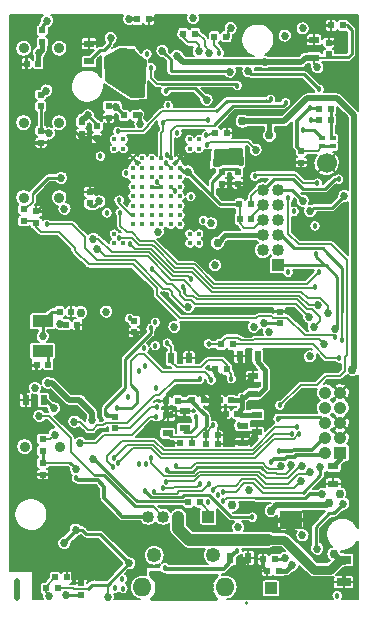
<source format=gbl>
G04 (created by PCBNEW (2013-may-18)-stable) date Fri 27 Sep 2013 03:21:33 PM EDT*
%MOIN*%
G04 Gerber Fmt 3.4, Leading zero omitted, Abs format*
%FSLAX34Y34*%
G01*
G70*
G90*
G04 APERTURE LIST*
%ADD10C,0.00590551*%
%ADD11R,0.0354331X0.023622*%
%ADD12R,0.023622X0.0354331*%
%ADD13R,0.019685X0.023622*%
%ADD14R,0.023622X0.019685*%
%ADD15O,0.0492X0.0492*%
%ADD16O,0.063X0.063*%
%ADD17C,0.0354*%
%ADD18R,0.0945X0.0945*%
%ADD19C,0.013*%
%ADD20R,0.0708661X0.0393701*%
%ADD21R,0.0511811X0.0275591*%
%ADD22C,0.04*%
%ADD23R,0.04X0.04*%
%ADD24C,0.042*%
%ADD25R,0.042X0.042*%
%ADD26R,0.0740157X0.061811*%
%ADD27C,0.023622*%
%ADD28R,0.019685X0.019685*%
%ADD29R,0.177165X0.177165*%
%ADD30C,0.0163386*%
%ADD31R,0.023622X0.015748*%
%ADD32C,0.0669291*%
%ADD33C,0.027*%
%ADD34C,0.018*%
%ADD35C,0.03*%
%ADD36C,0.008*%
%ADD37C,0.009*%
%ADD38C,0.012*%
%ADD39C,0.007*%
%ADD40C,0.01*%
%ADD41C,0.006*%
%ADD42C,0.02*%
%ADD43C,0.016*%
%ADD44C,0.04*%
%ADD45C,0.03*%
G04 APERTURE END LIST*
G54D10*
G54D11*
X77818Y-58444D03*
X77818Y-59035D03*
X72300Y-57345D03*
X72300Y-56754D03*
G54D12*
X75293Y-54766D03*
X74702Y-54766D03*
X72419Y-54850D03*
X73010Y-54850D03*
G54D11*
X74794Y-57094D03*
X74794Y-57685D03*
X72864Y-57188D03*
X72864Y-56598D03*
X75150Y-56041D03*
X75150Y-55450D03*
X75280Y-56734D03*
X75280Y-57325D03*
X69674Y-44955D03*
X69674Y-44364D03*
G54D13*
X71288Y-43555D03*
X71681Y-43555D03*
X73375Y-59643D03*
X72982Y-59643D03*
G54D14*
X70540Y-57188D03*
X70540Y-56795D03*
G54D13*
X69292Y-53740D03*
X68899Y-53740D03*
G54D14*
X76036Y-53690D03*
X76036Y-53297D03*
G54D13*
X68630Y-62516D03*
X68237Y-62516D03*
G54D14*
X69424Y-62740D03*
X69424Y-62347D03*
G54D13*
X68545Y-62158D03*
X68938Y-62158D03*
X72626Y-56266D03*
X72233Y-56266D03*
X73102Y-57684D03*
X72709Y-57684D03*
X73589Y-57717D03*
X73983Y-57717D03*
X74270Y-55224D03*
X73877Y-55224D03*
X74468Y-54388D03*
X74075Y-54388D03*
X70847Y-46750D03*
X71240Y-46750D03*
X75876Y-61548D03*
X75483Y-61548D03*
X76012Y-61940D03*
X75619Y-61940D03*
G54D15*
X73819Y-61419D03*
G54D16*
X74213Y-62482D03*
X71457Y-62482D03*
G54D15*
X71851Y-61419D03*
G54D17*
X68681Y-44524D03*
X67499Y-44524D03*
X68677Y-46996D03*
X67495Y-46996D03*
X68681Y-49498D03*
X67499Y-49498D03*
X68711Y-57800D03*
X67529Y-57800D03*
G54D18*
X69546Y-61768D03*
G54D19*
X69231Y-61768D03*
X69546Y-61768D03*
X69231Y-62083D03*
X69861Y-62083D03*
X69546Y-62083D03*
X69546Y-61453D03*
X69861Y-61768D03*
X69861Y-61453D03*
X69231Y-61453D03*
G54D20*
X68128Y-53621D03*
X68128Y-54606D03*
G54D21*
X78170Y-61570D03*
X78170Y-62319D03*
G54D11*
X77182Y-44831D03*
X77182Y-44240D03*
G54D12*
X74392Y-61515D03*
X74983Y-61515D03*
X68161Y-56242D03*
X67570Y-56242D03*
G54D13*
X67927Y-55070D03*
X68320Y-55070D03*
X69086Y-53302D03*
X68693Y-53302D03*
X73877Y-47350D03*
X74270Y-47350D03*
G54D14*
X68118Y-44318D03*
X68118Y-43925D03*
X70326Y-46435D03*
X70326Y-46828D03*
X68128Y-57926D03*
X68128Y-57533D03*
X67506Y-50278D03*
X67506Y-49885D03*
X68072Y-46452D03*
X68072Y-46059D03*
X68136Y-58333D03*
X68136Y-58726D03*
X67920Y-50350D03*
X67920Y-49957D03*
X68078Y-47267D03*
X68078Y-47660D03*
G54D13*
X67990Y-45034D03*
X67597Y-45034D03*
G54D22*
X71654Y-60130D03*
X72654Y-60130D03*
X72154Y-60130D03*
X73154Y-60130D03*
G54D23*
X73654Y-60130D03*
G54D22*
X76243Y-62520D03*
G54D23*
X75743Y-62520D03*
G54D22*
X75470Y-51750D03*
X75470Y-51250D03*
X75470Y-50750D03*
X75470Y-49750D03*
X75470Y-50250D03*
X75470Y-49250D03*
X75970Y-49250D03*
X75970Y-50250D03*
X75970Y-49750D03*
X75970Y-50750D03*
X75970Y-51250D03*
G54D23*
X75970Y-51750D03*
G54D13*
X75086Y-50194D03*
X74693Y-50194D03*
X75082Y-49710D03*
X74689Y-49710D03*
G54D24*
X78056Y-55998D03*
X77556Y-55998D03*
X78056Y-56998D03*
X77556Y-56998D03*
X77556Y-56498D03*
X78056Y-56498D03*
X78056Y-57498D03*
X77556Y-57498D03*
X77556Y-57998D03*
G54D25*
X78056Y-57998D03*
G54D26*
X76400Y-60240D03*
G54D27*
X76400Y-60240D03*
X76636Y-60082D03*
X76636Y-60397D03*
X76163Y-60397D03*
X76163Y-60082D03*
G54D28*
X70056Y-55526D03*
X70056Y-54345D03*
X70056Y-54739D03*
X70056Y-55132D03*
X70450Y-55132D03*
X70450Y-54739D03*
X70450Y-54345D03*
X70450Y-55526D03*
X69663Y-55526D03*
X69663Y-54345D03*
X69663Y-54739D03*
X69663Y-55132D03*
X69269Y-55132D03*
X69269Y-54739D03*
X69269Y-54345D03*
X69269Y-55526D03*
G54D29*
X69860Y-54936D03*
G54D13*
X73109Y-56256D03*
X73502Y-56256D03*
G54D14*
X74636Y-48635D03*
X74636Y-49028D03*
X74106Y-48633D03*
X74106Y-49026D03*
G54D13*
X74620Y-56704D03*
X74227Y-56704D03*
X73582Y-57411D03*
X73975Y-57411D03*
X74422Y-56256D03*
X74029Y-56256D03*
X73855Y-44134D03*
X74248Y-44134D03*
X72821Y-44026D03*
X73214Y-44026D03*
G54D14*
X69952Y-47125D03*
X69952Y-47518D03*
X69700Y-49692D03*
X69700Y-49299D03*
X77674Y-44724D03*
X77674Y-44331D03*
G54D13*
X78146Y-43758D03*
X77753Y-43758D03*
G54D14*
X69430Y-46975D03*
X69430Y-47368D03*
X71180Y-53598D03*
X71180Y-53991D03*
G54D30*
X72714Y-50075D03*
X72714Y-49760D03*
X72714Y-49445D03*
X72714Y-48185D03*
X72714Y-48500D03*
X72714Y-49130D03*
X72714Y-48815D03*
X72399Y-48815D03*
X72399Y-49130D03*
X72399Y-48500D03*
X72399Y-48185D03*
X72399Y-49445D03*
X72399Y-49760D03*
X72399Y-50075D03*
X71769Y-50075D03*
X71769Y-49760D03*
X71769Y-49445D03*
X71769Y-48185D03*
X71769Y-48500D03*
X71769Y-49130D03*
X71769Y-48815D03*
X72084Y-48815D03*
X72084Y-49130D03*
X72084Y-48500D03*
X72084Y-48185D03*
X72084Y-49445D03*
X72084Y-49760D03*
X72084Y-50075D03*
X71454Y-50075D03*
X71454Y-49760D03*
X71454Y-49445D03*
X71454Y-48185D03*
X71454Y-48500D03*
X71454Y-49130D03*
X71454Y-48815D03*
X73029Y-51019D03*
X73344Y-50704D03*
X73344Y-51019D03*
X73344Y-47869D03*
X73344Y-47554D03*
X73029Y-47554D03*
X73029Y-47869D03*
X70509Y-47869D03*
X70509Y-47554D03*
X70824Y-47554D03*
X73028Y-50705D03*
X70824Y-51019D03*
X70824Y-47871D03*
X70509Y-50704D03*
X70509Y-51019D03*
X71139Y-48815D03*
X71139Y-49130D03*
X71139Y-48500D03*
X71139Y-48185D03*
X72714Y-50390D03*
X72399Y-50390D03*
X72084Y-50390D03*
X71139Y-49445D03*
X71139Y-49760D03*
X71139Y-50390D03*
X71139Y-50075D03*
X71454Y-50390D03*
X71769Y-50390D03*
G54D14*
X76746Y-47933D03*
X76746Y-48326D03*
G54D13*
X77748Y-46923D03*
X77354Y-46923D03*
X77740Y-46536D03*
X77347Y-46536D03*
G54D31*
X77438Y-47791D03*
X77793Y-47791D03*
X77793Y-47515D03*
X77438Y-47515D03*
G54D32*
X77596Y-48342D03*
G54D33*
X68019Y-56777D03*
G54D34*
X69255Y-58857D03*
G54D33*
X67876Y-55838D03*
G54D34*
X71742Y-53858D03*
G54D33*
X69814Y-58204D03*
G54D34*
X70282Y-56756D03*
X71582Y-58378D03*
X72138Y-59178D03*
X73384Y-59052D03*
X71548Y-55117D03*
X71836Y-59295D03*
X73660Y-59057D03*
X71349Y-58363D03*
X71354Y-55263D03*
X67276Y-62838D03*
X67276Y-62664D03*
X67275Y-62475D03*
X67276Y-62278D03*
X71610Y-44713D03*
X71519Y-54510D03*
X73645Y-46905D03*
X72130Y-47013D03*
X72312Y-46422D03*
X72606Y-47341D03*
X72257Y-48357D03*
X73492Y-50260D03*
X71886Y-53649D03*
X73650Y-59658D03*
X77948Y-62768D03*
X71932Y-56468D03*
X73071Y-49464D03*
G54D33*
X72522Y-53804D03*
G54D34*
X73074Y-52209D03*
X71912Y-55852D03*
G54D33*
X69814Y-50874D03*
X68016Y-44664D03*
X72976Y-53146D03*
G54D34*
X68260Y-50386D03*
G54D33*
X68338Y-47358D03*
G54D34*
X77862Y-54154D03*
G54D33*
X69390Y-57676D03*
G54D34*
X71914Y-56800D03*
G54D33*
X69240Y-58550D03*
G54D34*
X76234Y-46330D03*
X76036Y-56423D03*
X76320Y-49525D03*
X72287Y-48073D03*
X71046Y-51034D03*
G54D33*
X77044Y-54790D03*
X77644Y-53326D03*
G54D34*
X73748Y-55572D03*
X70602Y-56496D03*
G54D33*
X69188Y-56962D03*
G54D34*
X73364Y-55543D03*
X78002Y-48882D03*
X74158Y-59293D03*
G54D33*
X77390Y-58480D03*
G54D34*
X75205Y-48786D03*
X77286Y-49010D03*
X74154Y-59608D03*
G54D33*
X77458Y-59378D03*
G54D34*
X72232Y-45946D03*
G54D33*
X73880Y-51755D03*
X73594Y-46234D03*
G54D34*
X71745Y-45168D03*
X74624Y-45764D03*
X71882Y-54432D03*
G54D33*
X73752Y-50356D03*
X72120Y-44610D03*
X75178Y-53802D03*
X74368Y-45300D03*
G54D34*
X73802Y-59244D03*
G54D33*
X76752Y-58949D03*
G54D34*
X73960Y-59425D03*
G54D33*
X76791Y-60755D03*
G54D34*
X72557Y-49288D03*
X77068Y-46922D03*
X77210Y-50442D03*
X77252Y-51374D03*
X72227Y-58960D03*
G54D33*
X77872Y-53862D03*
X77048Y-58646D03*
G54D34*
X76824Y-47250D03*
X76512Y-49956D03*
X72588Y-58444D03*
G54D33*
X76075Y-58455D03*
G54D34*
X72279Y-58585D03*
G54D33*
X76407Y-58395D03*
G54D34*
X78093Y-54240D03*
X71756Y-58182D03*
X76313Y-51985D03*
G54D33*
X76770Y-58458D03*
G54D34*
X76015Y-57934D03*
X75758Y-58294D03*
X75976Y-56862D03*
G54D33*
X76798Y-49594D03*
X75006Y-59250D03*
X74650Y-60484D03*
X76202Y-44096D03*
X77298Y-53074D03*
X69956Y-51194D03*
G54D34*
X71787Y-51886D03*
G54D33*
X76799Y-43857D03*
X77012Y-53478D03*
G54D34*
X72813Y-52484D03*
G54D33*
X77164Y-53818D03*
G54D34*
X70810Y-62526D03*
X70659Y-58338D03*
X76662Y-57384D03*
X77218Y-52483D03*
X70689Y-50835D03*
X70462Y-58492D03*
X70780Y-62204D03*
X77341Y-51975D03*
X76600Y-57142D03*
X70713Y-50004D03*
X70920Y-48685D03*
X75726Y-46216D03*
X70527Y-62520D03*
X70494Y-58167D03*
X70632Y-47290D03*
X76428Y-57360D03*
X70051Y-48109D03*
X70274Y-50008D03*
X73614Y-47730D03*
G54D33*
X75232Y-47898D03*
X75676Y-53982D03*
G54D34*
X73410Y-48405D03*
X72745Y-48004D03*
X74450Y-46988D03*
G54D33*
X77492Y-61469D03*
G54D34*
X76836Y-50769D03*
X76894Y-62293D03*
X71698Y-57249D03*
X74863Y-54070D03*
G54D33*
X72816Y-43552D03*
X70116Y-43998D03*
X70068Y-44308D03*
G54D34*
X74748Y-61747D03*
X72190Y-52720D03*
X69304Y-59406D03*
X78028Y-44074D03*
X75190Y-49040D03*
X73359Y-49866D03*
X72596Y-50594D03*
X70035Y-56716D03*
G54D33*
X77976Y-49167D03*
X70342Y-47308D03*
X68072Y-49580D03*
X68876Y-56514D03*
X69906Y-49280D03*
X67225Y-53765D03*
X67530Y-53765D03*
G54D34*
X67570Y-55235D03*
G54D35*
X73524Y-53278D03*
G54D34*
X72515Y-54160D03*
X73544Y-54022D03*
G54D33*
X78250Y-61945D03*
X75368Y-59784D03*
X67342Y-55868D03*
X76544Y-44116D03*
X67950Y-62738D03*
X67946Y-62274D03*
X67204Y-61834D03*
X67212Y-61446D03*
X67188Y-61054D03*
X67632Y-61048D03*
X68938Y-51312D03*
X68362Y-50884D03*
X67852Y-50788D03*
X67248Y-50794D03*
G54D34*
X74756Y-55786D03*
X73976Y-49336D03*
G54D33*
X71398Y-47756D03*
X71998Y-53378D03*
X68078Y-61070D03*
X75104Y-53278D03*
G54D35*
X75042Y-60478D03*
X70384Y-52216D03*
G54D33*
X69126Y-47206D03*
X67516Y-47500D03*
X67236Y-45034D03*
X67256Y-44038D03*
X67230Y-57416D03*
X70728Y-60420D03*
X68144Y-59044D03*
X69726Y-60412D03*
G54D34*
X74070Y-57160D03*
G54D33*
X68252Y-45928D03*
X77038Y-49944D03*
X78189Y-49436D03*
X77522Y-54392D03*
G54D34*
X73660Y-54374D03*
G54D33*
X70578Y-46462D03*
X76199Y-61509D03*
X76458Y-61734D03*
X68530Y-57394D03*
X77283Y-61199D03*
X78156Y-59696D03*
X68896Y-62752D03*
X68350Y-62770D03*
X68858Y-49868D03*
X68746Y-48840D03*
X68712Y-53704D03*
X68514Y-56524D03*
X68284Y-43602D03*
X68135Y-54120D03*
X68056Y-54602D03*
X70396Y-44178D03*
X71010Y-43540D03*
G54D34*
X74016Y-44676D03*
G54D33*
X74398Y-43848D03*
X73679Y-44676D03*
X73330Y-44614D03*
X75510Y-53682D03*
X74990Y-45288D03*
G54D34*
X77346Y-45884D03*
X74666Y-57092D03*
X73232Y-56812D03*
X78010Y-54844D03*
X77049Y-46503D03*
X73821Y-57088D03*
X72291Y-54348D03*
X73588Y-47424D03*
X71930Y-48975D03*
X70680Y-49581D03*
X71028Y-53520D03*
G54D33*
X72964Y-48626D03*
X71972Y-50636D03*
X70248Y-53296D03*
G54D34*
X70965Y-56148D03*
G54D33*
X70302Y-62796D03*
X71020Y-61690D03*
X69231Y-60566D03*
X68848Y-61014D03*
X69792Y-56922D03*
X75534Y-44976D03*
X72608Y-44768D03*
X68310Y-55670D03*
G54D34*
X74770Y-56152D03*
G54D35*
X77840Y-61380D03*
G54D33*
X77290Y-45150D03*
G54D35*
X69400Y-53330D03*
G54D33*
X71388Y-47044D03*
G54D34*
X74416Y-55534D03*
G54D33*
X70022Y-49624D03*
X69642Y-46756D03*
G54D34*
X73600Y-57090D03*
X71544Y-59284D03*
X75118Y-60147D03*
G54D33*
X73146Y-43518D03*
G54D35*
X74782Y-46946D03*
X77686Y-59684D03*
X75748Y-59926D03*
X78034Y-59368D03*
X75690Y-47422D03*
X78456Y-55234D03*
G54D34*
X74606Y-61274D03*
X72194Y-61826D03*
G54D35*
X74458Y-59746D03*
X73960Y-51012D03*
G54D36*
X69069Y-57525D02*
X69069Y-57969D01*
X69069Y-57969D02*
X69842Y-58742D01*
G54D37*
X70782Y-59352D02*
X70172Y-58742D01*
X70172Y-58742D02*
X69842Y-58742D01*
X71202Y-59772D02*
X71796Y-59772D01*
X70782Y-59352D02*
X71202Y-59772D01*
G54D36*
X71796Y-59772D02*
X72154Y-60130D01*
X69069Y-57525D02*
X69069Y-57505D01*
X69069Y-57505D02*
X68341Y-56777D01*
X68341Y-56777D02*
X68019Y-56777D01*
G54D38*
X70566Y-59904D02*
X70185Y-59523D01*
X69309Y-58911D02*
X69255Y-58857D01*
X69966Y-58911D02*
X69309Y-58911D01*
X70185Y-59130D02*
X69966Y-58911D01*
X70185Y-59523D02*
X70185Y-59130D01*
X70792Y-60130D02*
X71654Y-60130D01*
X70566Y-59904D02*
X70792Y-60130D01*
G54D36*
X71566Y-60130D02*
X71654Y-60130D01*
G54D37*
X70924Y-59274D02*
X69854Y-58204D01*
X69854Y-58204D02*
X69814Y-58204D01*
X70892Y-54868D02*
X71742Y-54018D01*
X71742Y-54018D02*
X71742Y-53858D01*
X72980Y-59625D02*
X72982Y-59643D01*
X71275Y-59625D02*
X72980Y-59625D01*
X70924Y-59274D02*
X71275Y-59625D01*
G54D39*
X70321Y-56795D02*
X70540Y-56795D01*
X70282Y-56756D02*
X70321Y-56795D01*
G54D40*
X70892Y-55045D02*
X70892Y-54868D01*
G54D37*
X70222Y-56758D02*
X70222Y-56520D01*
X70892Y-55850D02*
X70892Y-55045D01*
X70222Y-56520D02*
X70892Y-55850D01*
X70502Y-56758D02*
X70540Y-56795D01*
X70222Y-56758D02*
X70502Y-56758D01*
G54D41*
X72588Y-59151D02*
X72493Y-59151D01*
X72466Y-59178D02*
X72138Y-59178D01*
X72493Y-59151D02*
X72466Y-59178D01*
X73134Y-59148D02*
X73134Y-59151D01*
X73137Y-59151D02*
X73134Y-59148D01*
X73285Y-59151D02*
X73137Y-59151D01*
X73384Y-59052D02*
X73285Y-59151D01*
X73134Y-59151D02*
X72588Y-59151D01*
X72676Y-59283D02*
X72600Y-59359D01*
X71901Y-59359D02*
X71836Y-59295D01*
X72600Y-59359D02*
X71901Y-59359D01*
X73433Y-59283D02*
X73323Y-59283D01*
X73660Y-59057D02*
X73433Y-59283D01*
X72676Y-59283D02*
X73323Y-59283D01*
G54D40*
X71355Y-58369D02*
X71355Y-58380D01*
X71349Y-58363D02*
X71355Y-58369D01*
G54D42*
X67276Y-62278D02*
X67276Y-62838D01*
G54D39*
X67276Y-62664D02*
X67276Y-62838D01*
X67276Y-62278D02*
X67282Y-62284D01*
X67282Y-62284D02*
X67282Y-62292D01*
X67276Y-62664D02*
X67278Y-62662D01*
G54D36*
X72238Y-46905D02*
X72130Y-47013D01*
X73645Y-46905D02*
X72238Y-46905D01*
G54D39*
X72084Y-48185D02*
X72084Y-47331D01*
X72130Y-47284D02*
X72130Y-47013D01*
X72084Y-47331D02*
X72130Y-47284D01*
X72399Y-48499D02*
X72399Y-48500D01*
X72257Y-48357D02*
X72399Y-48499D01*
G54D36*
X70540Y-57188D02*
X71033Y-57188D01*
X71754Y-56468D02*
X71932Y-56468D01*
X71033Y-57188D02*
X71754Y-56468D01*
X71529Y-51321D02*
X71688Y-51321D01*
X72966Y-52101D02*
X73074Y-52209D01*
X72468Y-52101D02*
X72966Y-52101D01*
X71688Y-51321D02*
X72468Y-52101D01*
X69814Y-50874D02*
X69987Y-50874D01*
X70434Y-51321D02*
X71529Y-51321D01*
X69987Y-50874D02*
X70434Y-51321D01*
G54D43*
X67990Y-45034D02*
X67990Y-44689D01*
X67990Y-44689D02*
X68016Y-44664D01*
X68118Y-44562D02*
X68118Y-44318D01*
X68016Y-44664D02*
X68118Y-44562D01*
G54D36*
X70834Y-51588D02*
X71205Y-51588D01*
X72150Y-52533D02*
X72353Y-52533D01*
X71205Y-51588D02*
X72150Y-52533D01*
X69778Y-51424D02*
X69941Y-51588D01*
X69941Y-51588D02*
X70834Y-51588D01*
X72976Y-53146D02*
X72968Y-53138D01*
X72968Y-53138D02*
X72828Y-53138D01*
G54D37*
X68338Y-47358D02*
X68247Y-47267D01*
X68247Y-47267D02*
X68078Y-47267D01*
G54D36*
X69534Y-51181D02*
X69778Y-51424D01*
X72353Y-52533D02*
X72448Y-52627D01*
X72448Y-52627D02*
X72448Y-52758D01*
X72448Y-52758D02*
X72828Y-53138D01*
X69534Y-50804D02*
X69116Y-50386D01*
X69116Y-50386D02*
X68260Y-50386D01*
X69534Y-51181D02*
X69534Y-50804D01*
G54D37*
X68078Y-47267D02*
X68078Y-46458D01*
X68078Y-46458D02*
X68072Y-46452D01*
G54D39*
X71932Y-52533D02*
X71932Y-52732D01*
X77795Y-54087D02*
X77862Y-54154D01*
X76878Y-54087D02*
X77795Y-54087D01*
X76284Y-53493D02*
X76878Y-54087D01*
X75796Y-53493D02*
X76284Y-53493D01*
X75760Y-53457D02*
X75796Y-53493D01*
X75318Y-53457D02*
X75760Y-53457D01*
X75258Y-53517D02*
X75318Y-53457D01*
X72717Y-53517D02*
X75258Y-53517D01*
X71932Y-52732D02*
X72717Y-53517D01*
G54D36*
X69255Y-51297D02*
X69196Y-51238D01*
X68664Y-50634D02*
X68084Y-50634D01*
X69196Y-51166D02*
X68664Y-50634D01*
X69196Y-51238D02*
X69196Y-51166D01*
X67920Y-50470D02*
X67920Y-50350D01*
X68084Y-50634D02*
X67920Y-50470D01*
X69255Y-51297D02*
X69678Y-51720D01*
X69678Y-51720D02*
X71144Y-51720D01*
X71932Y-52507D02*
X71932Y-52533D01*
X71144Y-51720D02*
X71932Y-52507D01*
X67506Y-50278D02*
X67848Y-50278D01*
X67848Y-50278D02*
X67920Y-50350D01*
X69948Y-57639D02*
X70189Y-57399D01*
X71098Y-57399D02*
X71701Y-56796D01*
X70189Y-57399D02*
X71098Y-57399D01*
X69912Y-57676D02*
X69948Y-57639D01*
X69390Y-57676D02*
X69912Y-57676D01*
X71914Y-56800D02*
X71701Y-56796D01*
X68942Y-58333D02*
X69023Y-58333D01*
X69023Y-58333D02*
X69240Y-58550D01*
G54D37*
X68128Y-57926D02*
X68136Y-57934D01*
X68136Y-57934D02*
X68136Y-58333D01*
G54D36*
X68136Y-58333D02*
X68942Y-58333D01*
X68942Y-58333D02*
X69079Y-58333D01*
X69079Y-58333D02*
X69256Y-58510D01*
G54D37*
X75750Y-46436D02*
X76129Y-46436D01*
X76129Y-46436D02*
X76234Y-46330D01*
G54D39*
X78273Y-52326D02*
X78273Y-51573D01*
X76036Y-56423D02*
X76731Y-55728D01*
X76731Y-55728D02*
X77274Y-55728D01*
X77274Y-55728D02*
X77568Y-55434D01*
X77568Y-55434D02*
X78038Y-55434D01*
X78038Y-55434D02*
X78201Y-55271D01*
X78201Y-55271D02*
X78201Y-54814D01*
X78201Y-54814D02*
X78273Y-54742D01*
X78273Y-54742D02*
X78273Y-52326D01*
X76320Y-50697D02*
X76320Y-49525D01*
X76662Y-51039D02*
X76320Y-50697D01*
X78273Y-51573D02*
X77739Y-51039D01*
X77739Y-51039D02*
X76662Y-51039D01*
G54D40*
X72287Y-48073D02*
X72399Y-48185D01*
G54D36*
X72590Y-47096D02*
X73825Y-47096D01*
X73825Y-47096D02*
X73854Y-47068D01*
G54D40*
X74486Y-46436D02*
X73854Y-47068D01*
X76102Y-46436D02*
X75750Y-46436D01*
X75750Y-46436D02*
X74486Y-46436D01*
G54D36*
X72399Y-48185D02*
X72399Y-47287D01*
X72399Y-47287D02*
X72590Y-47096D01*
G54D39*
X71207Y-51195D02*
X71246Y-51195D01*
X71046Y-51034D02*
X71207Y-51195D01*
X76562Y-52628D02*
X76758Y-52628D01*
X71246Y-51195D02*
X71739Y-51195D01*
X71739Y-51195D02*
X72509Y-51966D01*
X72509Y-51966D02*
X73098Y-51966D01*
X73098Y-51966D02*
X73760Y-52628D01*
X73760Y-52628D02*
X76562Y-52628D01*
X77644Y-53326D02*
X77644Y-53098D01*
X76758Y-52628D02*
X76974Y-52844D01*
X76974Y-52844D02*
X77390Y-52844D01*
X77390Y-52844D02*
X77644Y-53098D01*
G54D41*
X73681Y-55505D02*
X73681Y-55497D01*
X73748Y-55572D02*
X73681Y-55505D01*
G54D36*
X73536Y-55306D02*
X72106Y-55306D01*
G54D37*
X70602Y-56496D02*
X70626Y-56520D01*
X70626Y-56520D02*
X71092Y-56520D01*
X71092Y-56520D02*
X71264Y-56348D01*
X71264Y-56348D02*
X71264Y-55940D01*
X71264Y-55940D02*
X71068Y-55744D01*
G54D36*
X71068Y-54948D02*
X71068Y-55744D01*
X71157Y-54859D02*
X71068Y-54948D01*
X73680Y-55496D02*
X73680Y-55450D01*
X73680Y-55450D02*
X73536Y-55306D01*
X73681Y-55497D02*
X73680Y-55496D01*
X71318Y-54698D02*
X71498Y-54698D01*
X71498Y-54698D02*
X72106Y-55306D01*
X71157Y-54859D02*
X71318Y-54698D01*
X73768Y-55584D02*
X73681Y-55497D01*
G54D37*
X72528Y-55588D02*
X73319Y-55588D01*
G54D36*
X69632Y-57226D02*
X69814Y-57226D01*
X69368Y-56962D02*
X69632Y-57226D01*
X69188Y-56962D02*
X69368Y-56962D01*
X71860Y-56092D02*
X72024Y-56092D01*
X70954Y-56998D02*
X71860Y-56092D01*
X69814Y-57226D02*
X69956Y-57084D01*
X69956Y-57084D02*
X70146Y-57084D01*
G54D41*
X70146Y-57084D02*
X70232Y-56998D01*
X70232Y-56998D02*
X70838Y-56998D01*
G54D36*
X70838Y-56998D02*
X70954Y-56998D01*
X72528Y-55588D02*
X72024Y-56092D01*
G54D37*
X73319Y-55588D02*
X73364Y-55543D01*
X76228Y-48882D02*
X76479Y-48882D01*
X77871Y-48882D02*
X78002Y-48882D01*
X77550Y-49203D02*
X77871Y-48882D01*
X76800Y-49203D02*
X77550Y-49203D01*
X76479Y-48882D02*
X76800Y-49203D01*
X75838Y-48882D02*
X75470Y-49250D01*
X76228Y-48882D02*
X75838Y-48882D01*
G54D36*
X75203Y-59081D02*
X75145Y-59023D01*
X74565Y-59293D02*
X74158Y-59293D01*
X74835Y-59023D02*
X74565Y-59293D01*
X75145Y-59023D02*
X74835Y-59023D01*
G54D37*
X76819Y-59328D02*
X77390Y-58758D01*
X77390Y-58758D02*
X77390Y-58480D01*
X76808Y-59339D02*
X76819Y-59328D01*
G54D36*
X75203Y-59081D02*
X75462Y-59339D01*
X75462Y-59339D02*
X76808Y-59339D01*
X75082Y-49710D02*
X75082Y-49451D01*
X75284Y-49250D02*
X75470Y-49250D01*
X75082Y-49451D02*
X75284Y-49250D01*
X75597Y-48726D02*
X75265Y-48726D01*
X75265Y-48726D02*
X75205Y-48786D01*
X76536Y-48726D02*
X75597Y-48726D01*
X76820Y-49010D02*
X76536Y-48726D01*
X77286Y-49010D02*
X76820Y-49010D01*
G54D39*
X74772Y-59502D02*
X74784Y-59514D01*
X74260Y-59502D02*
X74772Y-59502D01*
X74154Y-59608D02*
X74260Y-59502D01*
G54D38*
X76916Y-59514D02*
X77052Y-59378D01*
X77052Y-59378D02*
X77458Y-59378D01*
G54D37*
X75220Y-59514D02*
X76916Y-59514D01*
G54D36*
X74784Y-59514D02*
X75220Y-59514D01*
X75086Y-50194D02*
X75086Y-50139D01*
X75470Y-49756D02*
X75470Y-49750D01*
X75086Y-50139D02*
X75470Y-49756D01*
G54D37*
X73594Y-46234D02*
X73218Y-45858D01*
X72320Y-45858D02*
X72232Y-45946D01*
X73218Y-45858D02*
X72320Y-45858D01*
G54D36*
X72084Y-45712D02*
X71935Y-45712D01*
X71745Y-45522D02*
X71745Y-45168D01*
X71935Y-45712D02*
X71745Y-45522D01*
G54D37*
X74572Y-45712D02*
X72084Y-45712D01*
X74624Y-45764D02*
X74572Y-45712D01*
X72136Y-44628D02*
X72258Y-44750D01*
G54D40*
X72258Y-44748D02*
X72258Y-44750D01*
G54D37*
X72258Y-44750D02*
X72400Y-44892D01*
X72400Y-44892D02*
X72400Y-45288D01*
X72400Y-45288D02*
X74356Y-45288D01*
X74356Y-45288D02*
X74368Y-45300D01*
G54D36*
X75281Y-58949D02*
X75225Y-58892D01*
X73938Y-59107D02*
X73802Y-59244D01*
X74567Y-59107D02*
X73938Y-59107D01*
X74781Y-58892D02*
X74567Y-59107D01*
X75225Y-58892D02*
X74781Y-58892D01*
X75520Y-59188D02*
X76513Y-59188D01*
X76513Y-59188D02*
X76752Y-58949D01*
X75281Y-58949D02*
X75510Y-59178D01*
X75510Y-59178D02*
X75520Y-59188D01*
G54D39*
X72557Y-49288D02*
X72399Y-49130D01*
X72399Y-49130D02*
X72399Y-49173D01*
G54D37*
X77069Y-46923D02*
X77354Y-46923D01*
X77068Y-46922D02*
X77069Y-46923D01*
X77526Y-51750D02*
X77252Y-51476D01*
X77252Y-51476D02*
X77252Y-51374D01*
G54D36*
X72810Y-58958D02*
X72229Y-58958D01*
X72229Y-58958D02*
X72227Y-58960D01*
X75385Y-58855D02*
X75288Y-58758D01*
X73192Y-58958D02*
X72810Y-58958D01*
X73392Y-58758D02*
X73192Y-58958D01*
X75288Y-58758D02*
X73392Y-58758D01*
G54D37*
X77958Y-52710D02*
X77958Y-52146D01*
X77562Y-51750D02*
X77526Y-51750D01*
X77526Y-51750D02*
X75970Y-51750D01*
X77958Y-52146D02*
X77562Y-51750D01*
X77958Y-52890D02*
X77958Y-52710D01*
X77958Y-53776D02*
X77958Y-52890D01*
X77872Y-53862D02*
X77958Y-53776D01*
G54D36*
X76653Y-58703D02*
X76991Y-58703D01*
X76991Y-58703D02*
X77048Y-58646D01*
X76284Y-59038D02*
X76317Y-59038D01*
X75568Y-59038D02*
X76284Y-59038D01*
X75385Y-58855D02*
X75568Y-59038D01*
X76317Y-59038D02*
X76653Y-58703D01*
G54D37*
X77172Y-47250D02*
X77438Y-47515D01*
X76824Y-47250D02*
X77172Y-47250D01*
G54D36*
X75584Y-58460D02*
X75479Y-58355D01*
X72641Y-58497D02*
X72588Y-58444D01*
X73087Y-58497D02*
X72641Y-58497D01*
X73228Y-58355D02*
X73087Y-58497D01*
X75479Y-58355D02*
X73228Y-58355D01*
X75958Y-58536D02*
X75994Y-58536D01*
X75660Y-58536D02*
X75584Y-58460D01*
X75660Y-58536D02*
X75958Y-58536D01*
X75994Y-58536D02*
X76075Y-58455D01*
G54D37*
X77612Y-51332D02*
X77464Y-51184D01*
X77464Y-51184D02*
X76500Y-51184D01*
X75484Y-58558D02*
X75417Y-58490D01*
X72331Y-58637D02*
X72279Y-58585D01*
X73137Y-58637D02*
X72331Y-58637D01*
X73284Y-58490D02*
X73137Y-58637D01*
X75417Y-58490D02*
X73284Y-58490D01*
G54D36*
X76247Y-58693D02*
X76407Y-58534D01*
X76407Y-58534D02*
X76407Y-58395D01*
X76100Y-58693D02*
X76247Y-58693D01*
G54D39*
X78102Y-53799D02*
X78116Y-53799D01*
X78116Y-53813D02*
X78102Y-53799D01*
X78116Y-54217D02*
X78116Y-53813D01*
X78093Y-54240D02*
X78116Y-54217D01*
G54D37*
X78116Y-52560D02*
X78116Y-51836D01*
G54D36*
X78116Y-53799D02*
X78116Y-53314D01*
G54D37*
X76066Y-50750D02*
X75970Y-50750D01*
X76500Y-51184D02*
X76066Y-50750D01*
X78116Y-53314D02*
X78116Y-52941D01*
X78116Y-52941D02*
X78116Y-52560D01*
X78116Y-51836D02*
X77612Y-51332D01*
G54D36*
X75484Y-58558D02*
X75602Y-58676D01*
X75602Y-58676D02*
X75616Y-58676D01*
X75919Y-58676D02*
X75936Y-58693D01*
X75936Y-58693D02*
X76100Y-58693D01*
X76100Y-58693D02*
X76127Y-58693D01*
X75616Y-58676D02*
X75919Y-58676D01*
G54D39*
X71978Y-58564D02*
X71756Y-58342D01*
X71756Y-58342D02*
X71756Y-58182D01*
G54D36*
X75509Y-58780D02*
X75354Y-58626D01*
X72187Y-58773D02*
X71978Y-58564D01*
X73193Y-58773D02*
X72187Y-58773D01*
X73340Y-58626D02*
X73193Y-58773D01*
X75354Y-58626D02*
X73340Y-58626D01*
X76665Y-58478D02*
X76685Y-58458D01*
X75567Y-58839D02*
X76304Y-58839D01*
X75422Y-58694D02*
X75509Y-58780D01*
X75509Y-58780D02*
X75567Y-58839D01*
X76304Y-58839D02*
X76665Y-58478D01*
X76685Y-58458D02*
X76770Y-58458D01*
X75476Y-58747D02*
X75566Y-58838D01*
X75422Y-58694D02*
X75476Y-58747D01*
X75476Y-58747D02*
X75544Y-58816D01*
G54D38*
X76031Y-57950D02*
X76457Y-57950D01*
X76015Y-57934D02*
X76031Y-57950D01*
X76251Y-57950D02*
X76457Y-57950D01*
X77496Y-57498D02*
X77556Y-57498D01*
X77098Y-57896D02*
X77496Y-57498D01*
X76511Y-57896D02*
X77098Y-57896D01*
X76457Y-57950D02*
X76511Y-57896D01*
X76211Y-58194D02*
X76266Y-58139D01*
X75858Y-58194D02*
X76211Y-58194D01*
X75758Y-58294D02*
X75858Y-58194D01*
X76391Y-58139D02*
X76530Y-58139D01*
X76266Y-58139D02*
X76391Y-58139D01*
X76530Y-58139D02*
X76584Y-58085D01*
X76584Y-58085D02*
X77469Y-58085D01*
X77469Y-58085D02*
X77556Y-57998D01*
G54D40*
X75976Y-56862D02*
X76028Y-56810D01*
X77368Y-56810D02*
X77556Y-56998D01*
X76028Y-56810D02*
X77368Y-56810D01*
X77478Y-56920D02*
X77556Y-56998D01*
X77478Y-56920D02*
X77556Y-56998D01*
G54D37*
X76454Y-49250D02*
X75970Y-49250D01*
X76798Y-49594D02*
X76454Y-49250D01*
G54D36*
X71059Y-51457D02*
X71627Y-51457D01*
X76689Y-52759D02*
X77009Y-53080D01*
X73355Y-52759D02*
X76689Y-52759D01*
X72842Y-52246D02*
X73355Y-52759D01*
X72416Y-52246D02*
X72842Y-52246D01*
X71627Y-51457D02*
X72416Y-52246D01*
X70061Y-51299D02*
X70219Y-51457D01*
X70219Y-51457D02*
X71059Y-51457D01*
G54D39*
X77200Y-53074D02*
X77194Y-53080D01*
X77298Y-53074D02*
X77200Y-53074D01*
G54D36*
X77194Y-53080D02*
X77009Y-53080D01*
X77272Y-53080D02*
X77194Y-53080D01*
X77278Y-53074D02*
X77272Y-53080D01*
X69956Y-51194D02*
X70061Y-51299D01*
X72292Y-52391D02*
X72451Y-52391D01*
X71787Y-51886D02*
X72292Y-52391D01*
X73080Y-52908D02*
X73200Y-53028D01*
X72451Y-52391D02*
X72704Y-52644D01*
X72704Y-52742D02*
X72870Y-52908D01*
X72704Y-52644D02*
X72704Y-52742D01*
X72870Y-52908D02*
X73080Y-52908D01*
X73200Y-53028D02*
X76562Y-53028D01*
X76562Y-53028D02*
X77012Y-53478D01*
G54D37*
X72858Y-52644D02*
X72858Y-52529D01*
X72858Y-52529D02*
X72813Y-52484D01*
G54D36*
X76854Y-53123D02*
X76621Y-52890D01*
X73269Y-52890D02*
X73144Y-52765D01*
X76621Y-52890D02*
X73269Y-52890D01*
X77362Y-53488D02*
X77098Y-53224D01*
X77362Y-53620D02*
X77362Y-53488D01*
X77164Y-53818D02*
X77362Y-53620D01*
X72858Y-52670D02*
X72858Y-52644D01*
X72953Y-52765D02*
X72858Y-52670D01*
X73144Y-52765D02*
X72953Y-52765D01*
X76955Y-53224D02*
X76854Y-53123D01*
X77098Y-53224D02*
X76955Y-53224D01*
G54D39*
X72494Y-58164D02*
X72068Y-58164D01*
X72068Y-58164D02*
X71750Y-57846D01*
X71750Y-57846D02*
X71150Y-57846D01*
X76657Y-57384D02*
X76501Y-57540D01*
X76501Y-57540D02*
X75830Y-57540D01*
X75830Y-57540D02*
X75206Y-58164D01*
X75206Y-58164D02*
X72494Y-58164D01*
X76662Y-57384D02*
X76657Y-57384D01*
X71150Y-57846D02*
X70659Y-58338D01*
X71861Y-51148D02*
X71779Y-51066D01*
X77218Y-52483D02*
X77194Y-52507D01*
X77194Y-52507D02*
X73809Y-52507D01*
X73809Y-52507D02*
X73147Y-51845D01*
X73147Y-51845D02*
X72559Y-51845D01*
X72559Y-51845D02*
X71861Y-51148D01*
X71105Y-50835D02*
X70689Y-50835D01*
X71336Y-51066D02*
X71105Y-50835D01*
X71779Y-51066D02*
X71336Y-51066D01*
X72708Y-57924D02*
X72167Y-57924D01*
X71582Y-57605D02*
X71582Y-57604D01*
X71849Y-57605D02*
X71582Y-57605D01*
X72167Y-57924D02*
X71849Y-57605D01*
X70779Y-57604D02*
X70261Y-58122D01*
X70261Y-58122D02*
X70261Y-58291D01*
X70261Y-58291D02*
X70462Y-58492D01*
X71582Y-57604D02*
X70779Y-57604D01*
X71779Y-57604D02*
X71582Y-57604D01*
X76600Y-57142D02*
X75888Y-57142D01*
X71779Y-57604D02*
X71775Y-57604D01*
X74178Y-57924D02*
X72708Y-57924D01*
X74205Y-57897D02*
X74178Y-57924D01*
X75134Y-57897D02*
X74205Y-57897D01*
X75888Y-57142D02*
X75134Y-57897D01*
X70713Y-50440D02*
X70713Y-50004D01*
X70926Y-50653D02*
X70713Y-50440D01*
X71093Y-50653D02*
X70926Y-50653D01*
X71385Y-50945D02*
X71093Y-50653D01*
X71829Y-50945D02*
X71385Y-50945D01*
X72609Y-51725D02*
X71829Y-50945D01*
X73197Y-51725D02*
X72609Y-51725D01*
X73859Y-52387D02*
X73197Y-51725D01*
X76929Y-52387D02*
X73859Y-52387D01*
X77341Y-51975D02*
X76929Y-52387D01*
G54D37*
X75564Y-46257D02*
X75564Y-46264D01*
X75571Y-46264D02*
X75564Y-46257D01*
X75678Y-46264D02*
X75571Y-46264D01*
X75726Y-46216D02*
X75678Y-46264D01*
G54D39*
X72574Y-58044D02*
X72117Y-58044D01*
X71799Y-57726D02*
X71750Y-57726D01*
X72117Y-58044D02*
X71799Y-57726D01*
X71750Y-57726D02*
X70935Y-57726D01*
X75840Y-57360D02*
X75156Y-58044D01*
X75156Y-58044D02*
X72574Y-58044D01*
X76428Y-57360D02*
X75840Y-57360D01*
X70935Y-57726D02*
X70494Y-58167D01*
X73911Y-46614D02*
X72100Y-46614D01*
X72100Y-46614D02*
X71640Y-47074D01*
X71640Y-47074D02*
X71640Y-47119D01*
X71640Y-47119D02*
X71469Y-47290D01*
X71469Y-47290D02*
X70632Y-47290D01*
G54D37*
X74260Y-46264D02*
X73911Y-46614D01*
X75564Y-46264D02*
X74260Y-46264D01*
G54D39*
X74984Y-47650D02*
X75232Y-47898D01*
X73693Y-47650D02*
X74984Y-47650D01*
X73614Y-47730D02*
X73693Y-47650D01*
G54D36*
X72714Y-48185D02*
X73190Y-48185D01*
X73190Y-48185D02*
X73410Y-48405D01*
X72714Y-48185D02*
X72714Y-48036D01*
X72714Y-48036D02*
X72745Y-48004D01*
G54D39*
X74270Y-47350D02*
X74270Y-47119D01*
X74402Y-46988D02*
X74450Y-46988D01*
X74270Y-47119D02*
X74402Y-46988D01*
X74346Y-47274D02*
X74270Y-47350D01*
X72709Y-57684D02*
X72112Y-57684D01*
X71698Y-57270D02*
X71698Y-57249D01*
X72112Y-57684D02*
X71698Y-57270D01*
G54D38*
X75483Y-61548D02*
X75483Y-61804D01*
X75483Y-61804D02*
X75619Y-61940D01*
G54D36*
X72300Y-56754D02*
X71805Y-57249D01*
X71805Y-57249D02*
X71698Y-57249D01*
X73975Y-57411D02*
X73975Y-57254D01*
X73975Y-57254D02*
X74070Y-57160D01*
X73975Y-57411D02*
X73975Y-57709D01*
X73975Y-57709D02*
X73983Y-57717D01*
X72864Y-56598D02*
X72456Y-56598D01*
X72456Y-56598D02*
X72300Y-56754D01*
G54D40*
X72532Y-43554D02*
X72532Y-43555D01*
X72533Y-43555D02*
X72532Y-43554D01*
X72813Y-43555D02*
X72533Y-43555D01*
X72816Y-43552D02*
X72813Y-43555D01*
G54D38*
X70068Y-44308D02*
X70068Y-44046D01*
X70068Y-44046D02*
X70116Y-43998D01*
X71681Y-43555D02*
X72532Y-43555D01*
X72532Y-43555D02*
X72819Y-43555D01*
X72819Y-43555D02*
X72834Y-43570D01*
G54D40*
X69674Y-44364D02*
X69730Y-44308D01*
X69730Y-44308D02*
X70068Y-44308D01*
G54D42*
X74748Y-61747D02*
X74980Y-61515D01*
X74980Y-61515D02*
X74983Y-61515D01*
G54D37*
X77770Y-44331D02*
X77674Y-44331D01*
X78028Y-44074D02*
X77770Y-44331D01*
G54D40*
X74636Y-49127D02*
X75102Y-49127D01*
X75102Y-49127D02*
X75190Y-49040D01*
X74634Y-49125D02*
X74636Y-49127D01*
G54D37*
X74319Y-57564D02*
X74440Y-57685D01*
X74319Y-57409D02*
X74070Y-57160D01*
X74319Y-57564D02*
X74319Y-57409D01*
X74440Y-57685D02*
X74794Y-57685D01*
G54D40*
X69952Y-47617D02*
X70032Y-47617D01*
X70032Y-47617D02*
X70342Y-47308D01*
X67920Y-49957D02*
X68072Y-49805D01*
X68072Y-49805D02*
X68072Y-49580D01*
X72300Y-56754D02*
X72233Y-56687D01*
X72233Y-56687D02*
X72233Y-56266D01*
X69826Y-49200D02*
X69906Y-49280D01*
X69826Y-49200D02*
X69700Y-49200D01*
X67570Y-55235D02*
X67570Y-53805D01*
X67225Y-53765D02*
X67225Y-53855D01*
X67570Y-53805D02*
X67530Y-53765D01*
X67735Y-55070D02*
X67927Y-55070D01*
X67570Y-55235D02*
X67735Y-55070D01*
G54D43*
X70450Y-54345D02*
X71019Y-54345D01*
X71019Y-54345D02*
X71270Y-54095D01*
G54D37*
X73445Y-54035D02*
X73457Y-54022D01*
X73457Y-54022D02*
X73544Y-54022D01*
G54D38*
X78170Y-62319D02*
X78170Y-62025D01*
X78170Y-62025D02*
X78250Y-61945D01*
X75370Y-59782D02*
X75372Y-59782D01*
X75368Y-59784D02*
X75370Y-59782D01*
G54D40*
X67885Y-55112D02*
X67927Y-55070D01*
X70318Y-47162D02*
X70318Y-46836D01*
X70318Y-46836D02*
X70326Y-46828D01*
X67570Y-56242D02*
X67570Y-56096D01*
X67570Y-56096D02*
X67342Y-55868D01*
X69952Y-47617D02*
X70318Y-47251D01*
X70318Y-47251D02*
X70318Y-47162D01*
X69952Y-47617D02*
X69802Y-47467D01*
X69802Y-47467D02*
X69430Y-47467D01*
X77182Y-44240D02*
X76668Y-44240D01*
X76668Y-44240D02*
X76544Y-44116D01*
X69424Y-62347D02*
X69420Y-61894D01*
X69420Y-61894D02*
X69546Y-61768D01*
G54D36*
X67946Y-62734D02*
X67950Y-62738D01*
X67946Y-62274D02*
X67946Y-62734D01*
X67204Y-61454D02*
X67204Y-61834D01*
X67212Y-61446D02*
X67204Y-61454D01*
X67626Y-61054D02*
X67188Y-61054D01*
X67632Y-61048D02*
X67626Y-61054D01*
X68938Y-51276D02*
X68938Y-51312D01*
X68606Y-50944D02*
X68938Y-51276D01*
X68422Y-50944D02*
X68606Y-50944D01*
X68362Y-50884D02*
X68422Y-50944D01*
X67254Y-50788D02*
X67852Y-50788D01*
X67248Y-50794D02*
X67254Y-50788D01*
G54D40*
X76036Y-53297D02*
X76016Y-53278D01*
X76016Y-53278D02*
X75104Y-53278D01*
G54D43*
X69292Y-53740D02*
X69292Y-54322D01*
X69292Y-54322D02*
X69269Y-54345D01*
X74128Y-57038D02*
X74128Y-56704D01*
X74128Y-56704D02*
X74068Y-56704D01*
X74068Y-56704D02*
X73930Y-56566D01*
X73930Y-56566D02*
X73930Y-56256D01*
X74702Y-54766D02*
X74702Y-55732D01*
X74702Y-55732D02*
X74756Y-55786D01*
X73877Y-55224D02*
X73877Y-55307D01*
X74072Y-55740D02*
X74176Y-55844D01*
X74072Y-55502D02*
X74072Y-55740D01*
X73877Y-55307D02*
X74072Y-55502D01*
X73930Y-56256D02*
X73930Y-56089D01*
X73930Y-56089D02*
X74176Y-55844D01*
X74698Y-55844D02*
X74756Y-55786D01*
X74176Y-55844D02*
X74698Y-55844D01*
X75150Y-55450D02*
X74814Y-55786D01*
X74814Y-55786D02*
X74756Y-55786D01*
G54D40*
X74794Y-57685D02*
X74920Y-57685D01*
X74920Y-57685D02*
X75280Y-57325D01*
X74478Y-57637D02*
X74746Y-57637D01*
X74746Y-57637D02*
X74794Y-57685D01*
G54D38*
X72233Y-56266D02*
X72233Y-56182D01*
X73271Y-55926D02*
X73601Y-56256D01*
X72490Y-55926D02*
X73271Y-55926D01*
X72233Y-56182D02*
X72490Y-55926D01*
X72233Y-56661D02*
X72233Y-56266D01*
X72336Y-56764D02*
X72233Y-56661D01*
G54D43*
X74762Y-57637D02*
X74968Y-57637D01*
X74762Y-57637D02*
X74478Y-57637D01*
X74968Y-57637D02*
X75280Y-57325D01*
G54D40*
X74106Y-49125D02*
X73976Y-49261D01*
X73976Y-49261D02*
X73976Y-49336D01*
X69430Y-47467D02*
X69387Y-47467D01*
X69387Y-47467D02*
X69126Y-47206D01*
X67676Y-47660D02*
X68078Y-47660D01*
X67516Y-47500D02*
X67676Y-47660D01*
X67597Y-45034D02*
X67236Y-45034D01*
G54D43*
X74478Y-57637D02*
X74485Y-57637D01*
X74485Y-57637D02*
X74353Y-57505D01*
X73601Y-56256D02*
X73930Y-56256D01*
G54D36*
X68136Y-58726D02*
X68136Y-59036D01*
X68136Y-59036D02*
X68144Y-59044D01*
G54D41*
X74070Y-57160D02*
X74070Y-56762D01*
X74070Y-56762D02*
X74128Y-56704D01*
X74070Y-57160D02*
X74112Y-57202D01*
G54D40*
X68072Y-46059D02*
X68120Y-46059D01*
X68120Y-46059D02*
X68252Y-45928D01*
G54D37*
X77146Y-49836D02*
X77789Y-49836D01*
G54D36*
X77038Y-49944D02*
X77146Y-49836D01*
G54D37*
X77789Y-49836D02*
X78189Y-49436D01*
G54D36*
X77168Y-54222D02*
X75192Y-54222D01*
X74075Y-54388D02*
X74075Y-54342D01*
X74075Y-54342D02*
X74256Y-54162D01*
X74256Y-54162D02*
X74650Y-54162D01*
X74650Y-54162D02*
X74730Y-54242D01*
G54D41*
X74730Y-54242D02*
X74818Y-54242D01*
X74818Y-54242D02*
X74834Y-54257D01*
X74834Y-54257D02*
X75156Y-54257D01*
X75156Y-54257D02*
X75192Y-54222D01*
G54D39*
X77352Y-54222D02*
X77522Y-54392D01*
X77168Y-54222D02*
X77352Y-54222D01*
G54D36*
X73674Y-54388D02*
X74075Y-54388D01*
X73660Y-54374D02*
X73674Y-54388D01*
X73654Y-54388D02*
X74075Y-54388D01*
X73616Y-54350D02*
X73654Y-54388D01*
G54D40*
X70326Y-46435D02*
X70551Y-46435D01*
X70551Y-46435D02*
X70578Y-46462D01*
X70578Y-46462D02*
X70578Y-46480D01*
X70578Y-46480D02*
X70847Y-46750D01*
X75876Y-61548D02*
X76160Y-61548D01*
X76160Y-61548D02*
X76199Y-61509D01*
G54D43*
X76012Y-61940D02*
X76252Y-61940D01*
X76252Y-61940D02*
X76458Y-61734D01*
G54D36*
X68128Y-57533D02*
X68390Y-57533D01*
X68390Y-57533D02*
X68530Y-57394D01*
G54D40*
X77235Y-61151D02*
X77235Y-61040D01*
X77235Y-60470D02*
X77685Y-60020D01*
X77235Y-60470D02*
X77235Y-61040D01*
X77235Y-61151D02*
X77283Y-61199D01*
X77283Y-61199D02*
X77235Y-61151D01*
X78156Y-59696D02*
X77832Y-60020D01*
X77832Y-60020D02*
X77685Y-60020D01*
X78134Y-59706D02*
X77820Y-60020D01*
X77820Y-60020D02*
X77685Y-60020D01*
X78134Y-59700D02*
X78134Y-59706D01*
X68907Y-62740D02*
X69424Y-62740D01*
X68896Y-62752D02*
X68907Y-62740D01*
G54D36*
X68237Y-62516D02*
X68237Y-62466D01*
X68237Y-62466D02*
X68545Y-62158D01*
X68237Y-62657D02*
X68237Y-62516D01*
X68350Y-62770D02*
X68237Y-62657D01*
X67506Y-49885D02*
X67546Y-49885D01*
G54D40*
X68322Y-48840D02*
X68746Y-48840D01*
X67806Y-49356D02*
X68322Y-48840D01*
G54D36*
X67806Y-49626D02*
X67806Y-49356D01*
X67546Y-49885D02*
X67806Y-49626D01*
G54D40*
X68748Y-53740D02*
X68899Y-53740D01*
X68712Y-53704D02*
X68748Y-53740D01*
X68161Y-56242D02*
X68232Y-56242D01*
X68232Y-56242D02*
X68514Y-56524D01*
X68118Y-43925D02*
X68118Y-43768D01*
X68118Y-43768D02*
X68284Y-43602D01*
X68128Y-54113D02*
X68128Y-53621D01*
X68135Y-54120D02*
X68128Y-54113D01*
G54D37*
X68128Y-53621D02*
X68447Y-53302D01*
X68447Y-53302D02*
X68693Y-53302D01*
X68060Y-54606D02*
X68128Y-54606D01*
X68056Y-54602D02*
X68060Y-54606D01*
X68320Y-55070D02*
X68320Y-54798D01*
X68320Y-54798D02*
X68128Y-54606D01*
G54D36*
X73654Y-60130D02*
X73654Y-59928D01*
X73502Y-59776D02*
X73375Y-59643D01*
X73654Y-59928D02*
X73502Y-59776D01*
G54D40*
X70373Y-44383D02*
X70373Y-44201D01*
X70373Y-44201D02*
X70396Y-44178D01*
X69674Y-44955D02*
X70039Y-44590D01*
X70166Y-44590D02*
X70373Y-44383D01*
X70373Y-44383D02*
X70374Y-44382D01*
X70039Y-44590D02*
X70166Y-44590D01*
G54D38*
X71288Y-43555D02*
X71025Y-43555D01*
X71025Y-43555D02*
X71010Y-43540D01*
G54D36*
X73855Y-44134D02*
X73855Y-44415D01*
X74016Y-44576D02*
X74016Y-44676D01*
X73855Y-44415D02*
X74016Y-44576D01*
X74323Y-43922D02*
X74347Y-44134D01*
X74398Y-43848D02*
X74323Y-43922D01*
X73532Y-44455D02*
X73679Y-44602D01*
X73679Y-44602D02*
X73679Y-44676D01*
X73532Y-44244D02*
X73313Y-44026D01*
X73532Y-44455D02*
X73532Y-44244D01*
X72722Y-44054D02*
X72722Y-44026D01*
X72990Y-44322D02*
X72722Y-44054D01*
X73238Y-44322D02*
X72990Y-44322D01*
X73330Y-44414D02*
X73238Y-44322D01*
X73330Y-44614D02*
X73330Y-44414D01*
G54D37*
X77740Y-46536D02*
X77748Y-46543D01*
X77748Y-46543D02*
X77748Y-46923D01*
X77748Y-46923D02*
X77748Y-47471D01*
X77748Y-47471D02*
X77793Y-47515D01*
X75510Y-53682D02*
X75698Y-53682D01*
X75698Y-53682D02*
X75706Y-53690D01*
X75090Y-45388D02*
X76848Y-45388D01*
X74990Y-45288D02*
X75090Y-45388D01*
X77346Y-45884D02*
X76848Y-45388D01*
G54D40*
X76036Y-53690D02*
X75706Y-53690D01*
X75706Y-53690D02*
X75680Y-53664D01*
G54D41*
X74711Y-57046D02*
X74762Y-57046D01*
X74666Y-57092D02*
X74711Y-57046D01*
G54D36*
X72864Y-57188D02*
X72864Y-57229D01*
X72864Y-57229D02*
X72954Y-57320D01*
G54D37*
X72855Y-57320D02*
X72954Y-57320D01*
X72954Y-57320D02*
X73045Y-57320D01*
X73232Y-57134D02*
X73232Y-56812D01*
X73045Y-57320D02*
X73232Y-57134D01*
G54D36*
X75303Y-54388D02*
X77134Y-54388D01*
X77590Y-54844D02*
X78010Y-54844D01*
X77134Y-54388D02*
X77590Y-54844D01*
X75303Y-54388D02*
X74468Y-54388D01*
G54D38*
X76746Y-47933D02*
X76609Y-47796D01*
X76609Y-47796D02*
X76609Y-46942D01*
G54D36*
X76746Y-47933D02*
X77297Y-47933D01*
X77297Y-47933D02*
X77438Y-47791D01*
G54D39*
X73588Y-47424D02*
X73615Y-47424D01*
X73877Y-47350D02*
X73846Y-47350D01*
X73588Y-47424D02*
X73690Y-47424D01*
X73764Y-47350D02*
X73877Y-47350D01*
X73690Y-47424D02*
X73764Y-47350D01*
G54D38*
X76609Y-46942D02*
X77049Y-46503D01*
G54D37*
X77347Y-46536D02*
X77314Y-46503D01*
X77314Y-46503D02*
X77049Y-46503D01*
X77793Y-47791D02*
X77438Y-47791D01*
G54D39*
X73582Y-57289D02*
X73582Y-57107D01*
X73582Y-57107D02*
X73600Y-57090D01*
X73582Y-57411D02*
X73582Y-57289D01*
X73582Y-57289D02*
X73582Y-57278D01*
X73582Y-57278D02*
X73496Y-57193D01*
X73582Y-57326D02*
X73582Y-57411D01*
X73582Y-57326D02*
X73821Y-57088D01*
G54D36*
X73582Y-57411D02*
X73582Y-57709D01*
X73582Y-57709D02*
X73589Y-57717D01*
X73102Y-57684D02*
X73102Y-57502D01*
X73102Y-57502D02*
X73062Y-57462D01*
G54D39*
X72300Y-57345D02*
X72416Y-57462D01*
X73228Y-57462D02*
X73496Y-57193D01*
X73062Y-57462D02*
X73228Y-57462D01*
X73496Y-57193D02*
X73600Y-57090D01*
X72416Y-57462D02*
X73062Y-57462D01*
G54D40*
X70036Y-60710D02*
X70040Y-60710D01*
X70040Y-60710D02*
X71020Y-61690D01*
X69231Y-60566D02*
X69444Y-60566D01*
X69444Y-60566D02*
X69588Y-60710D01*
X69588Y-60710D02*
X70036Y-60710D01*
G54D44*
X73212Y-60900D02*
X73008Y-60900D01*
X72654Y-60546D02*
X72654Y-60130D01*
X73008Y-60900D02*
X72654Y-60546D01*
G54D40*
X73779Y-49448D02*
X73779Y-48966D01*
X74106Y-48640D02*
X74106Y-48633D01*
X73779Y-48966D02*
X74106Y-48640D01*
X74689Y-49710D02*
X74041Y-49710D01*
X72964Y-48632D02*
X72964Y-48626D01*
X74041Y-49710D02*
X73779Y-49448D01*
X73779Y-49448D02*
X72964Y-48632D01*
G54D37*
X72714Y-48500D02*
X72840Y-48626D01*
X72840Y-48626D02*
X72964Y-48626D01*
G54D36*
X72419Y-54476D02*
X72419Y-54850D01*
X72291Y-54348D02*
X72419Y-54476D01*
G54D39*
X72084Y-49130D02*
X72084Y-49129D01*
X72084Y-49129D02*
X71930Y-48975D01*
X71139Y-50075D02*
X71075Y-50075D01*
X70680Y-49680D02*
X70680Y-49581D01*
X71075Y-50075D02*
X70680Y-49680D01*
G54D40*
X74106Y-48534D02*
X74634Y-48534D01*
X74634Y-48534D02*
X74636Y-48536D01*
G54D39*
X72084Y-49130D02*
X72100Y-49130D01*
X71139Y-50075D02*
X71141Y-50075D01*
G54D37*
X71769Y-49130D02*
X72084Y-49130D01*
G54D39*
X71106Y-53598D02*
X71028Y-53520D01*
X71180Y-53598D02*
X71106Y-53598D01*
G54D41*
X72932Y-48658D02*
X72964Y-48626D01*
G54D44*
X73212Y-60900D02*
X75632Y-60900D01*
G54D40*
X69444Y-60566D02*
X69588Y-60710D01*
G54D45*
X75632Y-60900D02*
X76182Y-60900D01*
G54D37*
X71020Y-61690D02*
X70316Y-62394D01*
G54D36*
X70316Y-62782D02*
X70316Y-62394D01*
X70302Y-62796D02*
X70316Y-62782D01*
G54D40*
X70040Y-60710D02*
X71020Y-61690D01*
X69588Y-60710D02*
X70040Y-60710D01*
X69458Y-60580D02*
X69588Y-60710D01*
X69231Y-60566D02*
X68848Y-60949D01*
X68848Y-60949D02*
X68848Y-61014D01*
X69784Y-62394D02*
X70316Y-62394D01*
X69634Y-62544D02*
X69784Y-62394D01*
G54D38*
X68848Y-61014D02*
X69282Y-60580D01*
G54D39*
X69172Y-62544D02*
X69634Y-62544D01*
X69142Y-62514D02*
X69172Y-62544D01*
G54D42*
X69231Y-56232D02*
X69009Y-56232D01*
X69009Y-56232D02*
X68447Y-55670D01*
X69231Y-56232D02*
X69353Y-56232D01*
X69353Y-56232D02*
X69792Y-56671D01*
X69457Y-56336D02*
X69792Y-56671D01*
X69792Y-56671D02*
X69792Y-56922D01*
G54D43*
X69353Y-56232D02*
X69457Y-56336D01*
X69457Y-56336D02*
X69790Y-56669D01*
G54D42*
X68447Y-55670D02*
X68310Y-55670D01*
X72822Y-44982D02*
X75604Y-44982D01*
X75604Y-44982D02*
X76746Y-44982D01*
X76746Y-44982D02*
X76897Y-44831D01*
X75604Y-44982D02*
X75506Y-45004D01*
X75506Y-45004D02*
X75534Y-44976D01*
X72822Y-44982D02*
X72608Y-44768D01*
G54D40*
X74666Y-56256D02*
X74770Y-56152D01*
X74666Y-56256D02*
X74521Y-56256D01*
G54D36*
X68630Y-62516D02*
X68707Y-62516D01*
X68709Y-62514D02*
X69142Y-62514D01*
X68707Y-62516D02*
X68709Y-62514D01*
G54D38*
X73348Y-56526D02*
X73078Y-56256D01*
X73078Y-56256D02*
X73010Y-56256D01*
X73600Y-57090D02*
X73600Y-57078D01*
X73600Y-57078D02*
X73600Y-56778D01*
X73600Y-56778D02*
X73348Y-56526D01*
G54D40*
X72626Y-56266D02*
X73000Y-56266D01*
X73000Y-56266D02*
X73010Y-56256D01*
G54D36*
X72419Y-54850D02*
X72419Y-54969D01*
X74270Y-55065D02*
X74270Y-55224D01*
X74110Y-54905D02*
X74270Y-55065D01*
X73650Y-54905D02*
X74110Y-54905D01*
X73410Y-55145D02*
X73650Y-54905D01*
X72595Y-55145D02*
X73410Y-55145D01*
X72419Y-54969D02*
X72595Y-55145D01*
G54D41*
X72419Y-54529D02*
X72419Y-54850D01*
G54D42*
X78170Y-61570D02*
X78030Y-61570D01*
X78030Y-61570D02*
X77840Y-61380D01*
G54D45*
X76182Y-60900D02*
X77187Y-61905D01*
X77187Y-61905D02*
X77725Y-61905D01*
X77725Y-61905D02*
X78059Y-61570D01*
X78059Y-61570D02*
X78170Y-61570D01*
G54D40*
X69642Y-46756D02*
X69912Y-47026D01*
X69912Y-47026D02*
X69952Y-47026D01*
G54D43*
X77818Y-58444D02*
X78056Y-58206D01*
X78056Y-58206D02*
X78056Y-57998D01*
G54D42*
X76897Y-44831D02*
X77182Y-44831D01*
G54D36*
X78245Y-43758D02*
X78286Y-43758D01*
G54D40*
X78306Y-44823D02*
X77674Y-44823D01*
X78436Y-44694D02*
X78306Y-44823D01*
X78436Y-43908D02*
X78436Y-44694D01*
X78286Y-43758D02*
X78436Y-43908D01*
G54D36*
X77182Y-44831D02*
X77666Y-44831D01*
X77666Y-44831D02*
X77674Y-44823D01*
X77182Y-45042D02*
X77182Y-44831D01*
X77290Y-45150D02*
X77182Y-45042D01*
G54D43*
X75293Y-54766D02*
X75293Y-54983D01*
X75356Y-56041D02*
X75150Y-56041D01*
X75556Y-55842D02*
X75356Y-56041D01*
X75556Y-55246D02*
X75556Y-55842D01*
X75293Y-54983D02*
X75556Y-55246D01*
X74748Y-56256D02*
X74962Y-56041D01*
X74962Y-56041D02*
X75150Y-56041D01*
X75280Y-56734D02*
X74750Y-56734D01*
X74750Y-56734D02*
X74719Y-56704D01*
G54D38*
X71362Y-46698D02*
X71362Y-47018D01*
G54D43*
X71310Y-46750D02*
X71362Y-46698D01*
X71240Y-46750D02*
X71310Y-46750D01*
G54D38*
X71362Y-47018D02*
X71388Y-47044D01*
G54D36*
X74270Y-55224D02*
X74416Y-55369D01*
X74416Y-55369D02*
X74416Y-55534D01*
X74693Y-50194D02*
X74693Y-49714D01*
X74693Y-49714D02*
X74689Y-49710D01*
X75470Y-50250D02*
X75426Y-50250D01*
X74693Y-50351D02*
X74693Y-50194D01*
X74836Y-50494D02*
X74693Y-50351D01*
X75182Y-50494D02*
X74836Y-50494D01*
X75426Y-50250D02*
X75182Y-50494D01*
G54D40*
X70022Y-49624D02*
X69854Y-49791D01*
X69854Y-49791D02*
X69700Y-49791D01*
G54D42*
X69430Y-46876D02*
X69521Y-46876D01*
X69521Y-46876D02*
X69642Y-46756D01*
G54D43*
X74521Y-56256D02*
X74748Y-56256D01*
X74748Y-56256D02*
X74772Y-56232D01*
X74719Y-56704D02*
X74719Y-56576D01*
X74772Y-56524D02*
X74772Y-56232D01*
X74719Y-56576D02*
X74772Y-56524D01*
G54D42*
X78496Y-48312D02*
X78496Y-46738D01*
X76192Y-46948D02*
X75686Y-46948D01*
X76951Y-46189D02*
X76192Y-46948D01*
X77947Y-46189D02*
X76951Y-46189D01*
X78496Y-46738D02*
X77947Y-46189D01*
G54D37*
X71744Y-59484D02*
X71828Y-59484D01*
X71544Y-59284D02*
X71744Y-59484D01*
X72779Y-59484D02*
X72855Y-59409D01*
X72694Y-59484D02*
X72779Y-59484D01*
X71828Y-59484D02*
X72694Y-59484D01*
X73232Y-59409D02*
X73677Y-59409D01*
X72855Y-59409D02*
X73232Y-59409D01*
X73677Y-59409D02*
X74415Y-60147D01*
X74415Y-60147D02*
X75118Y-60147D01*
G54D42*
X74784Y-46948D02*
X74782Y-46946D01*
X75686Y-46948D02*
X74784Y-46948D01*
X75748Y-59926D02*
X75924Y-59750D01*
X77620Y-59750D02*
X77686Y-59684D01*
X75924Y-59750D02*
X77620Y-59750D01*
X78496Y-48310D02*
X78496Y-48312D01*
X78496Y-48312D02*
X78496Y-52714D01*
X78496Y-52714D02*
X78508Y-52726D01*
X78508Y-52726D02*
X78508Y-55181D01*
G54D43*
X75690Y-47422D02*
X75686Y-47418D01*
X75686Y-47418D02*
X75686Y-46948D01*
G54D42*
X78456Y-55234D02*
X78508Y-55181D01*
G54D38*
X74392Y-61515D02*
X74392Y-61487D01*
X74392Y-61487D02*
X74606Y-61274D01*
X74392Y-61646D02*
X74392Y-61515D01*
X74164Y-61875D02*
X74392Y-61646D01*
X72243Y-61875D02*
X74164Y-61875D01*
X72194Y-61826D02*
X72243Y-61875D01*
G54D43*
X73960Y-51012D02*
X74222Y-50750D01*
X74222Y-50750D02*
X75470Y-50750D01*
G54D10*
G36*
X69436Y-62352D02*
X69429Y-62352D01*
X69429Y-62360D01*
X69419Y-62360D01*
X69419Y-62352D01*
X69230Y-62352D01*
X69205Y-62377D01*
X69205Y-62390D01*
X69197Y-62385D01*
X69171Y-62377D01*
X69143Y-62374D01*
X69142Y-62374D01*
X69057Y-62374D01*
X69066Y-62372D01*
X69084Y-62364D01*
X69100Y-62353D01*
X69114Y-62340D01*
X69125Y-62323D01*
X69133Y-62305D01*
X69137Y-62286D01*
X69137Y-62267D01*
X69137Y-62215D01*
X69137Y-62220D01*
X69166Y-62235D01*
X69196Y-62245D01*
X69205Y-62246D01*
X69205Y-62317D01*
X69230Y-62342D01*
X69419Y-62342D01*
X69419Y-62334D01*
X69429Y-62334D01*
X69429Y-62342D01*
X69436Y-62342D01*
X69436Y-62352D01*
X69436Y-62352D01*
G37*
G54D41*
X69436Y-62352D02*
X69429Y-62352D01*
X69429Y-62360D01*
X69419Y-62360D01*
X69419Y-62352D01*
X69230Y-62352D01*
X69205Y-62377D01*
X69205Y-62390D01*
X69197Y-62385D01*
X69171Y-62377D01*
X69143Y-62374D01*
X69142Y-62374D01*
X69057Y-62374D01*
X69066Y-62372D01*
X69084Y-62364D01*
X69100Y-62353D01*
X69114Y-62340D01*
X69125Y-62323D01*
X69133Y-62305D01*
X69137Y-62286D01*
X69137Y-62267D01*
X69137Y-62215D01*
X69137Y-62220D01*
X69166Y-62235D01*
X69196Y-62245D01*
X69205Y-62246D01*
X69205Y-62317D01*
X69230Y-62342D01*
X69419Y-62342D01*
X69419Y-62334D01*
X69429Y-62334D01*
X69429Y-62342D01*
X69436Y-62342D01*
X69436Y-62352D01*
G54D10*
G36*
X69940Y-54936D02*
X69929Y-54938D01*
X69911Y-54945D01*
X69894Y-54956D01*
X69881Y-54970D01*
X69870Y-54986D01*
X69862Y-55004D01*
X69860Y-55016D01*
X69857Y-55004D01*
X69849Y-54986D01*
X69838Y-54970D01*
X69825Y-54956D01*
X69808Y-54945D01*
X69790Y-54938D01*
X69779Y-54936D01*
X69790Y-54933D01*
X69808Y-54926D01*
X69825Y-54915D01*
X69838Y-54901D01*
X69849Y-54885D01*
X69857Y-54867D01*
X69860Y-54855D01*
X69862Y-54867D01*
X69870Y-54885D01*
X69881Y-54901D01*
X69894Y-54915D01*
X69911Y-54926D01*
X69929Y-54933D01*
X69940Y-54936D01*
X69940Y-54936D01*
G37*
G54D41*
X69940Y-54936D02*
X69929Y-54938D01*
X69911Y-54945D01*
X69894Y-54956D01*
X69881Y-54970D01*
X69870Y-54986D01*
X69862Y-55004D01*
X69860Y-55016D01*
X69857Y-55004D01*
X69849Y-54986D01*
X69838Y-54970D01*
X69825Y-54956D01*
X69808Y-54945D01*
X69790Y-54938D01*
X69779Y-54936D01*
X69790Y-54933D01*
X69808Y-54926D01*
X69825Y-54915D01*
X69838Y-54901D01*
X69849Y-54885D01*
X69857Y-54867D01*
X69860Y-54855D01*
X69862Y-54867D01*
X69870Y-54885D01*
X69881Y-54901D01*
X69894Y-54915D01*
X69911Y-54926D01*
X69929Y-54933D01*
X69940Y-54936D01*
G54D10*
G36*
X70321Y-57259D02*
X70189Y-57259D01*
X70176Y-57260D01*
X70163Y-57261D01*
X70162Y-57261D01*
X70161Y-57261D01*
X70149Y-57265D01*
X70137Y-57269D01*
X70136Y-57269D01*
X70135Y-57269D01*
X70124Y-57275D01*
X70112Y-57281D01*
X70112Y-57282D01*
X70111Y-57282D01*
X70101Y-57290D01*
X70091Y-57298D01*
X70090Y-57299D01*
X70090Y-57299D01*
X70090Y-57299D01*
X70090Y-57300D01*
X69854Y-57536D01*
X69579Y-57536D01*
X69572Y-57526D01*
X69540Y-57494D01*
X69502Y-57468D01*
X69459Y-57450D01*
X69414Y-57441D01*
X69368Y-57440D01*
X69323Y-57449D01*
X69280Y-57466D01*
X69242Y-57491D01*
X69209Y-57524D01*
X69209Y-57524D01*
X69209Y-57505D01*
X69207Y-57492D01*
X69206Y-57479D01*
X69206Y-57478D01*
X69206Y-57477D01*
X69202Y-57465D01*
X69198Y-57453D01*
X69198Y-57452D01*
X69198Y-57451D01*
X69192Y-57440D01*
X69186Y-57428D01*
X69185Y-57428D01*
X69185Y-57427D01*
X69177Y-57417D01*
X69169Y-57407D01*
X69168Y-57406D01*
X69168Y-57406D01*
X69168Y-57406D01*
X69167Y-57406D01*
X68521Y-56759D01*
X68532Y-56759D01*
X68577Y-56751D01*
X68620Y-56734D01*
X68659Y-56710D01*
X68692Y-56678D01*
X68719Y-56640D01*
X68738Y-56598D01*
X68748Y-56553D01*
X68749Y-56500D01*
X68740Y-56455D01*
X68722Y-56413D01*
X68696Y-56374D01*
X68664Y-56342D01*
X68626Y-56316D01*
X68583Y-56298D01*
X68538Y-56289D01*
X68492Y-56288D01*
X68491Y-56289D01*
X68379Y-56177D01*
X68379Y-56055D01*
X68375Y-56035D01*
X68368Y-56017D01*
X68357Y-56001D01*
X68343Y-55987D01*
X68327Y-55976D01*
X68309Y-55968D01*
X68289Y-55964D01*
X68270Y-55964D01*
X68074Y-55964D01*
X68081Y-55954D01*
X68100Y-55912D01*
X68110Y-55867D01*
X68111Y-55814D01*
X68105Y-55786D01*
X68124Y-55816D01*
X68156Y-55849D01*
X68194Y-55876D01*
X68237Y-55894D01*
X68282Y-55904D01*
X68328Y-55905D01*
X68373Y-55897D01*
X68386Y-55892D01*
X68867Y-56373D01*
X68881Y-56385D01*
X68896Y-56397D01*
X68896Y-56397D01*
X68897Y-56398D01*
X68914Y-56406D01*
X68930Y-56415D01*
X68931Y-56416D01*
X68932Y-56416D01*
X68949Y-56422D01*
X68967Y-56427D01*
X68968Y-56427D01*
X68969Y-56428D01*
X68987Y-56429D01*
X69006Y-56431D01*
X69008Y-56431D01*
X69008Y-56431D01*
X69008Y-56431D01*
X69009Y-56432D01*
X69231Y-56432D01*
X69270Y-56432D01*
X69315Y-56477D01*
X69592Y-56753D01*
X69592Y-56798D01*
X69585Y-56808D01*
X69566Y-56850D01*
X69557Y-56895D01*
X69556Y-56941D01*
X69559Y-56955D01*
X69466Y-56863D01*
X69456Y-56854D01*
X69447Y-56846D01*
X69446Y-56846D01*
X69445Y-56845D01*
X69434Y-56839D01*
X69423Y-56833D01*
X69422Y-56833D01*
X69421Y-56832D01*
X69409Y-56828D01*
X69397Y-56825D01*
X69396Y-56824D01*
X69395Y-56824D01*
X69382Y-56823D01*
X69377Y-56822D01*
X69370Y-56812D01*
X69338Y-56780D01*
X69300Y-56754D01*
X69257Y-56736D01*
X69212Y-56727D01*
X69166Y-56726D01*
X69121Y-56735D01*
X69078Y-56752D01*
X69040Y-56777D01*
X69007Y-56810D01*
X68981Y-56848D01*
X68962Y-56890D01*
X68953Y-56935D01*
X68952Y-56981D01*
X68961Y-57027D01*
X68977Y-57069D01*
X69002Y-57108D01*
X69034Y-57141D01*
X69072Y-57168D01*
X69115Y-57186D01*
X69160Y-57196D01*
X69206Y-57197D01*
X69251Y-57189D01*
X69294Y-57172D01*
X69333Y-57148D01*
X69345Y-57137D01*
X69533Y-57324D01*
X69543Y-57333D01*
X69552Y-57341D01*
X69553Y-57341D01*
X69554Y-57342D01*
X69565Y-57348D01*
X69576Y-57354D01*
X69577Y-57354D01*
X69578Y-57355D01*
X69590Y-57359D01*
X69602Y-57362D01*
X69603Y-57363D01*
X69604Y-57363D01*
X69617Y-57364D01*
X69630Y-57365D01*
X69631Y-57365D01*
X69631Y-57365D01*
X69631Y-57365D01*
X69632Y-57366D01*
X69814Y-57366D01*
X69826Y-57364D01*
X69839Y-57363D01*
X69840Y-57363D01*
X69841Y-57363D01*
X69853Y-57359D01*
X69865Y-57355D01*
X69866Y-57355D01*
X69867Y-57355D01*
X69878Y-57349D01*
X69890Y-57343D01*
X69890Y-57342D01*
X69891Y-57342D01*
X69901Y-57334D01*
X69911Y-57326D01*
X69912Y-57325D01*
X69912Y-57325D01*
X69912Y-57325D01*
X69912Y-57324D01*
X70013Y-57224D01*
X70146Y-57224D01*
X70173Y-57221D01*
X70199Y-57213D01*
X70223Y-57200D01*
X70244Y-57183D01*
X70262Y-57162D01*
X70274Y-57139D01*
X70285Y-57128D01*
X70321Y-57128D01*
X70321Y-57259D01*
X70321Y-57259D01*
G37*
G54D41*
X70321Y-57259D02*
X70189Y-57259D01*
X70176Y-57260D01*
X70163Y-57261D01*
X70162Y-57261D01*
X70161Y-57261D01*
X70149Y-57265D01*
X70137Y-57269D01*
X70136Y-57269D01*
X70135Y-57269D01*
X70124Y-57275D01*
X70112Y-57281D01*
X70112Y-57282D01*
X70111Y-57282D01*
X70101Y-57290D01*
X70091Y-57298D01*
X70090Y-57299D01*
X70090Y-57299D01*
X70090Y-57299D01*
X70090Y-57300D01*
X69854Y-57536D01*
X69579Y-57536D01*
X69572Y-57526D01*
X69540Y-57494D01*
X69502Y-57468D01*
X69459Y-57450D01*
X69414Y-57441D01*
X69368Y-57440D01*
X69323Y-57449D01*
X69280Y-57466D01*
X69242Y-57491D01*
X69209Y-57524D01*
X69209Y-57524D01*
X69209Y-57505D01*
X69207Y-57492D01*
X69206Y-57479D01*
X69206Y-57478D01*
X69206Y-57477D01*
X69202Y-57465D01*
X69198Y-57453D01*
X69198Y-57452D01*
X69198Y-57451D01*
X69192Y-57440D01*
X69186Y-57428D01*
X69185Y-57428D01*
X69185Y-57427D01*
X69177Y-57417D01*
X69169Y-57407D01*
X69168Y-57406D01*
X69168Y-57406D01*
X69168Y-57406D01*
X69167Y-57406D01*
X68521Y-56759D01*
X68532Y-56759D01*
X68577Y-56751D01*
X68620Y-56734D01*
X68659Y-56710D01*
X68692Y-56678D01*
X68719Y-56640D01*
X68738Y-56598D01*
X68748Y-56553D01*
X68749Y-56500D01*
X68740Y-56455D01*
X68722Y-56413D01*
X68696Y-56374D01*
X68664Y-56342D01*
X68626Y-56316D01*
X68583Y-56298D01*
X68538Y-56289D01*
X68492Y-56288D01*
X68491Y-56289D01*
X68379Y-56177D01*
X68379Y-56055D01*
X68375Y-56035D01*
X68368Y-56017D01*
X68357Y-56001D01*
X68343Y-55987D01*
X68327Y-55976D01*
X68309Y-55968D01*
X68289Y-55964D01*
X68270Y-55964D01*
X68074Y-55964D01*
X68081Y-55954D01*
X68100Y-55912D01*
X68110Y-55867D01*
X68111Y-55814D01*
X68105Y-55786D01*
X68124Y-55816D01*
X68156Y-55849D01*
X68194Y-55876D01*
X68237Y-55894D01*
X68282Y-55904D01*
X68328Y-55905D01*
X68373Y-55897D01*
X68386Y-55892D01*
X68867Y-56373D01*
X68881Y-56385D01*
X68896Y-56397D01*
X68896Y-56397D01*
X68897Y-56398D01*
X68914Y-56406D01*
X68930Y-56415D01*
X68931Y-56416D01*
X68932Y-56416D01*
X68949Y-56422D01*
X68967Y-56427D01*
X68968Y-56427D01*
X68969Y-56428D01*
X68987Y-56429D01*
X69006Y-56431D01*
X69008Y-56431D01*
X69008Y-56431D01*
X69008Y-56431D01*
X69009Y-56432D01*
X69231Y-56432D01*
X69270Y-56432D01*
X69315Y-56477D01*
X69592Y-56753D01*
X69592Y-56798D01*
X69585Y-56808D01*
X69566Y-56850D01*
X69557Y-56895D01*
X69556Y-56941D01*
X69559Y-56955D01*
X69466Y-56863D01*
X69456Y-56854D01*
X69447Y-56846D01*
X69446Y-56846D01*
X69445Y-56845D01*
X69434Y-56839D01*
X69423Y-56833D01*
X69422Y-56833D01*
X69421Y-56832D01*
X69409Y-56828D01*
X69397Y-56825D01*
X69396Y-56824D01*
X69395Y-56824D01*
X69382Y-56823D01*
X69377Y-56822D01*
X69370Y-56812D01*
X69338Y-56780D01*
X69300Y-56754D01*
X69257Y-56736D01*
X69212Y-56727D01*
X69166Y-56726D01*
X69121Y-56735D01*
X69078Y-56752D01*
X69040Y-56777D01*
X69007Y-56810D01*
X68981Y-56848D01*
X68962Y-56890D01*
X68953Y-56935D01*
X68952Y-56981D01*
X68961Y-57027D01*
X68977Y-57069D01*
X69002Y-57108D01*
X69034Y-57141D01*
X69072Y-57168D01*
X69115Y-57186D01*
X69160Y-57196D01*
X69206Y-57197D01*
X69251Y-57189D01*
X69294Y-57172D01*
X69333Y-57148D01*
X69345Y-57137D01*
X69533Y-57324D01*
X69543Y-57333D01*
X69552Y-57341D01*
X69553Y-57341D01*
X69554Y-57342D01*
X69565Y-57348D01*
X69576Y-57354D01*
X69577Y-57354D01*
X69578Y-57355D01*
X69590Y-57359D01*
X69602Y-57362D01*
X69603Y-57363D01*
X69604Y-57363D01*
X69617Y-57364D01*
X69630Y-57365D01*
X69631Y-57365D01*
X69631Y-57365D01*
X69631Y-57365D01*
X69632Y-57366D01*
X69814Y-57366D01*
X69826Y-57364D01*
X69839Y-57363D01*
X69840Y-57363D01*
X69841Y-57363D01*
X69853Y-57359D01*
X69865Y-57355D01*
X69866Y-57355D01*
X69867Y-57355D01*
X69878Y-57349D01*
X69890Y-57343D01*
X69890Y-57342D01*
X69891Y-57342D01*
X69901Y-57334D01*
X69911Y-57326D01*
X69912Y-57325D01*
X69912Y-57325D01*
X69912Y-57325D01*
X69912Y-57324D01*
X70013Y-57224D01*
X70146Y-57224D01*
X70173Y-57221D01*
X70199Y-57213D01*
X70223Y-57200D01*
X70244Y-57183D01*
X70262Y-57162D01*
X70274Y-57139D01*
X70285Y-57128D01*
X70321Y-57128D01*
X70321Y-57259D01*
G54D10*
G36*
X73217Y-56621D02*
X73214Y-56621D01*
X73178Y-56628D01*
X73143Y-56642D01*
X73141Y-56644D01*
X73141Y-56628D01*
X73116Y-56603D01*
X72869Y-56603D01*
X72869Y-56791D01*
X72894Y-56816D01*
X73032Y-56816D01*
X73041Y-56816D01*
X73041Y-56827D01*
X73048Y-56864D01*
X73062Y-56899D01*
X73082Y-56930D01*
X73087Y-56935D01*
X73087Y-56981D01*
X73070Y-56974D01*
X73051Y-56970D01*
X73032Y-56970D01*
X72859Y-56970D01*
X72859Y-56791D01*
X72859Y-56603D01*
X72611Y-56603D01*
X72586Y-56628D01*
X72586Y-56726D01*
X72590Y-56745D01*
X72598Y-56763D01*
X72608Y-56779D01*
X72622Y-56793D01*
X72639Y-56804D01*
X72657Y-56812D01*
X72676Y-56816D01*
X72695Y-56816D01*
X72834Y-56816D01*
X72859Y-56791D01*
X72859Y-56970D01*
X72677Y-56970D01*
X72657Y-56974D01*
X72639Y-56981D01*
X72623Y-56992D01*
X72609Y-57006D01*
X72598Y-57022D01*
X72590Y-57040D01*
X72586Y-57060D01*
X72586Y-57079D01*
X72586Y-57316D01*
X72588Y-57327D01*
X72577Y-57327D01*
X72577Y-57217D01*
X72577Y-56882D01*
X72577Y-56626D01*
X72573Y-56607D01*
X72565Y-56589D01*
X72555Y-56573D01*
X72541Y-56559D01*
X72524Y-56548D01*
X72506Y-56540D01*
X72487Y-56536D01*
X72468Y-56536D01*
X72330Y-56536D01*
X72305Y-56561D01*
X72305Y-56749D01*
X72552Y-56749D01*
X72577Y-56724D01*
X72577Y-56626D01*
X72577Y-56882D01*
X72577Y-56784D01*
X72552Y-56759D01*
X72305Y-56759D01*
X72305Y-56947D01*
X72330Y-56972D01*
X72468Y-56972D01*
X72487Y-56972D01*
X72506Y-56968D01*
X72524Y-56961D01*
X72541Y-56950D01*
X72555Y-56936D01*
X72565Y-56920D01*
X72573Y-56901D01*
X72577Y-56882D01*
X72577Y-57217D01*
X72573Y-57198D01*
X72565Y-57179D01*
X72555Y-57163D01*
X72541Y-57149D01*
X72524Y-57138D01*
X72506Y-57131D01*
X72487Y-57127D01*
X72468Y-57127D01*
X72113Y-57127D01*
X72093Y-57130D01*
X72075Y-57138D01*
X72059Y-57149D01*
X72045Y-57163D01*
X72034Y-57179D01*
X72026Y-57197D01*
X72022Y-57216D01*
X72022Y-57236D01*
X72022Y-57473D01*
X72026Y-57492D01*
X72034Y-57510D01*
X72044Y-57526D01*
X72058Y-57540D01*
X72075Y-57551D01*
X72093Y-57559D01*
X72112Y-57563D01*
X72131Y-57563D01*
X72328Y-57563D01*
X72330Y-57565D01*
X72340Y-57573D01*
X72341Y-57573D01*
X72341Y-57574D01*
X72352Y-57580D01*
X72363Y-57586D01*
X72364Y-57586D01*
X72364Y-57586D01*
X72376Y-57590D01*
X72388Y-57594D01*
X72389Y-57594D01*
X72390Y-57594D01*
X72402Y-57595D01*
X72414Y-57596D01*
X72416Y-57596D01*
X72416Y-57596D01*
X72416Y-57596D01*
X72416Y-57597D01*
X72510Y-57597D01*
X72510Y-57654D01*
X72535Y-57679D01*
X72704Y-57679D01*
X72704Y-57671D01*
X72714Y-57671D01*
X72714Y-57679D01*
X72722Y-57679D01*
X72722Y-57689D01*
X72714Y-57689D01*
X72714Y-57696D01*
X72704Y-57696D01*
X72704Y-57689D01*
X72535Y-57689D01*
X72510Y-57714D01*
X72510Y-57789D01*
X72223Y-57789D01*
X71944Y-57510D01*
X71935Y-57502D01*
X71925Y-57494D01*
X71925Y-57494D01*
X71924Y-57493D01*
X71913Y-57487D01*
X71902Y-57481D01*
X71901Y-57481D01*
X71901Y-57481D01*
X71889Y-57477D01*
X71877Y-57473D01*
X71876Y-57473D01*
X71876Y-57473D01*
X71863Y-57472D01*
X71851Y-57471D01*
X71849Y-57471D01*
X71849Y-57471D01*
X71849Y-57471D01*
X71849Y-57470D01*
X71794Y-57470D01*
X71781Y-57469D01*
X71779Y-57469D01*
X71775Y-57469D01*
X71582Y-57469D01*
X71226Y-57469D01*
X71758Y-56937D01*
X71782Y-56937D01*
X71790Y-56945D01*
X71820Y-56966D01*
X71855Y-56981D01*
X71891Y-56989D01*
X71928Y-56990D01*
X71965Y-56983D01*
X72000Y-56970D01*
X72031Y-56950D01*
X72045Y-56937D01*
X72058Y-56950D01*
X72075Y-56961D01*
X72093Y-56968D01*
X72112Y-56972D01*
X72131Y-56972D01*
X72270Y-56972D01*
X72295Y-56947D01*
X72295Y-56759D01*
X72287Y-56759D01*
X72287Y-56749D01*
X72295Y-56749D01*
X72295Y-56561D01*
X72270Y-56536D01*
X72131Y-56536D01*
X72112Y-56536D01*
X72109Y-56537D01*
X72113Y-56528D01*
X72121Y-56491D01*
X72121Y-56483D01*
X72124Y-56484D01*
X72203Y-56484D01*
X72228Y-56459D01*
X72228Y-56271D01*
X72059Y-56271D01*
X72034Y-56296D01*
X72034Y-56308D01*
X72022Y-56300D01*
X71988Y-56285D01*
X71951Y-56278D01*
X71914Y-56277D01*
X71878Y-56284D01*
X71856Y-56293D01*
X71917Y-56232D01*
X72024Y-56232D01*
X72034Y-56230D01*
X72034Y-56236D01*
X72059Y-56261D01*
X72228Y-56261D01*
X72228Y-56253D01*
X72238Y-56253D01*
X72238Y-56261D01*
X72246Y-56261D01*
X72246Y-56271D01*
X72238Y-56271D01*
X72238Y-56459D01*
X72263Y-56484D01*
X72341Y-56484D01*
X72360Y-56480D01*
X72378Y-56472D01*
X72395Y-56461D01*
X72408Y-56448D01*
X72419Y-56431D01*
X72427Y-56413D01*
X72430Y-56401D01*
X72432Y-56413D01*
X72439Y-56431D01*
X72450Y-56447D01*
X72464Y-56461D01*
X72480Y-56472D01*
X72498Y-56480D01*
X72517Y-56484D01*
X72537Y-56484D01*
X72586Y-56484D01*
X72586Y-56568D01*
X72611Y-56593D01*
X72859Y-56593D01*
X72859Y-56585D01*
X72869Y-56585D01*
X72869Y-56593D01*
X73116Y-56593D01*
X73141Y-56568D01*
X73141Y-56545D01*
X73217Y-56621D01*
X73217Y-56621D01*
G37*
G54D41*
X73217Y-56621D02*
X73214Y-56621D01*
X73178Y-56628D01*
X73143Y-56642D01*
X73141Y-56644D01*
X73141Y-56628D01*
X73116Y-56603D01*
X72869Y-56603D01*
X72869Y-56791D01*
X72894Y-56816D01*
X73032Y-56816D01*
X73041Y-56816D01*
X73041Y-56827D01*
X73048Y-56864D01*
X73062Y-56899D01*
X73082Y-56930D01*
X73087Y-56935D01*
X73087Y-56981D01*
X73070Y-56974D01*
X73051Y-56970D01*
X73032Y-56970D01*
X72859Y-56970D01*
X72859Y-56791D01*
X72859Y-56603D01*
X72611Y-56603D01*
X72586Y-56628D01*
X72586Y-56726D01*
X72590Y-56745D01*
X72598Y-56763D01*
X72608Y-56779D01*
X72622Y-56793D01*
X72639Y-56804D01*
X72657Y-56812D01*
X72676Y-56816D01*
X72695Y-56816D01*
X72834Y-56816D01*
X72859Y-56791D01*
X72859Y-56970D01*
X72677Y-56970D01*
X72657Y-56974D01*
X72639Y-56981D01*
X72623Y-56992D01*
X72609Y-57006D01*
X72598Y-57022D01*
X72590Y-57040D01*
X72586Y-57060D01*
X72586Y-57079D01*
X72586Y-57316D01*
X72588Y-57327D01*
X72577Y-57327D01*
X72577Y-57217D01*
X72577Y-56882D01*
X72577Y-56626D01*
X72573Y-56607D01*
X72565Y-56589D01*
X72555Y-56573D01*
X72541Y-56559D01*
X72524Y-56548D01*
X72506Y-56540D01*
X72487Y-56536D01*
X72468Y-56536D01*
X72330Y-56536D01*
X72305Y-56561D01*
X72305Y-56749D01*
X72552Y-56749D01*
X72577Y-56724D01*
X72577Y-56626D01*
X72577Y-56882D01*
X72577Y-56784D01*
X72552Y-56759D01*
X72305Y-56759D01*
X72305Y-56947D01*
X72330Y-56972D01*
X72468Y-56972D01*
X72487Y-56972D01*
X72506Y-56968D01*
X72524Y-56961D01*
X72541Y-56950D01*
X72555Y-56936D01*
X72565Y-56920D01*
X72573Y-56901D01*
X72577Y-56882D01*
X72577Y-57217D01*
X72573Y-57198D01*
X72565Y-57179D01*
X72555Y-57163D01*
X72541Y-57149D01*
X72524Y-57138D01*
X72506Y-57131D01*
X72487Y-57127D01*
X72468Y-57127D01*
X72113Y-57127D01*
X72093Y-57130D01*
X72075Y-57138D01*
X72059Y-57149D01*
X72045Y-57163D01*
X72034Y-57179D01*
X72026Y-57197D01*
X72022Y-57216D01*
X72022Y-57236D01*
X72022Y-57473D01*
X72026Y-57492D01*
X72034Y-57510D01*
X72044Y-57526D01*
X72058Y-57540D01*
X72075Y-57551D01*
X72093Y-57559D01*
X72112Y-57563D01*
X72131Y-57563D01*
X72328Y-57563D01*
X72330Y-57565D01*
X72340Y-57573D01*
X72341Y-57573D01*
X72341Y-57574D01*
X72352Y-57580D01*
X72363Y-57586D01*
X72364Y-57586D01*
X72364Y-57586D01*
X72376Y-57590D01*
X72388Y-57594D01*
X72389Y-57594D01*
X72390Y-57594D01*
X72402Y-57595D01*
X72414Y-57596D01*
X72416Y-57596D01*
X72416Y-57596D01*
X72416Y-57596D01*
X72416Y-57597D01*
X72510Y-57597D01*
X72510Y-57654D01*
X72535Y-57679D01*
X72704Y-57679D01*
X72704Y-57671D01*
X72714Y-57671D01*
X72714Y-57679D01*
X72722Y-57679D01*
X72722Y-57689D01*
X72714Y-57689D01*
X72714Y-57696D01*
X72704Y-57696D01*
X72704Y-57689D01*
X72535Y-57689D01*
X72510Y-57714D01*
X72510Y-57789D01*
X72223Y-57789D01*
X71944Y-57510D01*
X71935Y-57502D01*
X71925Y-57494D01*
X71925Y-57494D01*
X71924Y-57493D01*
X71913Y-57487D01*
X71902Y-57481D01*
X71901Y-57481D01*
X71901Y-57481D01*
X71889Y-57477D01*
X71877Y-57473D01*
X71876Y-57473D01*
X71876Y-57473D01*
X71863Y-57472D01*
X71851Y-57471D01*
X71849Y-57471D01*
X71849Y-57471D01*
X71849Y-57471D01*
X71849Y-57470D01*
X71794Y-57470D01*
X71781Y-57469D01*
X71779Y-57469D01*
X71775Y-57469D01*
X71582Y-57469D01*
X71226Y-57469D01*
X71758Y-56937D01*
X71782Y-56937D01*
X71790Y-56945D01*
X71820Y-56966D01*
X71855Y-56981D01*
X71891Y-56989D01*
X71928Y-56990D01*
X71965Y-56983D01*
X72000Y-56970D01*
X72031Y-56950D01*
X72045Y-56937D01*
X72058Y-56950D01*
X72075Y-56961D01*
X72093Y-56968D01*
X72112Y-56972D01*
X72131Y-56972D01*
X72270Y-56972D01*
X72295Y-56947D01*
X72295Y-56759D01*
X72287Y-56759D01*
X72287Y-56749D01*
X72295Y-56749D01*
X72295Y-56561D01*
X72270Y-56536D01*
X72131Y-56536D01*
X72112Y-56536D01*
X72109Y-56537D01*
X72113Y-56528D01*
X72121Y-56491D01*
X72121Y-56483D01*
X72124Y-56484D01*
X72203Y-56484D01*
X72228Y-56459D01*
X72228Y-56271D01*
X72059Y-56271D01*
X72034Y-56296D01*
X72034Y-56308D01*
X72022Y-56300D01*
X71988Y-56285D01*
X71951Y-56278D01*
X71914Y-56277D01*
X71878Y-56284D01*
X71856Y-56293D01*
X71917Y-56232D01*
X72024Y-56232D01*
X72034Y-56230D01*
X72034Y-56236D01*
X72059Y-56261D01*
X72228Y-56261D01*
X72228Y-56253D01*
X72238Y-56253D01*
X72238Y-56261D01*
X72246Y-56261D01*
X72246Y-56271D01*
X72238Y-56271D01*
X72238Y-56459D01*
X72263Y-56484D01*
X72341Y-56484D01*
X72360Y-56480D01*
X72378Y-56472D01*
X72395Y-56461D01*
X72408Y-56448D01*
X72419Y-56431D01*
X72427Y-56413D01*
X72430Y-56401D01*
X72432Y-56413D01*
X72439Y-56431D01*
X72450Y-56447D01*
X72464Y-56461D01*
X72480Y-56472D01*
X72498Y-56480D01*
X72517Y-56484D01*
X72537Y-56484D01*
X72586Y-56484D01*
X72586Y-56568D01*
X72611Y-56593D01*
X72859Y-56593D01*
X72859Y-56585D01*
X72869Y-56585D01*
X72869Y-56593D01*
X73116Y-56593D01*
X73141Y-56568D01*
X73141Y-56545D01*
X73217Y-56621D01*
G54D10*
G36*
X73887Y-48646D02*
X73673Y-48860D01*
X73664Y-48871D01*
X73655Y-48882D01*
X73655Y-48882D01*
X73655Y-48883D01*
X73648Y-48895D01*
X73641Y-48907D01*
X73641Y-48908D01*
X73641Y-48909D01*
X73637Y-48922D01*
X73633Y-48935D01*
X73632Y-48936D01*
X73632Y-48937D01*
X73631Y-48950D01*
X73629Y-48964D01*
X73629Y-48966D01*
X73629Y-48966D01*
X73629Y-48966D01*
X73629Y-48966D01*
X73629Y-49086D01*
X73198Y-48654D01*
X73199Y-48602D01*
X73190Y-48557D01*
X73172Y-48515D01*
X73146Y-48476D01*
X73114Y-48444D01*
X73076Y-48418D01*
X73033Y-48400D01*
X72988Y-48391D01*
X72942Y-48390D01*
X72897Y-48399D01*
X72896Y-48399D01*
X72896Y-48187D01*
X72893Y-48152D01*
X72883Y-48117D01*
X72867Y-48086D01*
X72864Y-48081D01*
X72828Y-48077D01*
X72821Y-48084D01*
X72821Y-48070D01*
X72817Y-48034D01*
X72786Y-48017D01*
X72752Y-48006D01*
X72716Y-48002D01*
X72681Y-48005D01*
X72646Y-48015D01*
X72615Y-48031D01*
X72610Y-48034D01*
X72606Y-48070D01*
X72714Y-48177D01*
X72821Y-48070D01*
X72821Y-48084D01*
X72721Y-48185D01*
X72828Y-48292D01*
X72864Y-48288D01*
X72881Y-48257D01*
X72892Y-48223D01*
X72896Y-48187D01*
X72896Y-48399D01*
X72872Y-48409D01*
X72855Y-48384D01*
X72830Y-48359D01*
X72805Y-48342D01*
X72812Y-48338D01*
X72817Y-48335D01*
X72821Y-48299D01*
X72714Y-48192D01*
X72606Y-48299D01*
X72610Y-48335D01*
X72623Y-48342D01*
X72599Y-48357D01*
X72574Y-48382D01*
X72556Y-48408D01*
X72540Y-48384D01*
X72515Y-48359D01*
X72490Y-48342D01*
X72511Y-48328D01*
X72537Y-48304D01*
X72556Y-48276D01*
X72560Y-48283D01*
X72563Y-48288D01*
X72599Y-48292D01*
X72706Y-48185D01*
X72599Y-48077D01*
X72563Y-48081D01*
X72556Y-48093D01*
X72540Y-48069D01*
X72539Y-48068D01*
X72539Y-47519D01*
X72547Y-47523D01*
X72583Y-47531D01*
X72620Y-47531D01*
X72657Y-47525D01*
X72692Y-47511D01*
X72723Y-47491D01*
X72750Y-47466D01*
X72772Y-47435D01*
X72787Y-47401D01*
X72795Y-47365D01*
X72796Y-47322D01*
X72788Y-47286D01*
X72774Y-47251D01*
X72764Y-47236D01*
X73559Y-47236D01*
X73534Y-47240D01*
X73499Y-47254D01*
X73468Y-47275D01*
X73441Y-47301D01*
X73420Y-47332D01*
X73406Y-47366D01*
X73402Y-47381D01*
X73397Y-47379D01*
X73363Y-47372D01*
X73327Y-47372D01*
X73292Y-47378D01*
X73259Y-47392D01*
X73229Y-47411D01*
X73204Y-47436D01*
X73186Y-47462D01*
X73170Y-47438D01*
X73145Y-47413D01*
X73115Y-47393D01*
X73082Y-47379D01*
X73048Y-47372D01*
X73012Y-47372D01*
X72977Y-47378D01*
X72944Y-47392D01*
X72914Y-47411D01*
X72889Y-47436D01*
X72869Y-47466D01*
X72854Y-47498D01*
X72847Y-47533D01*
X72847Y-47569D01*
X72853Y-47604D01*
X72866Y-47637D01*
X72885Y-47667D01*
X72910Y-47693D01*
X72937Y-47711D01*
X72914Y-47726D01*
X72889Y-47751D01*
X72869Y-47781D01*
X72854Y-47813D01*
X72847Y-47848D01*
X72847Y-47884D01*
X72853Y-47919D01*
X72866Y-47952D01*
X72885Y-47982D01*
X72910Y-48008D01*
X72939Y-48028D01*
X72972Y-48042D01*
X73007Y-48050D01*
X73043Y-48051D01*
X73078Y-48044D01*
X73111Y-48031D01*
X73141Y-48012D01*
X73167Y-47988D01*
X73186Y-47960D01*
X73200Y-47982D01*
X73225Y-48008D01*
X73254Y-48028D01*
X73287Y-48042D01*
X73322Y-48050D01*
X73358Y-48051D01*
X73393Y-48044D01*
X73426Y-48031D01*
X73456Y-48012D01*
X73482Y-47988D01*
X73502Y-47959D01*
X73517Y-47926D01*
X73523Y-47897D01*
X73555Y-47911D01*
X73591Y-47919D01*
X73628Y-47920D01*
X73665Y-47913D01*
X73700Y-47900D01*
X73729Y-47881D01*
X73715Y-47998D01*
X73669Y-48567D01*
X73887Y-48556D01*
X73887Y-48646D01*
X73887Y-48646D01*
G37*
G54D41*
X73887Y-48646D02*
X73673Y-48860D01*
X73664Y-48871D01*
X73655Y-48882D01*
X73655Y-48882D01*
X73655Y-48883D01*
X73648Y-48895D01*
X73641Y-48907D01*
X73641Y-48908D01*
X73641Y-48909D01*
X73637Y-48922D01*
X73633Y-48935D01*
X73632Y-48936D01*
X73632Y-48937D01*
X73631Y-48950D01*
X73629Y-48964D01*
X73629Y-48966D01*
X73629Y-48966D01*
X73629Y-48966D01*
X73629Y-48966D01*
X73629Y-49086D01*
X73198Y-48654D01*
X73199Y-48602D01*
X73190Y-48557D01*
X73172Y-48515D01*
X73146Y-48476D01*
X73114Y-48444D01*
X73076Y-48418D01*
X73033Y-48400D01*
X72988Y-48391D01*
X72942Y-48390D01*
X72897Y-48399D01*
X72896Y-48399D01*
X72896Y-48187D01*
X72893Y-48152D01*
X72883Y-48117D01*
X72867Y-48086D01*
X72864Y-48081D01*
X72828Y-48077D01*
X72821Y-48084D01*
X72821Y-48070D01*
X72817Y-48034D01*
X72786Y-48017D01*
X72752Y-48006D01*
X72716Y-48002D01*
X72681Y-48005D01*
X72646Y-48015D01*
X72615Y-48031D01*
X72610Y-48034D01*
X72606Y-48070D01*
X72714Y-48177D01*
X72821Y-48070D01*
X72821Y-48084D01*
X72721Y-48185D01*
X72828Y-48292D01*
X72864Y-48288D01*
X72881Y-48257D01*
X72892Y-48223D01*
X72896Y-48187D01*
X72896Y-48399D01*
X72872Y-48409D01*
X72855Y-48384D01*
X72830Y-48359D01*
X72805Y-48342D01*
X72812Y-48338D01*
X72817Y-48335D01*
X72821Y-48299D01*
X72714Y-48192D01*
X72606Y-48299D01*
X72610Y-48335D01*
X72623Y-48342D01*
X72599Y-48357D01*
X72574Y-48382D01*
X72556Y-48408D01*
X72540Y-48384D01*
X72515Y-48359D01*
X72490Y-48342D01*
X72511Y-48328D01*
X72537Y-48304D01*
X72556Y-48276D01*
X72560Y-48283D01*
X72563Y-48288D01*
X72599Y-48292D01*
X72706Y-48185D01*
X72599Y-48077D01*
X72563Y-48081D01*
X72556Y-48093D01*
X72540Y-48069D01*
X72539Y-48068D01*
X72539Y-47519D01*
X72547Y-47523D01*
X72583Y-47531D01*
X72620Y-47531D01*
X72657Y-47525D01*
X72692Y-47511D01*
X72723Y-47491D01*
X72750Y-47466D01*
X72772Y-47435D01*
X72787Y-47401D01*
X72795Y-47365D01*
X72796Y-47322D01*
X72788Y-47286D01*
X72774Y-47251D01*
X72764Y-47236D01*
X73559Y-47236D01*
X73534Y-47240D01*
X73499Y-47254D01*
X73468Y-47275D01*
X73441Y-47301D01*
X73420Y-47332D01*
X73406Y-47366D01*
X73402Y-47381D01*
X73397Y-47379D01*
X73363Y-47372D01*
X73327Y-47372D01*
X73292Y-47378D01*
X73259Y-47392D01*
X73229Y-47411D01*
X73204Y-47436D01*
X73186Y-47462D01*
X73170Y-47438D01*
X73145Y-47413D01*
X73115Y-47393D01*
X73082Y-47379D01*
X73048Y-47372D01*
X73012Y-47372D01*
X72977Y-47378D01*
X72944Y-47392D01*
X72914Y-47411D01*
X72889Y-47436D01*
X72869Y-47466D01*
X72854Y-47498D01*
X72847Y-47533D01*
X72847Y-47569D01*
X72853Y-47604D01*
X72866Y-47637D01*
X72885Y-47667D01*
X72910Y-47693D01*
X72937Y-47711D01*
X72914Y-47726D01*
X72889Y-47751D01*
X72869Y-47781D01*
X72854Y-47813D01*
X72847Y-47848D01*
X72847Y-47884D01*
X72853Y-47919D01*
X72866Y-47952D01*
X72885Y-47982D01*
X72910Y-48008D01*
X72939Y-48028D01*
X72972Y-48042D01*
X73007Y-48050D01*
X73043Y-48051D01*
X73078Y-48044D01*
X73111Y-48031D01*
X73141Y-48012D01*
X73167Y-47988D01*
X73186Y-47960D01*
X73200Y-47982D01*
X73225Y-48008D01*
X73254Y-48028D01*
X73287Y-48042D01*
X73322Y-48050D01*
X73358Y-48051D01*
X73393Y-48044D01*
X73426Y-48031D01*
X73456Y-48012D01*
X73482Y-47988D01*
X73502Y-47959D01*
X73517Y-47926D01*
X73523Y-47897D01*
X73555Y-47911D01*
X73591Y-47919D01*
X73628Y-47920D01*
X73665Y-47913D01*
X73700Y-47900D01*
X73729Y-47881D01*
X73715Y-47998D01*
X73669Y-48567D01*
X73887Y-48556D01*
X73887Y-48646D01*
G54D10*
G36*
X73890Y-55229D02*
X73882Y-55229D01*
X73882Y-55236D01*
X73872Y-55236D01*
X73872Y-55229D01*
X73703Y-55229D01*
X73680Y-55252D01*
X73634Y-55207D01*
X73624Y-55198D01*
X73615Y-55190D01*
X73614Y-55190D01*
X73613Y-55189D01*
X73602Y-55183D01*
X73591Y-55177D01*
X73590Y-55177D01*
X73589Y-55176D01*
X73579Y-55173D01*
X73687Y-55065D01*
X73682Y-55076D01*
X73678Y-55095D01*
X73678Y-55114D01*
X73678Y-55194D01*
X73703Y-55219D01*
X73872Y-55219D01*
X73872Y-55211D01*
X73882Y-55211D01*
X73882Y-55219D01*
X73890Y-55219D01*
X73890Y-55229D01*
X73890Y-55229D01*
G37*
G54D41*
X73890Y-55229D02*
X73882Y-55229D01*
X73882Y-55236D01*
X73872Y-55236D01*
X73872Y-55229D01*
X73703Y-55229D01*
X73680Y-55252D01*
X73634Y-55207D01*
X73624Y-55198D01*
X73615Y-55190D01*
X73614Y-55190D01*
X73613Y-55189D01*
X73602Y-55183D01*
X73591Y-55177D01*
X73590Y-55177D01*
X73589Y-55176D01*
X73579Y-55173D01*
X73687Y-55065D01*
X73682Y-55076D01*
X73678Y-55095D01*
X73678Y-55114D01*
X73678Y-55194D01*
X73703Y-55219D01*
X73872Y-55219D01*
X73872Y-55211D01*
X73882Y-55211D01*
X73882Y-55219D01*
X73890Y-55219D01*
X73890Y-55229D01*
G54D10*
G36*
X74514Y-60292D02*
X74502Y-60299D01*
X74469Y-60332D01*
X74443Y-60370D01*
X74424Y-60412D01*
X74415Y-60457D01*
X74414Y-60503D01*
X74423Y-60549D01*
X74439Y-60591D01*
X74445Y-60600D01*
X73212Y-60600D01*
X73132Y-60600D01*
X72954Y-60421D01*
X72954Y-60130D01*
X72953Y-60126D01*
X72954Y-60100D01*
X72942Y-60042D01*
X72920Y-59988D01*
X72887Y-59939D01*
X72846Y-59897D01*
X72797Y-59864D01*
X72743Y-59842D01*
X72685Y-59830D01*
X72626Y-59829D01*
X72568Y-59840D01*
X72514Y-59862D01*
X72465Y-59895D01*
X72423Y-59936D01*
X72403Y-59964D01*
X72387Y-59939D01*
X72346Y-59897D01*
X72297Y-59864D01*
X72243Y-59842D01*
X72185Y-59830D01*
X72126Y-59829D01*
X72068Y-59840D01*
X72064Y-59842D01*
X71991Y-59770D01*
X72783Y-59770D01*
X72783Y-59770D01*
X72787Y-59790D01*
X72795Y-59808D01*
X72805Y-59824D01*
X72819Y-59838D01*
X72835Y-59849D01*
X72854Y-59857D01*
X72873Y-59861D01*
X72892Y-59861D01*
X73090Y-59861D01*
X73109Y-59857D01*
X73127Y-59849D01*
X73144Y-59838D01*
X73157Y-59825D01*
X73168Y-59808D01*
X73176Y-59790D01*
X73179Y-59778D01*
X73181Y-59790D01*
X73188Y-59808D01*
X73199Y-59824D01*
X73213Y-59838D01*
X73229Y-59849D01*
X73247Y-59857D01*
X73266Y-59861D01*
X73286Y-59861D01*
X73381Y-59861D01*
X73376Y-59865D01*
X73365Y-59882D01*
X73358Y-59900D01*
X73354Y-59919D01*
X73353Y-59939D01*
X73353Y-60339D01*
X73357Y-60359D01*
X73365Y-60377D01*
X73376Y-60393D01*
X73389Y-60407D01*
X73406Y-60418D01*
X73424Y-60425D01*
X73443Y-60429D01*
X73463Y-60430D01*
X73863Y-60430D01*
X73883Y-60426D01*
X73901Y-60418D01*
X73917Y-60407D01*
X73931Y-60394D01*
X73942Y-60377D01*
X73949Y-60359D01*
X73953Y-60340D01*
X73954Y-60320D01*
X73954Y-59920D01*
X73950Y-59900D01*
X73942Y-59882D01*
X73936Y-59873D01*
X74312Y-60249D01*
X74322Y-60258D01*
X74333Y-60266D01*
X74333Y-60267D01*
X74334Y-60267D01*
X74346Y-60273D01*
X74357Y-60280D01*
X74358Y-60280D01*
X74359Y-60280D01*
X74372Y-60284D01*
X74384Y-60288D01*
X74385Y-60288D01*
X74386Y-60289D01*
X74399Y-60290D01*
X74412Y-60291D01*
X74414Y-60291D01*
X74414Y-60291D01*
X74414Y-60291D01*
X74415Y-60292D01*
X74514Y-60292D01*
X74514Y-60292D01*
G37*
G54D41*
X74514Y-60292D02*
X74502Y-60299D01*
X74469Y-60332D01*
X74443Y-60370D01*
X74424Y-60412D01*
X74415Y-60457D01*
X74414Y-60503D01*
X74423Y-60549D01*
X74439Y-60591D01*
X74445Y-60600D01*
X73212Y-60600D01*
X73132Y-60600D01*
X72954Y-60421D01*
X72954Y-60130D01*
X72953Y-60126D01*
X72954Y-60100D01*
X72942Y-60042D01*
X72920Y-59988D01*
X72887Y-59939D01*
X72846Y-59897D01*
X72797Y-59864D01*
X72743Y-59842D01*
X72685Y-59830D01*
X72626Y-59829D01*
X72568Y-59840D01*
X72514Y-59862D01*
X72465Y-59895D01*
X72423Y-59936D01*
X72403Y-59964D01*
X72387Y-59939D01*
X72346Y-59897D01*
X72297Y-59864D01*
X72243Y-59842D01*
X72185Y-59830D01*
X72126Y-59829D01*
X72068Y-59840D01*
X72064Y-59842D01*
X71991Y-59770D01*
X72783Y-59770D01*
X72783Y-59770D01*
X72787Y-59790D01*
X72795Y-59808D01*
X72805Y-59824D01*
X72819Y-59838D01*
X72835Y-59849D01*
X72854Y-59857D01*
X72873Y-59861D01*
X72892Y-59861D01*
X73090Y-59861D01*
X73109Y-59857D01*
X73127Y-59849D01*
X73144Y-59838D01*
X73157Y-59825D01*
X73168Y-59808D01*
X73176Y-59790D01*
X73179Y-59778D01*
X73181Y-59790D01*
X73188Y-59808D01*
X73199Y-59824D01*
X73213Y-59838D01*
X73229Y-59849D01*
X73247Y-59857D01*
X73266Y-59861D01*
X73286Y-59861D01*
X73381Y-59861D01*
X73376Y-59865D01*
X73365Y-59882D01*
X73358Y-59900D01*
X73354Y-59919D01*
X73353Y-59939D01*
X73353Y-60339D01*
X73357Y-60359D01*
X73365Y-60377D01*
X73376Y-60393D01*
X73389Y-60407D01*
X73406Y-60418D01*
X73424Y-60425D01*
X73443Y-60429D01*
X73463Y-60430D01*
X73863Y-60430D01*
X73883Y-60426D01*
X73901Y-60418D01*
X73917Y-60407D01*
X73931Y-60394D01*
X73942Y-60377D01*
X73949Y-60359D01*
X73953Y-60340D01*
X73954Y-60320D01*
X73954Y-59920D01*
X73950Y-59900D01*
X73942Y-59882D01*
X73936Y-59873D01*
X74312Y-60249D01*
X74322Y-60258D01*
X74333Y-60266D01*
X74333Y-60267D01*
X74334Y-60267D01*
X74346Y-60273D01*
X74357Y-60280D01*
X74358Y-60280D01*
X74359Y-60280D01*
X74372Y-60284D01*
X74384Y-60288D01*
X74385Y-60288D01*
X74386Y-60289D01*
X74399Y-60290D01*
X74412Y-60291D01*
X74414Y-60291D01*
X74414Y-60291D01*
X74414Y-60291D01*
X74415Y-60292D01*
X74514Y-60292D01*
G54D10*
G36*
X76412Y-60245D02*
X76405Y-60252D01*
X76400Y-60247D01*
X76394Y-60252D01*
X76387Y-60245D01*
X76392Y-60240D01*
X76387Y-60234D01*
X76394Y-60227D01*
X76400Y-60232D01*
X76405Y-60227D01*
X76412Y-60234D01*
X76407Y-60240D01*
X76412Y-60245D01*
X76412Y-60245D01*
G37*
G54D41*
X76412Y-60245D02*
X76405Y-60252D01*
X76400Y-60247D01*
X76394Y-60252D01*
X76387Y-60245D01*
X76392Y-60240D01*
X76387Y-60234D01*
X76394Y-60227D01*
X76400Y-60232D01*
X76405Y-60227D01*
X76412Y-60234D01*
X76407Y-60240D01*
X76412Y-60245D01*
G54D10*
G36*
X76970Y-53952D02*
X76933Y-53952D01*
X76379Y-53397D01*
X76369Y-53389D01*
X76360Y-53381D01*
X76359Y-53381D01*
X76359Y-53380D01*
X76348Y-53374D01*
X76337Y-53368D01*
X76336Y-53368D01*
X76335Y-53368D01*
X76323Y-53364D01*
X76312Y-53360D01*
X76311Y-53360D01*
X76310Y-53360D01*
X76298Y-53359D01*
X76285Y-53358D01*
X76284Y-53358D01*
X76284Y-53358D01*
X76284Y-53358D01*
X76284Y-53358D01*
X76254Y-53358D01*
X76254Y-53327D01*
X76229Y-53302D01*
X76041Y-53302D01*
X76041Y-53310D01*
X76031Y-53310D01*
X76031Y-53302D01*
X75842Y-53302D01*
X75817Y-53327D01*
X75817Y-53335D01*
X75813Y-53332D01*
X75813Y-53332D01*
X75812Y-53332D01*
X75800Y-53328D01*
X75788Y-53324D01*
X75787Y-53324D01*
X75787Y-53324D01*
X75774Y-53323D01*
X75762Y-53322D01*
X75760Y-53322D01*
X75760Y-53322D01*
X75760Y-53322D01*
X75760Y-53322D01*
X75318Y-53322D01*
X75305Y-53323D01*
X75293Y-53324D01*
X75292Y-53324D01*
X75291Y-53324D01*
X75279Y-53328D01*
X75267Y-53331D01*
X75267Y-53331D01*
X75266Y-53332D01*
X75255Y-53338D01*
X75244Y-53343D01*
X75243Y-53344D01*
X75243Y-53344D01*
X75233Y-53352D01*
X75223Y-53360D01*
X75222Y-53361D01*
X75222Y-53361D01*
X75222Y-53361D01*
X75222Y-53361D01*
X75202Y-53382D01*
X72772Y-53382D01*
X72067Y-52676D01*
X72067Y-52645D01*
X72070Y-52648D01*
X72071Y-52648D01*
X72072Y-52649D01*
X72083Y-52655D01*
X72094Y-52661D01*
X72095Y-52661D01*
X72096Y-52662D01*
X72108Y-52666D01*
X72120Y-52669D01*
X72121Y-52670D01*
X72122Y-52670D01*
X72135Y-52671D01*
X72148Y-52672D01*
X72149Y-52672D01*
X72149Y-52672D01*
X72149Y-52672D01*
X72150Y-52673D01*
X72295Y-52673D01*
X72308Y-52685D01*
X72308Y-52758D01*
X72309Y-52770D01*
X72310Y-52783D01*
X72310Y-52784D01*
X72310Y-52785D01*
X72314Y-52797D01*
X72318Y-52809D01*
X72318Y-52810D01*
X72318Y-52811D01*
X72324Y-52822D01*
X72330Y-52834D01*
X72331Y-52834D01*
X72331Y-52835D01*
X72339Y-52845D01*
X72347Y-52855D01*
X72348Y-52856D01*
X72348Y-52856D01*
X72348Y-52856D01*
X72349Y-52856D01*
X72729Y-53236D01*
X72739Y-53245D01*
X72748Y-53253D01*
X72749Y-53253D01*
X72750Y-53254D01*
X72761Y-53260D01*
X72772Y-53266D01*
X72773Y-53266D01*
X72774Y-53267D01*
X72774Y-53267D01*
X72790Y-53292D01*
X72822Y-53325D01*
X72860Y-53352D01*
X72903Y-53370D01*
X72948Y-53380D01*
X72994Y-53381D01*
X73039Y-53373D01*
X73082Y-53356D01*
X73121Y-53332D01*
X73154Y-53300D01*
X73181Y-53262D01*
X73200Y-53220D01*
X73210Y-53175D01*
X73210Y-53168D01*
X75822Y-53168D01*
X75821Y-53169D01*
X75817Y-53188D01*
X75817Y-53267D01*
X75842Y-53292D01*
X76031Y-53292D01*
X76031Y-53284D01*
X76041Y-53284D01*
X76041Y-53292D01*
X76229Y-53292D01*
X76254Y-53267D01*
X76254Y-53188D01*
X76250Y-53169D01*
X76249Y-53168D01*
X76504Y-53168D01*
X76779Y-53443D01*
X76777Y-53451D01*
X76776Y-53497D01*
X76785Y-53543D01*
X76801Y-53585D01*
X76826Y-53624D01*
X76858Y-53657D01*
X76896Y-53684D01*
X76939Y-53702D01*
X76956Y-53706D01*
X76938Y-53746D01*
X76929Y-53791D01*
X76928Y-53837D01*
X76937Y-53883D01*
X76953Y-53925D01*
X76970Y-53952D01*
X76970Y-53952D01*
G37*
G54D41*
X76970Y-53952D02*
X76933Y-53952D01*
X76379Y-53397D01*
X76369Y-53389D01*
X76360Y-53381D01*
X76359Y-53381D01*
X76359Y-53380D01*
X76348Y-53374D01*
X76337Y-53368D01*
X76336Y-53368D01*
X76335Y-53368D01*
X76323Y-53364D01*
X76312Y-53360D01*
X76311Y-53360D01*
X76310Y-53360D01*
X76298Y-53359D01*
X76285Y-53358D01*
X76284Y-53358D01*
X76284Y-53358D01*
X76284Y-53358D01*
X76284Y-53358D01*
X76254Y-53358D01*
X76254Y-53327D01*
X76229Y-53302D01*
X76041Y-53302D01*
X76041Y-53310D01*
X76031Y-53310D01*
X76031Y-53302D01*
X75842Y-53302D01*
X75817Y-53327D01*
X75817Y-53335D01*
X75813Y-53332D01*
X75813Y-53332D01*
X75812Y-53332D01*
X75800Y-53328D01*
X75788Y-53324D01*
X75787Y-53324D01*
X75787Y-53324D01*
X75774Y-53323D01*
X75762Y-53322D01*
X75760Y-53322D01*
X75760Y-53322D01*
X75760Y-53322D01*
X75760Y-53322D01*
X75318Y-53322D01*
X75305Y-53323D01*
X75293Y-53324D01*
X75292Y-53324D01*
X75291Y-53324D01*
X75279Y-53328D01*
X75267Y-53331D01*
X75267Y-53331D01*
X75266Y-53332D01*
X75255Y-53338D01*
X75244Y-53343D01*
X75243Y-53344D01*
X75243Y-53344D01*
X75233Y-53352D01*
X75223Y-53360D01*
X75222Y-53361D01*
X75222Y-53361D01*
X75222Y-53361D01*
X75222Y-53361D01*
X75202Y-53382D01*
X72772Y-53382D01*
X72067Y-52676D01*
X72067Y-52645D01*
X72070Y-52648D01*
X72071Y-52648D01*
X72072Y-52649D01*
X72083Y-52655D01*
X72094Y-52661D01*
X72095Y-52661D01*
X72096Y-52662D01*
X72108Y-52666D01*
X72120Y-52669D01*
X72121Y-52670D01*
X72122Y-52670D01*
X72135Y-52671D01*
X72148Y-52672D01*
X72149Y-52672D01*
X72149Y-52672D01*
X72149Y-52672D01*
X72150Y-52673D01*
X72295Y-52673D01*
X72308Y-52685D01*
X72308Y-52758D01*
X72309Y-52770D01*
X72310Y-52783D01*
X72310Y-52784D01*
X72310Y-52785D01*
X72314Y-52797D01*
X72318Y-52809D01*
X72318Y-52810D01*
X72318Y-52811D01*
X72324Y-52822D01*
X72330Y-52834D01*
X72331Y-52834D01*
X72331Y-52835D01*
X72339Y-52845D01*
X72347Y-52855D01*
X72348Y-52856D01*
X72348Y-52856D01*
X72348Y-52856D01*
X72349Y-52856D01*
X72729Y-53236D01*
X72739Y-53245D01*
X72748Y-53253D01*
X72749Y-53253D01*
X72750Y-53254D01*
X72761Y-53260D01*
X72772Y-53266D01*
X72773Y-53266D01*
X72774Y-53267D01*
X72774Y-53267D01*
X72790Y-53292D01*
X72822Y-53325D01*
X72860Y-53352D01*
X72903Y-53370D01*
X72948Y-53380D01*
X72994Y-53381D01*
X73039Y-53373D01*
X73082Y-53356D01*
X73121Y-53332D01*
X73154Y-53300D01*
X73181Y-53262D01*
X73200Y-53220D01*
X73210Y-53175D01*
X73210Y-53168D01*
X75822Y-53168D01*
X75821Y-53169D01*
X75817Y-53188D01*
X75817Y-53267D01*
X75842Y-53292D01*
X76031Y-53292D01*
X76031Y-53284D01*
X76041Y-53284D01*
X76041Y-53292D01*
X76229Y-53292D01*
X76254Y-53267D01*
X76254Y-53188D01*
X76250Y-53169D01*
X76249Y-53168D01*
X76504Y-53168D01*
X76779Y-53443D01*
X76777Y-53451D01*
X76776Y-53497D01*
X76785Y-53543D01*
X76801Y-53585D01*
X76826Y-53624D01*
X76858Y-53657D01*
X76896Y-53684D01*
X76939Y-53702D01*
X76956Y-53706D01*
X76938Y-53746D01*
X76929Y-53791D01*
X76928Y-53837D01*
X76937Y-53883D01*
X76953Y-53925D01*
X76970Y-53952D01*
G54D10*
G36*
X77169Y-51895D02*
X77159Y-51917D01*
X77151Y-51954D01*
X77151Y-51974D01*
X76873Y-52252D01*
X74115Y-52252D01*
X74115Y-51731D01*
X74106Y-51686D01*
X74088Y-51644D01*
X74062Y-51605D01*
X74030Y-51573D01*
X73992Y-51547D01*
X73949Y-51529D01*
X73904Y-51520D01*
X73858Y-51519D01*
X73813Y-51528D01*
X73770Y-51545D01*
X73732Y-51570D01*
X73699Y-51603D01*
X73673Y-51641D01*
X73654Y-51683D01*
X73645Y-51728D01*
X73644Y-51774D01*
X73653Y-51820D01*
X73669Y-51862D01*
X73694Y-51901D01*
X73726Y-51934D01*
X73764Y-51961D01*
X73807Y-51979D01*
X73852Y-51989D01*
X73898Y-51990D01*
X73943Y-51982D01*
X73986Y-51965D01*
X74025Y-51941D01*
X74058Y-51909D01*
X74085Y-51871D01*
X74104Y-51829D01*
X74114Y-51784D01*
X74115Y-51731D01*
X74115Y-52252D01*
X73915Y-52252D01*
X73525Y-51863D01*
X73525Y-51001D01*
X73518Y-50966D01*
X73505Y-50933D01*
X73485Y-50903D01*
X73460Y-50878D01*
X73435Y-50861D01*
X73456Y-50847D01*
X73482Y-50823D01*
X73502Y-50794D01*
X73517Y-50761D01*
X73525Y-50726D01*
X73525Y-50686D01*
X73518Y-50651D01*
X73505Y-50618D01*
X73485Y-50588D01*
X73460Y-50563D01*
X73430Y-50543D01*
X73397Y-50529D01*
X73363Y-50522D01*
X73327Y-50522D01*
X73292Y-50528D01*
X73259Y-50542D01*
X73229Y-50561D01*
X73204Y-50586D01*
X73185Y-50613D01*
X73169Y-50589D01*
X73144Y-50564D01*
X73114Y-50544D01*
X73081Y-50530D01*
X73047Y-50523D01*
X73011Y-50523D01*
X72976Y-50529D01*
X72943Y-50543D01*
X72913Y-50562D01*
X72888Y-50587D01*
X72868Y-50617D01*
X72853Y-50649D01*
X72846Y-50684D01*
X72846Y-50720D01*
X72852Y-50755D01*
X72865Y-50788D01*
X72884Y-50818D01*
X72909Y-50844D01*
X72936Y-50862D01*
X72914Y-50876D01*
X72889Y-50901D01*
X72869Y-50931D01*
X72854Y-50963D01*
X72847Y-50998D01*
X72847Y-51034D01*
X72853Y-51069D01*
X72866Y-51102D01*
X72885Y-51132D01*
X72910Y-51158D01*
X72939Y-51178D01*
X72972Y-51192D01*
X73007Y-51200D01*
X73043Y-51201D01*
X73078Y-51194D01*
X73111Y-51181D01*
X73141Y-51162D01*
X73167Y-51138D01*
X73186Y-51110D01*
X73200Y-51132D01*
X73225Y-51158D01*
X73254Y-51178D01*
X73287Y-51192D01*
X73322Y-51200D01*
X73358Y-51201D01*
X73393Y-51194D01*
X73426Y-51181D01*
X73456Y-51162D01*
X73482Y-51138D01*
X73502Y-51109D01*
X73517Y-51076D01*
X73525Y-51041D01*
X73525Y-51001D01*
X73525Y-51863D01*
X73292Y-51630D01*
X73283Y-51622D01*
X73273Y-51614D01*
X73273Y-51614D01*
X73272Y-51613D01*
X73261Y-51607D01*
X73250Y-51601D01*
X73249Y-51601D01*
X73249Y-51601D01*
X73237Y-51597D01*
X73225Y-51593D01*
X73224Y-51593D01*
X73224Y-51593D01*
X73211Y-51592D01*
X73199Y-51591D01*
X73197Y-51591D01*
X73197Y-51590D01*
X73197Y-51591D01*
X73197Y-51590D01*
X72665Y-51590D01*
X71944Y-50870D01*
X71990Y-50871D01*
X72035Y-50863D01*
X72078Y-50846D01*
X72117Y-50822D01*
X72150Y-50790D01*
X72177Y-50752D01*
X72196Y-50710D01*
X72206Y-50665D01*
X72207Y-50612D01*
X72198Y-50567D01*
X72186Y-50540D01*
X72196Y-50533D01*
X72222Y-50509D01*
X72241Y-50481D01*
X72255Y-50503D01*
X72280Y-50529D01*
X72309Y-50549D01*
X72342Y-50563D01*
X72377Y-50571D01*
X72413Y-50572D01*
X72448Y-50565D01*
X72481Y-50552D01*
X72511Y-50533D01*
X72537Y-50509D01*
X72556Y-50481D01*
X72570Y-50503D01*
X72595Y-50529D01*
X72624Y-50549D01*
X72657Y-50563D01*
X72692Y-50571D01*
X72728Y-50572D01*
X72763Y-50565D01*
X72796Y-50552D01*
X72826Y-50533D01*
X72852Y-50509D01*
X72872Y-50480D01*
X72887Y-50447D01*
X72895Y-50412D01*
X72895Y-50372D01*
X72888Y-50337D01*
X72875Y-50304D01*
X72855Y-50274D01*
X72830Y-50249D01*
X72805Y-50232D01*
X72826Y-50218D01*
X72852Y-50194D01*
X72872Y-50165D01*
X72887Y-50132D01*
X72895Y-50097D01*
X72895Y-50057D01*
X72888Y-50022D01*
X72875Y-49989D01*
X72855Y-49959D01*
X72830Y-49934D01*
X72805Y-49917D01*
X72826Y-49903D01*
X72852Y-49879D01*
X72872Y-49850D01*
X72887Y-49817D01*
X72895Y-49782D01*
X72895Y-49742D01*
X72888Y-49707D01*
X72875Y-49674D01*
X72855Y-49644D01*
X72830Y-49619D01*
X72805Y-49602D01*
X72826Y-49588D01*
X72852Y-49564D01*
X72872Y-49535D01*
X72885Y-49506D01*
X72887Y-49516D01*
X72901Y-49551D01*
X72921Y-49582D01*
X72947Y-49609D01*
X72977Y-49630D01*
X73012Y-49645D01*
X73048Y-49653D01*
X73085Y-49654D01*
X73122Y-49647D01*
X73157Y-49634D01*
X73188Y-49614D01*
X73215Y-49588D01*
X73237Y-49558D01*
X73252Y-49524D01*
X73260Y-49487D01*
X73261Y-49445D01*
X73253Y-49408D01*
X73239Y-49374D01*
X73218Y-49343D01*
X73192Y-49316D01*
X73161Y-49296D01*
X73127Y-49281D01*
X73090Y-49274D01*
X73053Y-49273D01*
X73017Y-49280D01*
X72982Y-49294D01*
X72951Y-49315D01*
X72924Y-49341D01*
X72903Y-49372D01*
X72890Y-49402D01*
X72888Y-49392D01*
X72875Y-49359D01*
X72855Y-49329D01*
X72830Y-49304D01*
X72805Y-49287D01*
X72826Y-49273D01*
X72852Y-49249D01*
X72872Y-49220D01*
X72887Y-49187D01*
X72895Y-49152D01*
X72895Y-49112D01*
X72888Y-49077D01*
X72875Y-49044D01*
X72855Y-49014D01*
X72830Y-48989D01*
X72805Y-48972D01*
X72826Y-48958D01*
X72852Y-48934D01*
X72872Y-48905D01*
X72887Y-48872D01*
X72892Y-48850D01*
X72936Y-48860D01*
X72980Y-48861D01*
X73673Y-49554D01*
X73673Y-49554D01*
X73935Y-49816D01*
X73946Y-49824D01*
X73956Y-49833D01*
X73957Y-49834D01*
X73958Y-49834D01*
X73970Y-49841D01*
X73982Y-49847D01*
X73983Y-49848D01*
X73983Y-49848D01*
X73997Y-49852D01*
X74010Y-49856D01*
X74011Y-49856D01*
X74011Y-49857D01*
X74025Y-49858D01*
X74039Y-49859D01*
X74040Y-49859D01*
X74040Y-49859D01*
X74041Y-49859D01*
X74041Y-49860D01*
X74495Y-49860D01*
X74502Y-49875D01*
X74512Y-49891D01*
X74526Y-49905D01*
X74542Y-49916D01*
X74553Y-49920D01*
X74553Y-49984D01*
X74547Y-49987D01*
X74531Y-49998D01*
X74517Y-50011D01*
X74506Y-50028D01*
X74498Y-50046D01*
X74494Y-50065D01*
X74494Y-50084D01*
X74494Y-50321D01*
X74498Y-50341D01*
X74506Y-50359D01*
X74516Y-50375D01*
X74530Y-50389D01*
X74546Y-50400D01*
X74565Y-50408D01*
X74565Y-50408D01*
X74569Y-50415D01*
X74575Y-50427D01*
X74576Y-50427D01*
X74576Y-50428D01*
X74584Y-50438D01*
X74592Y-50448D01*
X74593Y-50449D01*
X74593Y-50449D01*
X74593Y-50449D01*
X74594Y-50450D01*
X74714Y-50570D01*
X74222Y-50570D01*
X74205Y-50571D01*
X74188Y-50573D01*
X74187Y-50573D01*
X74187Y-50573D01*
X74171Y-50578D01*
X74155Y-50582D01*
X74154Y-50583D01*
X74153Y-50583D01*
X74138Y-50591D01*
X74123Y-50599D01*
X74123Y-50599D01*
X74122Y-50600D01*
X74109Y-50610D01*
X74096Y-50620D01*
X74095Y-50622D01*
X74095Y-50622D01*
X74095Y-50622D01*
X74094Y-50622D01*
X73987Y-50730D01*
X73987Y-50332D01*
X73978Y-50287D01*
X73960Y-50245D01*
X73934Y-50206D01*
X73902Y-50174D01*
X73864Y-50148D01*
X73821Y-50130D01*
X73776Y-50121D01*
X73730Y-50120D01*
X73685Y-50129D01*
X73644Y-50146D01*
X73639Y-50139D01*
X73613Y-50112D01*
X73582Y-50092D01*
X73548Y-50077D01*
X73511Y-50070D01*
X73474Y-50069D01*
X73438Y-50076D01*
X73403Y-50090D01*
X73372Y-50111D01*
X73345Y-50137D01*
X73324Y-50168D01*
X73310Y-50202D01*
X73302Y-50238D01*
X73301Y-50275D01*
X73308Y-50312D01*
X73322Y-50347D01*
X73342Y-50378D01*
X73368Y-50405D01*
X73398Y-50426D01*
X73433Y-50441D01*
X73469Y-50449D01*
X73506Y-50450D01*
X73534Y-50445D01*
X73541Y-50463D01*
X73566Y-50502D01*
X73598Y-50535D01*
X73636Y-50562D01*
X73679Y-50580D01*
X73724Y-50590D01*
X73770Y-50591D01*
X73815Y-50583D01*
X73858Y-50566D01*
X73897Y-50542D01*
X73930Y-50510D01*
X73957Y-50472D01*
X73976Y-50430D01*
X73986Y-50385D01*
X73987Y-50332D01*
X73987Y-50730D01*
X73955Y-50761D01*
X73937Y-50761D01*
X73889Y-50771D01*
X73843Y-50789D01*
X73802Y-50816D01*
X73767Y-50850D01*
X73739Y-50890D01*
X73720Y-50936D01*
X73710Y-50983D01*
X73709Y-51033D01*
X73718Y-51081D01*
X73736Y-51126D01*
X73763Y-51168D01*
X73797Y-51203D01*
X73837Y-51231D01*
X73882Y-51250D01*
X73930Y-51261D01*
X73979Y-51262D01*
X74027Y-51253D01*
X74073Y-51236D01*
X74114Y-51209D01*
X74150Y-51176D01*
X74178Y-51136D01*
X74198Y-51091D01*
X74209Y-51043D01*
X74209Y-51016D01*
X74296Y-50930D01*
X75229Y-50930D01*
X75233Y-50937D01*
X75274Y-50979D01*
X75304Y-51000D01*
X75281Y-51015D01*
X75239Y-51056D01*
X75205Y-51104D01*
X75182Y-51158D01*
X75170Y-51216D01*
X75169Y-51275D01*
X75180Y-51333D01*
X75201Y-51387D01*
X75233Y-51437D01*
X75274Y-51479D01*
X75322Y-51513D01*
X75376Y-51536D01*
X75434Y-51549D01*
X75493Y-51550D01*
X75551Y-51540D01*
X75605Y-51519D01*
X75655Y-51487D01*
X75698Y-51446D01*
X75720Y-51415D01*
X75733Y-51437D01*
X75748Y-51452D01*
X75740Y-51453D01*
X75722Y-51461D01*
X75706Y-51472D01*
X75692Y-51485D01*
X75681Y-51502D01*
X75674Y-51520D01*
X75670Y-51539D01*
X75669Y-51559D01*
X75669Y-51959D01*
X75673Y-51979D01*
X75681Y-51997D01*
X75692Y-52013D01*
X75705Y-52027D01*
X75722Y-52038D01*
X75740Y-52045D01*
X75759Y-52049D01*
X75779Y-52050D01*
X76134Y-52050D01*
X76143Y-52072D01*
X76163Y-52103D01*
X76189Y-52130D01*
X76219Y-52151D01*
X76254Y-52166D01*
X76290Y-52174D01*
X76327Y-52175D01*
X76364Y-52168D01*
X76399Y-52155D01*
X76430Y-52135D01*
X76457Y-52109D01*
X76479Y-52079D01*
X76494Y-52045D01*
X76502Y-52008D01*
X76503Y-51966D01*
X76495Y-51929D01*
X76481Y-51895D01*
X76481Y-51895D01*
X77169Y-51895D01*
X77169Y-51895D01*
G37*
G54D41*
X77169Y-51895D02*
X77159Y-51917D01*
X77151Y-51954D01*
X77151Y-51974D01*
X76873Y-52252D01*
X74115Y-52252D01*
X74115Y-51731D01*
X74106Y-51686D01*
X74088Y-51644D01*
X74062Y-51605D01*
X74030Y-51573D01*
X73992Y-51547D01*
X73949Y-51529D01*
X73904Y-51520D01*
X73858Y-51519D01*
X73813Y-51528D01*
X73770Y-51545D01*
X73732Y-51570D01*
X73699Y-51603D01*
X73673Y-51641D01*
X73654Y-51683D01*
X73645Y-51728D01*
X73644Y-51774D01*
X73653Y-51820D01*
X73669Y-51862D01*
X73694Y-51901D01*
X73726Y-51934D01*
X73764Y-51961D01*
X73807Y-51979D01*
X73852Y-51989D01*
X73898Y-51990D01*
X73943Y-51982D01*
X73986Y-51965D01*
X74025Y-51941D01*
X74058Y-51909D01*
X74085Y-51871D01*
X74104Y-51829D01*
X74114Y-51784D01*
X74115Y-51731D01*
X74115Y-52252D01*
X73915Y-52252D01*
X73525Y-51863D01*
X73525Y-51001D01*
X73518Y-50966D01*
X73505Y-50933D01*
X73485Y-50903D01*
X73460Y-50878D01*
X73435Y-50861D01*
X73456Y-50847D01*
X73482Y-50823D01*
X73502Y-50794D01*
X73517Y-50761D01*
X73525Y-50726D01*
X73525Y-50686D01*
X73518Y-50651D01*
X73505Y-50618D01*
X73485Y-50588D01*
X73460Y-50563D01*
X73430Y-50543D01*
X73397Y-50529D01*
X73363Y-50522D01*
X73327Y-50522D01*
X73292Y-50528D01*
X73259Y-50542D01*
X73229Y-50561D01*
X73204Y-50586D01*
X73185Y-50613D01*
X73169Y-50589D01*
X73144Y-50564D01*
X73114Y-50544D01*
X73081Y-50530D01*
X73047Y-50523D01*
X73011Y-50523D01*
X72976Y-50529D01*
X72943Y-50543D01*
X72913Y-50562D01*
X72888Y-50587D01*
X72868Y-50617D01*
X72853Y-50649D01*
X72846Y-50684D01*
X72846Y-50720D01*
X72852Y-50755D01*
X72865Y-50788D01*
X72884Y-50818D01*
X72909Y-50844D01*
X72936Y-50862D01*
X72914Y-50876D01*
X72889Y-50901D01*
X72869Y-50931D01*
X72854Y-50963D01*
X72847Y-50998D01*
X72847Y-51034D01*
X72853Y-51069D01*
X72866Y-51102D01*
X72885Y-51132D01*
X72910Y-51158D01*
X72939Y-51178D01*
X72972Y-51192D01*
X73007Y-51200D01*
X73043Y-51201D01*
X73078Y-51194D01*
X73111Y-51181D01*
X73141Y-51162D01*
X73167Y-51138D01*
X73186Y-51110D01*
X73200Y-51132D01*
X73225Y-51158D01*
X73254Y-51178D01*
X73287Y-51192D01*
X73322Y-51200D01*
X73358Y-51201D01*
X73393Y-51194D01*
X73426Y-51181D01*
X73456Y-51162D01*
X73482Y-51138D01*
X73502Y-51109D01*
X73517Y-51076D01*
X73525Y-51041D01*
X73525Y-51001D01*
X73525Y-51863D01*
X73292Y-51630D01*
X73283Y-51622D01*
X73273Y-51614D01*
X73273Y-51614D01*
X73272Y-51613D01*
X73261Y-51607D01*
X73250Y-51601D01*
X73249Y-51601D01*
X73249Y-51601D01*
X73237Y-51597D01*
X73225Y-51593D01*
X73224Y-51593D01*
X73224Y-51593D01*
X73211Y-51592D01*
X73199Y-51591D01*
X73197Y-51591D01*
X73197Y-51590D01*
X73197Y-51591D01*
X73197Y-51590D01*
X72665Y-51590D01*
X71944Y-50870D01*
X71990Y-50871D01*
X72035Y-50863D01*
X72078Y-50846D01*
X72117Y-50822D01*
X72150Y-50790D01*
X72177Y-50752D01*
X72196Y-50710D01*
X72206Y-50665D01*
X72207Y-50612D01*
X72198Y-50567D01*
X72186Y-50540D01*
X72196Y-50533D01*
X72222Y-50509D01*
X72241Y-50481D01*
X72255Y-50503D01*
X72280Y-50529D01*
X72309Y-50549D01*
X72342Y-50563D01*
X72377Y-50571D01*
X72413Y-50572D01*
X72448Y-50565D01*
X72481Y-50552D01*
X72511Y-50533D01*
X72537Y-50509D01*
X72556Y-50481D01*
X72570Y-50503D01*
X72595Y-50529D01*
X72624Y-50549D01*
X72657Y-50563D01*
X72692Y-50571D01*
X72728Y-50572D01*
X72763Y-50565D01*
X72796Y-50552D01*
X72826Y-50533D01*
X72852Y-50509D01*
X72872Y-50480D01*
X72887Y-50447D01*
X72895Y-50412D01*
X72895Y-50372D01*
X72888Y-50337D01*
X72875Y-50304D01*
X72855Y-50274D01*
X72830Y-50249D01*
X72805Y-50232D01*
X72826Y-50218D01*
X72852Y-50194D01*
X72872Y-50165D01*
X72887Y-50132D01*
X72895Y-50097D01*
X72895Y-50057D01*
X72888Y-50022D01*
X72875Y-49989D01*
X72855Y-49959D01*
X72830Y-49934D01*
X72805Y-49917D01*
X72826Y-49903D01*
X72852Y-49879D01*
X72872Y-49850D01*
X72887Y-49817D01*
X72895Y-49782D01*
X72895Y-49742D01*
X72888Y-49707D01*
X72875Y-49674D01*
X72855Y-49644D01*
X72830Y-49619D01*
X72805Y-49602D01*
X72826Y-49588D01*
X72852Y-49564D01*
X72872Y-49535D01*
X72885Y-49506D01*
X72887Y-49516D01*
X72901Y-49551D01*
X72921Y-49582D01*
X72947Y-49609D01*
X72977Y-49630D01*
X73012Y-49645D01*
X73048Y-49653D01*
X73085Y-49654D01*
X73122Y-49647D01*
X73157Y-49634D01*
X73188Y-49614D01*
X73215Y-49588D01*
X73237Y-49558D01*
X73252Y-49524D01*
X73260Y-49487D01*
X73261Y-49445D01*
X73253Y-49408D01*
X73239Y-49374D01*
X73218Y-49343D01*
X73192Y-49316D01*
X73161Y-49296D01*
X73127Y-49281D01*
X73090Y-49274D01*
X73053Y-49273D01*
X73017Y-49280D01*
X72982Y-49294D01*
X72951Y-49315D01*
X72924Y-49341D01*
X72903Y-49372D01*
X72890Y-49402D01*
X72888Y-49392D01*
X72875Y-49359D01*
X72855Y-49329D01*
X72830Y-49304D01*
X72805Y-49287D01*
X72826Y-49273D01*
X72852Y-49249D01*
X72872Y-49220D01*
X72887Y-49187D01*
X72895Y-49152D01*
X72895Y-49112D01*
X72888Y-49077D01*
X72875Y-49044D01*
X72855Y-49014D01*
X72830Y-48989D01*
X72805Y-48972D01*
X72826Y-48958D01*
X72852Y-48934D01*
X72872Y-48905D01*
X72887Y-48872D01*
X72892Y-48850D01*
X72936Y-48860D01*
X72980Y-48861D01*
X73673Y-49554D01*
X73673Y-49554D01*
X73935Y-49816D01*
X73946Y-49824D01*
X73956Y-49833D01*
X73957Y-49834D01*
X73958Y-49834D01*
X73970Y-49841D01*
X73982Y-49847D01*
X73983Y-49848D01*
X73983Y-49848D01*
X73997Y-49852D01*
X74010Y-49856D01*
X74011Y-49856D01*
X74011Y-49857D01*
X74025Y-49858D01*
X74039Y-49859D01*
X74040Y-49859D01*
X74040Y-49859D01*
X74041Y-49859D01*
X74041Y-49860D01*
X74495Y-49860D01*
X74502Y-49875D01*
X74512Y-49891D01*
X74526Y-49905D01*
X74542Y-49916D01*
X74553Y-49920D01*
X74553Y-49984D01*
X74547Y-49987D01*
X74531Y-49998D01*
X74517Y-50011D01*
X74506Y-50028D01*
X74498Y-50046D01*
X74494Y-50065D01*
X74494Y-50084D01*
X74494Y-50321D01*
X74498Y-50341D01*
X74506Y-50359D01*
X74516Y-50375D01*
X74530Y-50389D01*
X74546Y-50400D01*
X74565Y-50408D01*
X74565Y-50408D01*
X74569Y-50415D01*
X74575Y-50427D01*
X74576Y-50427D01*
X74576Y-50428D01*
X74584Y-50438D01*
X74592Y-50448D01*
X74593Y-50449D01*
X74593Y-50449D01*
X74593Y-50449D01*
X74594Y-50450D01*
X74714Y-50570D01*
X74222Y-50570D01*
X74205Y-50571D01*
X74188Y-50573D01*
X74187Y-50573D01*
X74187Y-50573D01*
X74171Y-50578D01*
X74155Y-50582D01*
X74154Y-50583D01*
X74153Y-50583D01*
X74138Y-50591D01*
X74123Y-50599D01*
X74123Y-50599D01*
X74122Y-50600D01*
X74109Y-50610D01*
X74096Y-50620D01*
X74095Y-50622D01*
X74095Y-50622D01*
X74095Y-50622D01*
X74094Y-50622D01*
X73987Y-50730D01*
X73987Y-50332D01*
X73978Y-50287D01*
X73960Y-50245D01*
X73934Y-50206D01*
X73902Y-50174D01*
X73864Y-50148D01*
X73821Y-50130D01*
X73776Y-50121D01*
X73730Y-50120D01*
X73685Y-50129D01*
X73644Y-50146D01*
X73639Y-50139D01*
X73613Y-50112D01*
X73582Y-50092D01*
X73548Y-50077D01*
X73511Y-50070D01*
X73474Y-50069D01*
X73438Y-50076D01*
X73403Y-50090D01*
X73372Y-50111D01*
X73345Y-50137D01*
X73324Y-50168D01*
X73310Y-50202D01*
X73302Y-50238D01*
X73301Y-50275D01*
X73308Y-50312D01*
X73322Y-50347D01*
X73342Y-50378D01*
X73368Y-50405D01*
X73398Y-50426D01*
X73433Y-50441D01*
X73469Y-50449D01*
X73506Y-50450D01*
X73534Y-50445D01*
X73541Y-50463D01*
X73566Y-50502D01*
X73598Y-50535D01*
X73636Y-50562D01*
X73679Y-50580D01*
X73724Y-50590D01*
X73770Y-50591D01*
X73815Y-50583D01*
X73858Y-50566D01*
X73897Y-50542D01*
X73930Y-50510D01*
X73957Y-50472D01*
X73976Y-50430D01*
X73986Y-50385D01*
X73987Y-50332D01*
X73987Y-50730D01*
X73955Y-50761D01*
X73937Y-50761D01*
X73889Y-50771D01*
X73843Y-50789D01*
X73802Y-50816D01*
X73767Y-50850D01*
X73739Y-50890D01*
X73720Y-50936D01*
X73710Y-50983D01*
X73709Y-51033D01*
X73718Y-51081D01*
X73736Y-51126D01*
X73763Y-51168D01*
X73797Y-51203D01*
X73837Y-51231D01*
X73882Y-51250D01*
X73930Y-51261D01*
X73979Y-51262D01*
X74027Y-51253D01*
X74073Y-51236D01*
X74114Y-51209D01*
X74150Y-51176D01*
X74178Y-51136D01*
X74198Y-51091D01*
X74209Y-51043D01*
X74209Y-51016D01*
X74296Y-50930D01*
X75229Y-50930D01*
X75233Y-50937D01*
X75274Y-50979D01*
X75304Y-51000D01*
X75281Y-51015D01*
X75239Y-51056D01*
X75205Y-51104D01*
X75182Y-51158D01*
X75170Y-51216D01*
X75169Y-51275D01*
X75180Y-51333D01*
X75201Y-51387D01*
X75233Y-51437D01*
X75274Y-51479D01*
X75322Y-51513D01*
X75376Y-51536D01*
X75434Y-51549D01*
X75493Y-51550D01*
X75551Y-51540D01*
X75605Y-51519D01*
X75655Y-51487D01*
X75698Y-51446D01*
X75720Y-51415D01*
X75733Y-51437D01*
X75748Y-51452D01*
X75740Y-51453D01*
X75722Y-51461D01*
X75706Y-51472D01*
X75692Y-51485D01*
X75681Y-51502D01*
X75674Y-51520D01*
X75670Y-51539D01*
X75669Y-51559D01*
X75669Y-51959D01*
X75673Y-51979D01*
X75681Y-51997D01*
X75692Y-52013D01*
X75705Y-52027D01*
X75722Y-52038D01*
X75740Y-52045D01*
X75759Y-52049D01*
X75779Y-52050D01*
X76134Y-52050D01*
X76143Y-52072D01*
X76163Y-52103D01*
X76189Y-52130D01*
X76219Y-52151D01*
X76254Y-52166D01*
X76290Y-52174D01*
X76327Y-52175D01*
X76364Y-52168D01*
X76399Y-52155D01*
X76430Y-52135D01*
X76457Y-52109D01*
X76479Y-52079D01*
X76494Y-52045D01*
X76502Y-52008D01*
X76503Y-51966D01*
X76495Y-51929D01*
X76481Y-51895D01*
X76481Y-51895D01*
X77169Y-51895D01*
G54D10*
G36*
X78296Y-51405D02*
X77834Y-50943D01*
X77824Y-50935D01*
X77815Y-50927D01*
X77814Y-50927D01*
X77814Y-50926D01*
X77803Y-50920D01*
X77792Y-50914D01*
X77791Y-50914D01*
X77790Y-50914D01*
X77778Y-50910D01*
X77767Y-50906D01*
X77766Y-50906D01*
X77765Y-50906D01*
X77753Y-50905D01*
X77740Y-50904D01*
X77739Y-50904D01*
X77739Y-50904D01*
X77739Y-50904D01*
X77739Y-50904D01*
X77400Y-50904D01*
X77400Y-50423D01*
X77392Y-50386D01*
X77378Y-50352D01*
X77357Y-50321D01*
X77331Y-50294D01*
X77300Y-50274D01*
X77266Y-50259D01*
X77229Y-50252D01*
X77192Y-50251D01*
X77156Y-50258D01*
X77121Y-50272D01*
X77090Y-50293D01*
X77063Y-50319D01*
X77042Y-50350D01*
X77028Y-50384D01*
X77020Y-50420D01*
X77019Y-50457D01*
X77026Y-50494D01*
X77040Y-50529D01*
X77060Y-50560D01*
X77086Y-50587D01*
X77116Y-50608D01*
X77151Y-50623D01*
X77187Y-50631D01*
X77224Y-50632D01*
X77261Y-50625D01*
X77296Y-50612D01*
X77327Y-50592D01*
X77354Y-50566D01*
X77376Y-50536D01*
X77391Y-50502D01*
X77399Y-50465D01*
X77400Y-50423D01*
X77400Y-50904D01*
X76717Y-50904D01*
X76455Y-50641D01*
X76455Y-50138D01*
X76489Y-50145D01*
X76526Y-50146D01*
X76563Y-50139D01*
X76598Y-50126D01*
X76629Y-50106D01*
X76656Y-50080D01*
X76678Y-50050D01*
X76693Y-50016D01*
X76701Y-49979D01*
X76702Y-49937D01*
X76694Y-49900D01*
X76680Y-49866D01*
X76659Y-49835D01*
X76633Y-49808D01*
X76602Y-49788D01*
X76568Y-49773D01*
X76531Y-49766D01*
X76494Y-49765D01*
X76458Y-49772D01*
X76455Y-49774D01*
X76455Y-49659D01*
X76464Y-49650D01*
X76486Y-49619D01*
X76501Y-49585D01*
X76509Y-49549D01*
X76509Y-49511D01*
X76563Y-49564D01*
X76563Y-49567D01*
X76562Y-49613D01*
X76571Y-49659D01*
X76587Y-49701D01*
X76612Y-49740D01*
X76644Y-49773D01*
X76682Y-49800D01*
X76725Y-49818D01*
X76770Y-49828D01*
X76816Y-49829D01*
X76833Y-49826D01*
X76831Y-49830D01*
X76812Y-49872D01*
X76803Y-49917D01*
X76802Y-49963D01*
X76811Y-50009D01*
X76827Y-50051D01*
X76852Y-50090D01*
X76884Y-50123D01*
X76922Y-50150D01*
X76965Y-50168D01*
X77010Y-50178D01*
X77056Y-50179D01*
X77101Y-50171D01*
X77144Y-50154D01*
X77183Y-50130D01*
X77216Y-50098D01*
X77243Y-50060D01*
X77262Y-50018D01*
X77270Y-49981D01*
X77789Y-49981D01*
X77802Y-49979D01*
X77815Y-49978D01*
X77816Y-49978D01*
X77817Y-49978D01*
X77829Y-49974D01*
X77842Y-49970D01*
X77843Y-49970D01*
X77844Y-49970D01*
X77856Y-49963D01*
X77867Y-49957D01*
X77868Y-49957D01*
X77869Y-49956D01*
X77879Y-49948D01*
X77890Y-49939D01*
X77891Y-49938D01*
X77891Y-49938D01*
X77891Y-49938D01*
X77891Y-49938D01*
X78159Y-49670D01*
X78161Y-49670D01*
X78207Y-49671D01*
X78252Y-49663D01*
X78295Y-49646D01*
X78296Y-49646D01*
X78296Y-51405D01*
X78296Y-51405D01*
G37*
G54D41*
X78296Y-51405D02*
X77834Y-50943D01*
X77824Y-50935D01*
X77815Y-50927D01*
X77814Y-50927D01*
X77814Y-50926D01*
X77803Y-50920D01*
X77792Y-50914D01*
X77791Y-50914D01*
X77790Y-50914D01*
X77778Y-50910D01*
X77767Y-50906D01*
X77766Y-50906D01*
X77765Y-50906D01*
X77753Y-50905D01*
X77740Y-50904D01*
X77739Y-50904D01*
X77739Y-50904D01*
X77739Y-50904D01*
X77739Y-50904D01*
X77400Y-50904D01*
X77400Y-50423D01*
X77392Y-50386D01*
X77378Y-50352D01*
X77357Y-50321D01*
X77331Y-50294D01*
X77300Y-50274D01*
X77266Y-50259D01*
X77229Y-50252D01*
X77192Y-50251D01*
X77156Y-50258D01*
X77121Y-50272D01*
X77090Y-50293D01*
X77063Y-50319D01*
X77042Y-50350D01*
X77028Y-50384D01*
X77020Y-50420D01*
X77019Y-50457D01*
X77026Y-50494D01*
X77040Y-50529D01*
X77060Y-50560D01*
X77086Y-50587D01*
X77116Y-50608D01*
X77151Y-50623D01*
X77187Y-50631D01*
X77224Y-50632D01*
X77261Y-50625D01*
X77296Y-50612D01*
X77327Y-50592D01*
X77354Y-50566D01*
X77376Y-50536D01*
X77391Y-50502D01*
X77399Y-50465D01*
X77400Y-50423D01*
X77400Y-50904D01*
X76717Y-50904D01*
X76455Y-50641D01*
X76455Y-50138D01*
X76489Y-50145D01*
X76526Y-50146D01*
X76563Y-50139D01*
X76598Y-50126D01*
X76629Y-50106D01*
X76656Y-50080D01*
X76678Y-50050D01*
X76693Y-50016D01*
X76701Y-49979D01*
X76702Y-49937D01*
X76694Y-49900D01*
X76680Y-49866D01*
X76659Y-49835D01*
X76633Y-49808D01*
X76602Y-49788D01*
X76568Y-49773D01*
X76531Y-49766D01*
X76494Y-49765D01*
X76458Y-49772D01*
X76455Y-49774D01*
X76455Y-49659D01*
X76464Y-49650D01*
X76486Y-49619D01*
X76501Y-49585D01*
X76509Y-49549D01*
X76509Y-49511D01*
X76563Y-49564D01*
X76563Y-49567D01*
X76562Y-49613D01*
X76571Y-49659D01*
X76587Y-49701D01*
X76612Y-49740D01*
X76644Y-49773D01*
X76682Y-49800D01*
X76725Y-49818D01*
X76770Y-49828D01*
X76816Y-49829D01*
X76833Y-49826D01*
X76831Y-49830D01*
X76812Y-49872D01*
X76803Y-49917D01*
X76802Y-49963D01*
X76811Y-50009D01*
X76827Y-50051D01*
X76852Y-50090D01*
X76884Y-50123D01*
X76922Y-50150D01*
X76965Y-50168D01*
X77010Y-50178D01*
X77056Y-50179D01*
X77101Y-50171D01*
X77144Y-50154D01*
X77183Y-50130D01*
X77216Y-50098D01*
X77243Y-50060D01*
X77262Y-50018D01*
X77270Y-49981D01*
X77789Y-49981D01*
X77802Y-49979D01*
X77815Y-49978D01*
X77816Y-49978D01*
X77817Y-49978D01*
X77829Y-49974D01*
X77842Y-49970D01*
X77843Y-49970D01*
X77844Y-49970D01*
X77856Y-49963D01*
X77867Y-49957D01*
X77868Y-49957D01*
X77869Y-49956D01*
X77879Y-49948D01*
X77890Y-49939D01*
X77891Y-49938D01*
X77891Y-49938D01*
X77891Y-49938D01*
X77891Y-49938D01*
X78159Y-49670D01*
X78161Y-49670D01*
X78207Y-49671D01*
X78252Y-49663D01*
X78295Y-49646D01*
X78296Y-49646D01*
X78296Y-51405D01*
G54D10*
G36*
X78638Y-46597D02*
X78637Y-46597D01*
X78637Y-46597D01*
X78637Y-46597D01*
X78637Y-46596D01*
X78088Y-46048D01*
X78074Y-46036D01*
X78060Y-46024D01*
X78059Y-46023D01*
X78058Y-46023D01*
X78042Y-46014D01*
X78026Y-46005D01*
X78025Y-46005D01*
X78024Y-46004D01*
X78006Y-45999D01*
X77989Y-45993D01*
X77988Y-45993D01*
X77987Y-45993D01*
X77968Y-45991D01*
X77950Y-45989D01*
X77948Y-45989D01*
X77948Y-45989D01*
X77948Y-45989D01*
X77947Y-45989D01*
X77504Y-45989D01*
X77512Y-45978D01*
X77527Y-45944D01*
X77535Y-45907D01*
X77536Y-45865D01*
X77528Y-45828D01*
X77514Y-45794D01*
X77493Y-45763D01*
X77467Y-45736D01*
X77436Y-45716D01*
X77402Y-45701D01*
X77365Y-45694D01*
X77360Y-45694D01*
X76950Y-45285D01*
X76940Y-45276D01*
X76929Y-45268D01*
X76929Y-45267D01*
X76928Y-45267D01*
X76916Y-45261D01*
X76905Y-45254D01*
X76904Y-45254D01*
X76903Y-45254D01*
X76890Y-45250D01*
X76878Y-45246D01*
X76877Y-45246D01*
X76876Y-45245D01*
X76863Y-45244D01*
X76850Y-45243D01*
X76848Y-45243D01*
X76848Y-45243D01*
X76848Y-45243D01*
X76848Y-45243D01*
X75220Y-45243D01*
X75216Y-45219D01*
X75200Y-45182D01*
X75416Y-45182D01*
X75427Y-45188D01*
X75430Y-45188D01*
X75432Y-45189D01*
X75444Y-45193D01*
X75461Y-45200D01*
X75506Y-45210D01*
X75552Y-45211D01*
X75597Y-45203D01*
X75640Y-45186D01*
X75647Y-45182D01*
X76746Y-45182D01*
X76764Y-45180D01*
X76783Y-45178D01*
X76784Y-45178D01*
X76785Y-45178D01*
X76803Y-45172D01*
X76820Y-45167D01*
X76821Y-45167D01*
X76822Y-45166D01*
X76839Y-45158D01*
X76855Y-45149D01*
X76856Y-45149D01*
X76857Y-45148D01*
X76871Y-45136D01*
X76885Y-45125D01*
X76887Y-45123D01*
X76887Y-45123D01*
X76887Y-45123D01*
X76887Y-45123D01*
X76968Y-45042D01*
X76975Y-45045D01*
X76994Y-45049D01*
X77013Y-45049D01*
X77042Y-45049D01*
X77043Y-45054D01*
X77044Y-45067D01*
X77044Y-45068D01*
X77044Y-45069D01*
X77048Y-45081D01*
X77052Y-45093D01*
X77052Y-45094D01*
X77052Y-45095D01*
X77058Y-45106D01*
X77058Y-45107D01*
X77055Y-45123D01*
X77054Y-45169D01*
X77063Y-45215D01*
X77079Y-45257D01*
X77104Y-45296D01*
X77136Y-45329D01*
X77174Y-45356D01*
X77217Y-45374D01*
X77262Y-45384D01*
X77308Y-45385D01*
X77353Y-45377D01*
X77396Y-45360D01*
X77435Y-45336D01*
X77468Y-45304D01*
X77495Y-45266D01*
X77514Y-45224D01*
X77524Y-45179D01*
X77525Y-45126D01*
X77516Y-45081D01*
X77498Y-45039D01*
X77472Y-45000D01*
X77454Y-44981D01*
X77455Y-44979D01*
X77456Y-44971D01*
X77654Y-44971D01*
X77671Y-44973D01*
X77674Y-44973D01*
X78306Y-44973D01*
X78320Y-44971D01*
X78334Y-44970D01*
X78335Y-44970D01*
X78335Y-44970D01*
X78349Y-44966D01*
X78362Y-44962D01*
X78363Y-44962D01*
X78363Y-44961D01*
X78376Y-44955D01*
X78388Y-44949D01*
X78389Y-44948D01*
X78389Y-44948D01*
X78400Y-44939D01*
X78411Y-44930D01*
X78412Y-44929D01*
X78412Y-44929D01*
X78412Y-44929D01*
X78412Y-44929D01*
X78542Y-44800D01*
X78550Y-44789D01*
X78559Y-44778D01*
X78560Y-44778D01*
X78560Y-44777D01*
X78567Y-44765D01*
X78573Y-44753D01*
X78574Y-44752D01*
X78574Y-44751D01*
X78578Y-44738D01*
X78582Y-44725D01*
X78582Y-44724D01*
X78583Y-44723D01*
X78584Y-44709D01*
X78585Y-44696D01*
X78585Y-44694D01*
X78585Y-44694D01*
X78585Y-44694D01*
X78586Y-44694D01*
X78586Y-43908D01*
X78584Y-43894D01*
X78583Y-43880D01*
X78583Y-43879D01*
X78583Y-43878D01*
X78579Y-43865D01*
X78575Y-43852D01*
X78574Y-43851D01*
X78574Y-43850D01*
X78568Y-43838D01*
X78561Y-43826D01*
X78561Y-43825D01*
X78560Y-43824D01*
X78552Y-43814D01*
X78543Y-43803D01*
X78542Y-43802D01*
X78542Y-43802D01*
X78542Y-43802D01*
X78542Y-43801D01*
X78392Y-43651D01*
X78369Y-43633D01*
X78343Y-43619D01*
X78343Y-43619D01*
X78341Y-43610D01*
X78333Y-43592D01*
X78323Y-43576D01*
X78309Y-43562D01*
X78293Y-43551D01*
X78274Y-43543D01*
X78255Y-43539D01*
X78236Y-43539D01*
X78038Y-43539D01*
X78019Y-43543D01*
X78001Y-43551D01*
X77984Y-43562D01*
X77971Y-43575D01*
X77960Y-43592D01*
X77952Y-43610D01*
X77950Y-43622D01*
X77947Y-43610D01*
X77939Y-43592D01*
X77928Y-43575D01*
X77915Y-43562D01*
X77898Y-43551D01*
X77880Y-43543D01*
X77861Y-43539D01*
X77783Y-43539D01*
X77758Y-43564D01*
X77758Y-43753D01*
X77766Y-43753D01*
X77766Y-43763D01*
X77758Y-43763D01*
X77758Y-43951D01*
X77783Y-43976D01*
X77861Y-43976D01*
X77880Y-43972D01*
X77898Y-43964D01*
X77915Y-43953D01*
X77928Y-43940D01*
X77939Y-43923D01*
X77947Y-43905D01*
X77950Y-43893D01*
X77952Y-43905D01*
X77959Y-43923D01*
X77970Y-43939D01*
X77984Y-43953D01*
X78000Y-43964D01*
X78018Y-43972D01*
X78037Y-43976D01*
X78057Y-43976D01*
X78255Y-43976D01*
X78274Y-43972D01*
X78284Y-43968D01*
X78286Y-43970D01*
X78286Y-44631D01*
X78244Y-44673D01*
X77892Y-44673D01*
X77892Y-44616D01*
X77888Y-44597D01*
X77880Y-44579D01*
X77869Y-44562D01*
X77856Y-44549D01*
X77839Y-44538D01*
X77821Y-44530D01*
X77809Y-44528D01*
X77821Y-44525D01*
X77839Y-44517D01*
X77856Y-44506D01*
X77869Y-44493D01*
X77880Y-44476D01*
X77888Y-44458D01*
X77892Y-44439D01*
X77892Y-44222D01*
X77888Y-44203D01*
X77880Y-44185D01*
X77869Y-44169D01*
X77856Y-44155D01*
X77839Y-44144D01*
X77821Y-44136D01*
X77802Y-44132D01*
X77783Y-44132D01*
X77748Y-44132D01*
X77748Y-43951D01*
X77748Y-43763D01*
X77748Y-43753D01*
X77748Y-43564D01*
X77723Y-43539D01*
X77644Y-43539D01*
X77625Y-43543D01*
X77607Y-43551D01*
X77591Y-43562D01*
X77577Y-43575D01*
X77566Y-43592D01*
X77558Y-43610D01*
X77554Y-43629D01*
X77554Y-43648D01*
X77554Y-43728D01*
X77579Y-43753D01*
X77748Y-43753D01*
X77748Y-43763D01*
X77579Y-43763D01*
X77554Y-43788D01*
X77554Y-43867D01*
X77554Y-43886D01*
X77558Y-43905D01*
X77566Y-43923D01*
X77577Y-43940D01*
X77591Y-43953D01*
X77607Y-43964D01*
X77625Y-43972D01*
X77644Y-43976D01*
X77723Y-43976D01*
X77748Y-43951D01*
X77748Y-44132D01*
X77704Y-44132D01*
X77679Y-44157D01*
X77679Y-44326D01*
X77867Y-44326D01*
X77892Y-44301D01*
X77892Y-44222D01*
X77892Y-44439D01*
X77892Y-44361D01*
X77867Y-44336D01*
X77679Y-44336D01*
X77679Y-44344D01*
X77669Y-44344D01*
X77669Y-44336D01*
X77661Y-44336D01*
X77661Y-44326D01*
X77669Y-44326D01*
X77669Y-44157D01*
X77644Y-44132D01*
X77564Y-44132D01*
X77545Y-44132D01*
X77526Y-44136D01*
X77508Y-44144D01*
X77491Y-44155D01*
X77478Y-44169D01*
X77467Y-44185D01*
X77459Y-44203D01*
X77459Y-44206D01*
X77459Y-44112D01*
X77455Y-44093D01*
X77447Y-44075D01*
X77437Y-44059D01*
X77423Y-44045D01*
X77406Y-44034D01*
X77388Y-44026D01*
X77369Y-44022D01*
X77350Y-44022D01*
X77212Y-44022D01*
X77187Y-44047D01*
X77187Y-44235D01*
X77194Y-44235D01*
X77194Y-44245D01*
X77187Y-44245D01*
X77187Y-44433D01*
X77212Y-44458D01*
X77350Y-44458D01*
X77369Y-44458D01*
X77388Y-44454D01*
X77406Y-44447D01*
X77423Y-44436D01*
X77437Y-44422D01*
X77447Y-44406D01*
X77455Y-44387D01*
X77455Y-44385D01*
X77455Y-44439D01*
X77459Y-44458D01*
X77467Y-44476D01*
X77478Y-44493D01*
X77491Y-44506D01*
X77508Y-44517D01*
X77526Y-44525D01*
X77538Y-44528D01*
X77526Y-44530D01*
X77508Y-44537D01*
X77492Y-44548D01*
X77478Y-44562D01*
X77467Y-44578D01*
X77459Y-44596D01*
X77455Y-44615D01*
X77455Y-44635D01*
X77455Y-44686D01*
X77455Y-44684D01*
X77447Y-44665D01*
X77437Y-44649D01*
X77423Y-44635D01*
X77406Y-44624D01*
X77388Y-44617D01*
X77369Y-44613D01*
X77350Y-44613D01*
X77177Y-44613D01*
X77177Y-44433D01*
X77177Y-44245D01*
X77177Y-44235D01*
X77177Y-44047D01*
X77152Y-44022D01*
X77013Y-44022D01*
X76994Y-44022D01*
X76975Y-44026D01*
X76957Y-44034D01*
X76945Y-44042D01*
X76977Y-44011D01*
X77004Y-43973D01*
X77023Y-43931D01*
X77033Y-43886D01*
X77034Y-43833D01*
X77025Y-43788D01*
X77007Y-43746D01*
X76981Y-43707D01*
X76949Y-43675D01*
X76911Y-43649D01*
X76868Y-43631D01*
X76823Y-43622D01*
X76777Y-43621D01*
X76732Y-43630D01*
X76689Y-43647D01*
X76651Y-43672D01*
X76618Y-43705D01*
X76592Y-43743D01*
X76573Y-43785D01*
X76564Y-43830D01*
X76563Y-43876D01*
X76572Y-43922D01*
X76588Y-43964D01*
X76613Y-44003D01*
X76645Y-44036D01*
X76683Y-44063D01*
X76726Y-44081D01*
X76771Y-44091D01*
X76817Y-44092D01*
X76862Y-44084D01*
X76905Y-44067D01*
X76940Y-44045D01*
X76926Y-44059D01*
X76916Y-44075D01*
X76908Y-44093D01*
X76904Y-44112D01*
X76904Y-44210D01*
X76929Y-44235D01*
X77177Y-44235D01*
X77177Y-44245D01*
X76929Y-44245D01*
X76904Y-44270D01*
X76904Y-44368D01*
X76908Y-44387D01*
X76916Y-44406D01*
X76926Y-44422D01*
X76940Y-44436D01*
X76957Y-44447D01*
X76975Y-44454D01*
X76994Y-44458D01*
X77013Y-44458D01*
X77152Y-44458D01*
X77177Y-44433D01*
X77177Y-44613D01*
X76995Y-44613D01*
X76975Y-44616D01*
X76957Y-44624D01*
X76947Y-44631D01*
X76897Y-44631D01*
X76878Y-44633D01*
X76860Y-44634D01*
X76859Y-44634D01*
X76858Y-44635D01*
X76840Y-44640D01*
X76823Y-44645D01*
X76822Y-44646D01*
X76821Y-44646D01*
X76804Y-44655D01*
X76788Y-44663D01*
X76787Y-44664D01*
X76786Y-44664D01*
X76772Y-44676D01*
X76757Y-44687D01*
X76756Y-44689D01*
X76756Y-44689D01*
X76756Y-44689D01*
X76755Y-44689D01*
X76663Y-44782D01*
X76437Y-44782D01*
X76437Y-44072D01*
X76428Y-44027D01*
X76410Y-43985D01*
X76384Y-43946D01*
X76352Y-43914D01*
X76314Y-43888D01*
X76271Y-43870D01*
X76226Y-43861D01*
X76180Y-43860D01*
X76135Y-43869D01*
X76092Y-43886D01*
X76054Y-43911D01*
X76021Y-43944D01*
X75995Y-43982D01*
X75976Y-44024D01*
X75967Y-44069D01*
X75966Y-44115D01*
X75975Y-44161D01*
X75991Y-44203D01*
X76016Y-44242D01*
X76048Y-44275D01*
X76086Y-44302D01*
X76129Y-44320D01*
X76174Y-44330D01*
X76220Y-44331D01*
X76265Y-44323D01*
X76308Y-44306D01*
X76347Y-44282D01*
X76380Y-44250D01*
X76407Y-44212D01*
X76426Y-44170D01*
X76436Y-44125D01*
X76437Y-44072D01*
X76437Y-44782D01*
X75666Y-44782D01*
X75646Y-44768D01*
X75603Y-44750D01*
X75558Y-44741D01*
X75545Y-44741D01*
X75555Y-44737D01*
X75646Y-44679D01*
X75724Y-44605D01*
X75786Y-44516D01*
X75830Y-44418D01*
X75854Y-44313D01*
X75856Y-44190D01*
X75835Y-44084D01*
X75793Y-43984D01*
X75734Y-43894D01*
X75658Y-43818D01*
X75568Y-43757D01*
X75469Y-43716D01*
X75363Y-43694D01*
X75255Y-43693D01*
X75149Y-43713D01*
X75049Y-43754D01*
X74959Y-43813D01*
X74882Y-43888D01*
X74821Y-43977D01*
X74779Y-44076D01*
X74756Y-44182D01*
X74755Y-44290D01*
X74774Y-44396D01*
X74814Y-44496D01*
X74872Y-44587D01*
X74947Y-44664D01*
X75036Y-44726D01*
X75135Y-44769D01*
X75191Y-44782D01*
X74173Y-44782D01*
X74182Y-44770D01*
X74197Y-44736D01*
X74205Y-44699D01*
X74206Y-44657D01*
X74198Y-44620D01*
X74184Y-44586D01*
X74163Y-44555D01*
X74151Y-44542D01*
X74149Y-44536D01*
X74145Y-44524D01*
X74145Y-44523D01*
X74145Y-44522D01*
X74139Y-44511D01*
X74133Y-44499D01*
X74132Y-44499D01*
X74132Y-44498D01*
X74124Y-44488D01*
X74116Y-44478D01*
X74115Y-44477D01*
X74115Y-44477D01*
X74115Y-44477D01*
X74114Y-44477D01*
X73995Y-44357D01*
X73995Y-44343D01*
X74000Y-44340D01*
X74017Y-44329D01*
X74030Y-44316D01*
X74041Y-44299D01*
X74049Y-44281D01*
X74052Y-44269D01*
X74054Y-44281D01*
X74061Y-44299D01*
X74072Y-44315D01*
X74086Y-44329D01*
X74102Y-44340D01*
X74120Y-44348D01*
X74139Y-44352D01*
X74159Y-44352D01*
X74357Y-44352D01*
X74376Y-44348D01*
X74394Y-44340D01*
X74410Y-44329D01*
X74424Y-44316D01*
X74435Y-44299D01*
X74443Y-44281D01*
X74447Y-44262D01*
X74447Y-44243D01*
X74447Y-44231D01*
X74455Y-44222D01*
X74471Y-44199D01*
X74481Y-44174D01*
X74486Y-44147D01*
X74486Y-44120D01*
X74486Y-44118D01*
X74480Y-44067D01*
X74504Y-44058D01*
X74543Y-44034D01*
X74576Y-44002D01*
X74603Y-43964D01*
X74622Y-43922D01*
X74632Y-43877D01*
X74633Y-43824D01*
X74624Y-43779D01*
X74606Y-43737D01*
X74580Y-43698D01*
X74548Y-43666D01*
X74510Y-43640D01*
X74467Y-43622D01*
X74422Y-43613D01*
X74376Y-43612D01*
X74331Y-43621D01*
X74288Y-43638D01*
X74250Y-43663D01*
X74217Y-43696D01*
X74191Y-43734D01*
X74172Y-43776D01*
X74163Y-43821D01*
X74162Y-43867D01*
X74171Y-43913D01*
X74172Y-43915D01*
X74140Y-43915D01*
X74121Y-43919D01*
X74103Y-43927D01*
X74086Y-43938D01*
X74073Y-43951D01*
X74062Y-43968D01*
X74054Y-43986D01*
X74051Y-43998D01*
X74049Y-43986D01*
X74042Y-43968D01*
X74031Y-43952D01*
X74017Y-43938D01*
X74001Y-43927D01*
X73983Y-43919D01*
X73964Y-43915D01*
X73944Y-43915D01*
X73746Y-43915D01*
X73727Y-43919D01*
X73709Y-43927D01*
X73693Y-43938D01*
X73679Y-43951D01*
X73668Y-43968D01*
X73660Y-43986D01*
X73656Y-44005D01*
X73656Y-44024D01*
X73656Y-44182D01*
X73655Y-44179D01*
X73649Y-44168D01*
X73648Y-44167D01*
X73648Y-44167D01*
X73640Y-44157D01*
X73632Y-44147D01*
X73631Y-44146D01*
X73631Y-44146D01*
X73631Y-44146D01*
X73630Y-44145D01*
X73413Y-43928D01*
X73413Y-43898D01*
X73409Y-43878D01*
X73401Y-43860D01*
X73391Y-43844D01*
X73377Y-43830D01*
X73361Y-43819D01*
X73342Y-43811D01*
X73323Y-43807D01*
X73304Y-43807D01*
X73106Y-43807D01*
X73087Y-43811D01*
X73069Y-43819D01*
X73052Y-43830D01*
X73039Y-43843D01*
X73028Y-43860D01*
X73020Y-43878D01*
X73017Y-43890D01*
X73015Y-43878D01*
X73008Y-43860D01*
X72997Y-43844D01*
X72983Y-43830D01*
X72967Y-43819D01*
X72949Y-43811D01*
X72930Y-43807D01*
X72910Y-43807D01*
X72712Y-43807D01*
X72693Y-43811D01*
X72675Y-43819D01*
X72659Y-43830D01*
X72645Y-43843D01*
X72634Y-43860D01*
X72626Y-43878D01*
X72622Y-43897D01*
X72622Y-43916D01*
X72622Y-43928D01*
X72607Y-43946D01*
X72594Y-43970D01*
X72585Y-43996D01*
X72582Y-44024D01*
X72582Y-44026D01*
X72582Y-44054D01*
X72583Y-44067D01*
X72585Y-44080D01*
X72585Y-44081D01*
X72585Y-44081D01*
X72589Y-44094D01*
X72592Y-44106D01*
X72593Y-44107D01*
X72593Y-44108D01*
X72599Y-44119D01*
X72605Y-44130D01*
X72605Y-44131D01*
X72606Y-44132D01*
X72614Y-44142D01*
X72622Y-44152D01*
X72622Y-44152D01*
X72622Y-44153D01*
X72626Y-44173D01*
X72634Y-44191D01*
X72644Y-44207D01*
X72658Y-44221D01*
X72674Y-44232D01*
X72693Y-44240D01*
X72712Y-44244D01*
X72714Y-44244D01*
X72891Y-44420D01*
X72901Y-44429D01*
X72910Y-44437D01*
X72911Y-44437D01*
X72912Y-44438D01*
X72923Y-44444D01*
X72934Y-44450D01*
X72935Y-44450D01*
X72936Y-44451D01*
X72948Y-44455D01*
X72960Y-44458D01*
X72961Y-44459D01*
X72962Y-44459D01*
X72975Y-44460D01*
X72988Y-44461D01*
X72989Y-44461D01*
X72989Y-44461D01*
X72989Y-44461D01*
X72990Y-44462D01*
X73149Y-44462D01*
X73149Y-44462D01*
X73123Y-44500D01*
X73104Y-44542D01*
X73095Y-44587D01*
X73094Y-44633D01*
X73103Y-44679D01*
X73119Y-44721D01*
X73144Y-44760D01*
X73165Y-44782D01*
X72904Y-44782D01*
X72836Y-44714D01*
X72834Y-44699D01*
X72816Y-44657D01*
X72790Y-44618D01*
X72758Y-44586D01*
X72720Y-44560D01*
X72677Y-44542D01*
X72632Y-44533D01*
X72586Y-44532D01*
X72541Y-44541D01*
X72498Y-44558D01*
X72460Y-44583D01*
X72427Y-44616D01*
X72401Y-44654D01*
X72390Y-44677D01*
X72388Y-44675D01*
X72382Y-44664D01*
X72364Y-44642D01*
X72354Y-44633D01*
X72355Y-44586D01*
X72346Y-44541D01*
X72328Y-44499D01*
X72302Y-44460D01*
X72270Y-44428D01*
X72232Y-44402D01*
X72189Y-44384D01*
X72144Y-44375D01*
X72098Y-44374D01*
X72053Y-44383D01*
X72010Y-44400D01*
X71972Y-44425D01*
X71939Y-44458D01*
X71913Y-44496D01*
X71894Y-44538D01*
X71885Y-44583D01*
X71884Y-44629D01*
X71893Y-44675D01*
X71909Y-44717D01*
X71934Y-44756D01*
X71966Y-44789D01*
X72004Y-44816D01*
X72047Y-44834D01*
X72092Y-44844D01*
X72138Y-44845D01*
X72142Y-44844D01*
X72151Y-44855D01*
X72174Y-44874D01*
X72181Y-44878D01*
X72255Y-44952D01*
X72255Y-45288D01*
X72257Y-45301D01*
X72258Y-45315D01*
X72258Y-45315D01*
X72258Y-45316D01*
X72262Y-45329D01*
X72266Y-45342D01*
X72266Y-45342D01*
X72266Y-45343D01*
X72273Y-45355D01*
X72279Y-45367D01*
X72279Y-45367D01*
X72280Y-45368D01*
X72288Y-45378D01*
X72297Y-45389D01*
X72297Y-45389D01*
X72297Y-45390D01*
X72308Y-45398D01*
X72318Y-45407D01*
X72319Y-45407D01*
X72319Y-45408D01*
X72331Y-45414D01*
X72343Y-45421D01*
X72344Y-45421D01*
X72344Y-45421D01*
X72357Y-45425D01*
X72370Y-45429D01*
X72371Y-45429D01*
X72371Y-45430D01*
X72385Y-45431D01*
X72398Y-45432D01*
X72399Y-45432D01*
X72399Y-45432D01*
X72399Y-45432D01*
X72400Y-45433D01*
X74174Y-45433D01*
X74182Y-45446D01*
X74214Y-45479D01*
X74252Y-45506D01*
X74295Y-45524D01*
X74340Y-45534D01*
X74386Y-45535D01*
X74431Y-45527D01*
X74474Y-45510D01*
X74513Y-45486D01*
X74546Y-45454D01*
X74573Y-45416D01*
X74592Y-45374D01*
X74602Y-45329D01*
X74603Y-45276D01*
X74594Y-45231D01*
X74576Y-45189D01*
X74571Y-45182D01*
X74779Y-45182D01*
X74764Y-45216D01*
X74755Y-45261D01*
X74754Y-45307D01*
X74763Y-45353D01*
X74779Y-45395D01*
X74804Y-45434D01*
X74836Y-45467D01*
X74874Y-45494D01*
X74917Y-45512D01*
X74962Y-45522D01*
X75008Y-45523D01*
X75029Y-45519D01*
X75032Y-45521D01*
X75033Y-45521D01*
X75034Y-45521D01*
X75047Y-45525D01*
X75059Y-45529D01*
X75060Y-45529D01*
X75061Y-45530D01*
X75074Y-45531D01*
X75087Y-45532D01*
X75089Y-45532D01*
X75089Y-45532D01*
X75089Y-45532D01*
X75090Y-45533D01*
X76788Y-45533D01*
X77155Y-45899D01*
X77155Y-45899D01*
X77162Y-45936D01*
X77176Y-45971D01*
X77187Y-45989D01*
X76951Y-45989D01*
X76933Y-45991D01*
X76914Y-45992D01*
X76913Y-45993D01*
X76912Y-45993D01*
X76894Y-45998D01*
X76877Y-46003D01*
X76876Y-46004D01*
X76875Y-46004D01*
X76858Y-46013D01*
X76842Y-46021D01*
X76841Y-46022D01*
X76840Y-46022D01*
X76826Y-46034D01*
X76812Y-46046D01*
X76810Y-46047D01*
X76810Y-46047D01*
X76810Y-46047D01*
X76810Y-46048D01*
X76110Y-46748D01*
X75686Y-46748D01*
X74935Y-46748D01*
X74901Y-46725D01*
X74856Y-46706D01*
X74808Y-46696D01*
X74759Y-46695D01*
X74711Y-46705D01*
X74665Y-46723D01*
X74624Y-46750D01*
X74589Y-46784D01*
X74561Y-46824D01*
X74542Y-46870D01*
X74532Y-46917D01*
X74531Y-46967D01*
X74540Y-47015D01*
X74558Y-47060D01*
X74585Y-47102D01*
X74619Y-47137D01*
X74659Y-47165D01*
X74704Y-47184D01*
X74752Y-47195D01*
X74801Y-47196D01*
X74849Y-47187D01*
X74895Y-47170D01*
X74930Y-47148D01*
X75506Y-47148D01*
X75506Y-47252D01*
X75497Y-47260D01*
X75469Y-47300D01*
X75450Y-47346D01*
X75440Y-47393D01*
X75439Y-47443D01*
X75448Y-47491D01*
X75466Y-47536D01*
X75493Y-47578D01*
X75527Y-47613D01*
X75567Y-47641D01*
X75612Y-47660D01*
X75660Y-47671D01*
X75709Y-47672D01*
X75757Y-47663D01*
X75803Y-47646D01*
X75844Y-47619D01*
X75880Y-47586D01*
X75908Y-47546D01*
X75928Y-47501D01*
X75939Y-47453D01*
X75940Y-47397D01*
X75930Y-47349D01*
X75911Y-47304D01*
X75884Y-47263D01*
X75866Y-47244D01*
X75866Y-47148D01*
X76192Y-47148D01*
X76211Y-47146D01*
X76229Y-47144D01*
X76230Y-47144D01*
X76231Y-47144D01*
X76249Y-47138D01*
X76267Y-47133D01*
X76268Y-47133D01*
X76269Y-47132D01*
X76285Y-47124D01*
X76301Y-47115D01*
X76302Y-47115D01*
X76303Y-47114D01*
X76318Y-47102D01*
X76332Y-47091D01*
X76333Y-47089D01*
X76333Y-47089D01*
X76333Y-47089D01*
X76334Y-47089D01*
X76449Y-46974D01*
X76449Y-47796D01*
X76450Y-47811D01*
X76452Y-47826D01*
X76452Y-47826D01*
X76452Y-47827D01*
X76456Y-47841D01*
X76460Y-47856D01*
X76461Y-47856D01*
X76461Y-47857D01*
X76468Y-47870D01*
X76475Y-47883D01*
X76475Y-47884D01*
X76476Y-47885D01*
X76485Y-47896D01*
X76494Y-47908D01*
X76495Y-47909D01*
X76495Y-47909D01*
X76495Y-47909D01*
X76496Y-47909D01*
X76527Y-47941D01*
X76527Y-48041D01*
X76531Y-48060D01*
X76539Y-48078D01*
X76550Y-48095D01*
X76563Y-48108D01*
X76580Y-48119D01*
X76598Y-48127D01*
X76610Y-48130D01*
X76598Y-48132D01*
X76580Y-48140D01*
X76563Y-48151D01*
X76550Y-48164D01*
X76539Y-48181D01*
X76531Y-48199D01*
X76527Y-48218D01*
X76527Y-48296D01*
X76552Y-48321D01*
X76741Y-48321D01*
X76741Y-48313D01*
X76751Y-48313D01*
X76751Y-48321D01*
X76939Y-48321D01*
X76964Y-48296D01*
X76964Y-48218D01*
X76960Y-48199D01*
X76952Y-48181D01*
X76941Y-48164D01*
X76928Y-48151D01*
X76911Y-48140D01*
X76893Y-48132D01*
X76881Y-48129D01*
X76893Y-48127D01*
X76911Y-48120D01*
X76927Y-48109D01*
X76941Y-48095D01*
X76952Y-48079D01*
X76955Y-48073D01*
X77269Y-48073D01*
X77240Y-48090D01*
X77197Y-48164D01*
X77170Y-48244D01*
X77159Y-48329D01*
X77165Y-48414D01*
X77187Y-48496D01*
X77225Y-48573D01*
X77240Y-48595D01*
X77301Y-48630D01*
X77589Y-48342D01*
X77583Y-48337D01*
X77590Y-48330D01*
X77596Y-48335D01*
X77883Y-48048D01*
X77848Y-47986D01*
X77820Y-47970D01*
X77921Y-47970D01*
X77940Y-47966D01*
X77958Y-47958D01*
X77974Y-47948D01*
X77988Y-47934D01*
X77999Y-47918D01*
X78007Y-47899D01*
X78011Y-47880D01*
X78011Y-47861D01*
X78011Y-47702D01*
X78007Y-47683D01*
X77999Y-47665D01*
X77992Y-47653D01*
X77999Y-47642D01*
X78007Y-47624D01*
X78011Y-47605D01*
X78011Y-47585D01*
X78011Y-47427D01*
X78007Y-47408D01*
X77999Y-47390D01*
X77989Y-47373D01*
X77975Y-47359D01*
X77959Y-47348D01*
X77940Y-47341D01*
X77921Y-47337D01*
X77902Y-47337D01*
X77893Y-47337D01*
X77893Y-47130D01*
X77893Y-47129D01*
X77910Y-47118D01*
X77924Y-47105D01*
X77935Y-47088D01*
X77942Y-47070D01*
X77946Y-47051D01*
X77946Y-47032D01*
X77946Y-46795D01*
X77942Y-46775D01*
X77935Y-46757D01*
X77924Y-46741D01*
X77910Y-46727D01*
X77908Y-46726D01*
X77916Y-46718D01*
X77927Y-46701D01*
X77935Y-46683D01*
X77939Y-46664D01*
X77939Y-46645D01*
X77939Y-46464D01*
X78296Y-46820D01*
X78296Y-48310D01*
X78296Y-48312D01*
X78296Y-49226D01*
X78258Y-49210D01*
X78213Y-49201D01*
X78167Y-49200D01*
X78122Y-49209D01*
X78079Y-49226D01*
X78041Y-49251D01*
X78008Y-49284D01*
X77982Y-49322D01*
X77963Y-49364D01*
X77954Y-49409D01*
X77953Y-49455D01*
X77955Y-49464D01*
X77728Y-49691D01*
X77146Y-49691D01*
X77117Y-49693D01*
X77090Y-49701D01*
X77073Y-49711D01*
X77062Y-49709D01*
X77016Y-49708D01*
X77002Y-49711D01*
X77003Y-49710D01*
X77022Y-49668D01*
X77032Y-49623D01*
X77033Y-49570D01*
X77024Y-49525D01*
X77006Y-49483D01*
X76980Y-49444D01*
X76948Y-49412D01*
X76910Y-49386D01*
X76867Y-49368D01*
X76822Y-49359D01*
X76776Y-49358D01*
X76769Y-49360D01*
X76746Y-49337D01*
X76757Y-49340D01*
X76769Y-49344D01*
X76770Y-49344D01*
X76771Y-49345D01*
X76784Y-49346D01*
X76797Y-49347D01*
X76799Y-49347D01*
X76799Y-49347D01*
X76799Y-49347D01*
X76800Y-49348D01*
X77550Y-49348D01*
X77563Y-49346D01*
X77576Y-49345D01*
X77577Y-49345D01*
X77578Y-49345D01*
X77590Y-49341D01*
X77603Y-49337D01*
X77604Y-49337D01*
X77605Y-49337D01*
X77617Y-49330D01*
X77628Y-49324D01*
X77629Y-49324D01*
X77630Y-49323D01*
X77640Y-49315D01*
X77651Y-49306D01*
X77652Y-49305D01*
X77652Y-49305D01*
X77652Y-49305D01*
X77652Y-49305D01*
X77909Y-49048D01*
X77943Y-49063D01*
X77979Y-49071D01*
X78016Y-49072D01*
X78053Y-49065D01*
X78088Y-49052D01*
X78119Y-49032D01*
X78146Y-49006D01*
X78168Y-48976D01*
X78183Y-48942D01*
X78191Y-48905D01*
X78192Y-48863D01*
X78184Y-48826D01*
X78170Y-48792D01*
X78149Y-48761D01*
X78123Y-48734D01*
X78092Y-48714D01*
X78058Y-48699D01*
X78032Y-48694D01*
X78032Y-48355D01*
X78027Y-48270D01*
X78004Y-48188D01*
X77967Y-48112D01*
X77952Y-48090D01*
X77890Y-48055D01*
X77603Y-48342D01*
X77890Y-48630D01*
X77952Y-48595D01*
X77994Y-48521D01*
X78021Y-48440D01*
X78032Y-48355D01*
X78032Y-48694D01*
X78021Y-48692D01*
X77984Y-48691D01*
X77948Y-48698D01*
X77913Y-48712D01*
X77883Y-48732D01*
X77883Y-48637D01*
X77596Y-48349D01*
X77308Y-48637D01*
X77343Y-48698D01*
X77417Y-48741D01*
X77498Y-48768D01*
X77583Y-48779D01*
X77668Y-48773D01*
X77750Y-48751D01*
X77826Y-48713D01*
X77848Y-48698D01*
X77883Y-48637D01*
X77883Y-48732D01*
X77882Y-48733D01*
X77878Y-48737D01*
X77871Y-48737D01*
X77857Y-48738D01*
X77844Y-48739D01*
X77843Y-48739D01*
X77842Y-48739D01*
X77829Y-48743D01*
X77817Y-48747D01*
X77816Y-48747D01*
X77815Y-48747D01*
X77803Y-48754D01*
X77792Y-48760D01*
X77791Y-48760D01*
X77790Y-48761D01*
X77780Y-48769D01*
X77769Y-48778D01*
X77768Y-48779D01*
X77768Y-48779D01*
X77768Y-48779D01*
X77768Y-48779D01*
X77489Y-49058D01*
X77469Y-49058D01*
X77475Y-49033D01*
X77476Y-48991D01*
X77468Y-48954D01*
X77454Y-48920D01*
X77433Y-48889D01*
X77407Y-48862D01*
X77376Y-48842D01*
X77342Y-48827D01*
X77305Y-48820D01*
X77268Y-48819D01*
X77232Y-48826D01*
X77197Y-48840D01*
X77166Y-48861D01*
X77157Y-48870D01*
X76964Y-48870D01*
X76964Y-48435D01*
X76964Y-48356D01*
X76939Y-48331D01*
X76751Y-48331D01*
X76751Y-48500D01*
X76776Y-48525D01*
X76855Y-48525D01*
X76874Y-48525D01*
X76893Y-48521D01*
X76911Y-48513D01*
X76928Y-48502D01*
X76941Y-48488D01*
X76952Y-48472D01*
X76960Y-48454D01*
X76964Y-48435D01*
X76964Y-48870D01*
X76877Y-48870D01*
X76741Y-48733D01*
X76741Y-48500D01*
X76741Y-48331D01*
X76552Y-48331D01*
X76527Y-48356D01*
X76527Y-48435D01*
X76531Y-48454D01*
X76539Y-48472D01*
X76550Y-48488D01*
X76563Y-48502D01*
X76580Y-48513D01*
X76598Y-48521D01*
X76617Y-48525D01*
X76636Y-48525D01*
X76716Y-48525D01*
X76741Y-48500D01*
X76741Y-48733D01*
X76634Y-48627D01*
X76624Y-48618D01*
X76615Y-48610D01*
X76614Y-48610D01*
X76613Y-48609D01*
X76602Y-48603D01*
X76591Y-48597D01*
X76590Y-48597D01*
X76589Y-48596D01*
X76577Y-48592D01*
X76565Y-48589D01*
X76564Y-48588D01*
X76563Y-48588D01*
X76550Y-48587D01*
X76537Y-48586D01*
X76536Y-48586D01*
X76536Y-48586D01*
X76536Y-48586D01*
X76536Y-48586D01*
X75597Y-48586D01*
X75265Y-48586D01*
X75252Y-48587D01*
X75239Y-48588D01*
X75239Y-48588D01*
X75238Y-48588D01*
X75225Y-48592D01*
X75213Y-48596D01*
X75213Y-48596D01*
X75188Y-48595D01*
X75151Y-48602D01*
X75117Y-48616D01*
X75085Y-48637D01*
X75059Y-48663D01*
X75038Y-48694D01*
X75023Y-48728D01*
X75015Y-48764D01*
X75015Y-48801D01*
X75021Y-48838D01*
X75035Y-48873D01*
X75055Y-48904D01*
X75081Y-48931D01*
X75112Y-48952D01*
X75146Y-48967D01*
X75182Y-48975D01*
X75220Y-48976D01*
X75256Y-48969D01*
X75291Y-48956D01*
X75323Y-48936D01*
X75350Y-48910D01*
X75371Y-48880D01*
X75377Y-48866D01*
X75597Y-48866D01*
X75648Y-48866D01*
X75553Y-48960D01*
X75501Y-48950D01*
X75442Y-48949D01*
X75384Y-48960D01*
X75330Y-48982D01*
X75281Y-49015D01*
X75239Y-49056D01*
X75205Y-49104D01*
X75186Y-49149D01*
X75186Y-49149D01*
X75185Y-49150D01*
X75185Y-49150D01*
X75185Y-49150D01*
X75185Y-49151D01*
X74983Y-49352D01*
X74975Y-49362D01*
X74967Y-49372D01*
X74966Y-49372D01*
X74966Y-49373D01*
X74960Y-49384D01*
X74954Y-49395D01*
X74953Y-49396D01*
X74953Y-49397D01*
X74949Y-49409D01*
X74945Y-49422D01*
X74945Y-49422D01*
X74945Y-49423D01*
X74944Y-49436D01*
X74942Y-49449D01*
X74942Y-49450D01*
X74942Y-49450D01*
X74942Y-49450D01*
X74942Y-49451D01*
X74942Y-49500D01*
X74937Y-49503D01*
X74920Y-49514D01*
X74907Y-49527D01*
X74896Y-49544D01*
X74888Y-49562D01*
X74885Y-49574D01*
X74883Y-49562D01*
X74876Y-49544D01*
X74865Y-49528D01*
X74854Y-49516D01*
X74854Y-49137D01*
X74854Y-49058D01*
X74829Y-49033D01*
X74641Y-49033D01*
X74641Y-49202D01*
X74666Y-49227D01*
X74745Y-49227D01*
X74764Y-49227D01*
X74783Y-49223D01*
X74801Y-49215D01*
X74818Y-49204D01*
X74831Y-49190D01*
X74842Y-49174D01*
X74850Y-49156D01*
X74854Y-49137D01*
X74854Y-49516D01*
X74851Y-49514D01*
X74835Y-49503D01*
X74817Y-49495D01*
X74798Y-49491D01*
X74778Y-49491D01*
X74631Y-49491D01*
X74631Y-49202D01*
X74631Y-49033D01*
X74442Y-49033D01*
X74417Y-49058D01*
X74417Y-49137D01*
X74421Y-49156D01*
X74429Y-49174D01*
X74440Y-49190D01*
X74453Y-49204D01*
X74470Y-49215D01*
X74488Y-49223D01*
X74507Y-49227D01*
X74526Y-49227D01*
X74606Y-49227D01*
X74631Y-49202D01*
X74631Y-49491D01*
X74580Y-49491D01*
X74561Y-49495D01*
X74543Y-49503D01*
X74527Y-49514D01*
X74513Y-49527D01*
X74502Y-49544D01*
X74495Y-49560D01*
X74324Y-49560D01*
X74324Y-49135D01*
X74324Y-49056D01*
X74299Y-49031D01*
X74111Y-49031D01*
X74111Y-49200D01*
X74136Y-49225D01*
X74215Y-49225D01*
X74234Y-49225D01*
X74253Y-49221D01*
X74271Y-49213D01*
X74288Y-49202D01*
X74301Y-49188D01*
X74312Y-49172D01*
X74320Y-49154D01*
X74324Y-49135D01*
X74324Y-49560D01*
X74103Y-49560D01*
X73929Y-49386D01*
X73929Y-49206D01*
X73940Y-49213D01*
X73958Y-49221D01*
X73977Y-49225D01*
X73996Y-49225D01*
X74076Y-49225D01*
X74101Y-49200D01*
X74101Y-49031D01*
X74093Y-49031D01*
X74093Y-49021D01*
X74101Y-49021D01*
X74101Y-49013D01*
X74111Y-49013D01*
X74111Y-49021D01*
X74299Y-49021D01*
X74324Y-48996D01*
X74324Y-48918D01*
X74320Y-48899D01*
X74312Y-48881D01*
X74301Y-48864D01*
X74288Y-48851D01*
X74271Y-48840D01*
X74253Y-48832D01*
X74241Y-48829D01*
X74253Y-48827D01*
X74271Y-48820D01*
X74287Y-48809D01*
X74301Y-48795D01*
X74312Y-48779D01*
X74320Y-48761D01*
X74324Y-48742D01*
X74324Y-48722D01*
X74324Y-48684D01*
X74417Y-48684D01*
X74417Y-48743D01*
X74421Y-48762D01*
X74429Y-48780D01*
X74440Y-48797D01*
X74453Y-48810D01*
X74470Y-48821D01*
X74488Y-48829D01*
X74500Y-48832D01*
X74488Y-48834D01*
X74470Y-48842D01*
X74453Y-48853D01*
X74440Y-48866D01*
X74429Y-48883D01*
X74421Y-48901D01*
X74417Y-48920D01*
X74417Y-48998D01*
X74442Y-49023D01*
X74631Y-49023D01*
X74631Y-49015D01*
X74641Y-49015D01*
X74641Y-49023D01*
X74829Y-49023D01*
X74854Y-48998D01*
X74854Y-48920D01*
X74850Y-48901D01*
X74842Y-48883D01*
X74831Y-48866D01*
X74818Y-48853D01*
X74801Y-48842D01*
X74783Y-48834D01*
X74771Y-48831D01*
X74783Y-48829D01*
X74801Y-48822D01*
X74817Y-48811D01*
X74831Y-48797D01*
X74842Y-48781D01*
X74850Y-48763D01*
X74854Y-48744D01*
X74854Y-48724D01*
X74854Y-48526D01*
X74850Y-48511D01*
X74920Y-48507D01*
X74899Y-47785D01*
X74928Y-47785D01*
X75000Y-47857D01*
X74997Y-47871D01*
X74996Y-47917D01*
X75005Y-47963D01*
X75021Y-48005D01*
X75046Y-48044D01*
X75078Y-48077D01*
X75116Y-48104D01*
X75159Y-48122D01*
X75204Y-48132D01*
X75250Y-48133D01*
X75295Y-48125D01*
X75338Y-48108D01*
X75377Y-48084D01*
X75410Y-48052D01*
X75437Y-48014D01*
X75456Y-47972D01*
X75466Y-47927D01*
X75467Y-47874D01*
X75458Y-47829D01*
X75440Y-47787D01*
X75414Y-47748D01*
X75382Y-47716D01*
X75344Y-47690D01*
X75301Y-47672D01*
X75256Y-47663D01*
X75210Y-47662D01*
X75191Y-47666D01*
X75079Y-47555D01*
X75070Y-47547D01*
X75060Y-47539D01*
X75060Y-47538D01*
X75059Y-47538D01*
X75048Y-47532D01*
X75037Y-47526D01*
X75037Y-47526D01*
X75036Y-47525D01*
X75024Y-47522D01*
X75012Y-47518D01*
X75011Y-47518D01*
X75011Y-47518D01*
X74998Y-47516D01*
X74986Y-47515D01*
X74984Y-47515D01*
X74984Y-47515D01*
X74984Y-47515D01*
X74984Y-47515D01*
X74457Y-47515D01*
X74465Y-47497D01*
X74469Y-47478D01*
X74469Y-47459D01*
X74469Y-47240D01*
X74469Y-47221D01*
X74465Y-47202D01*
X74457Y-47184D01*
X74446Y-47167D01*
X74432Y-47154D01*
X74416Y-47143D01*
X74398Y-47135D01*
X74379Y-47131D01*
X74300Y-47131D01*
X74275Y-47156D01*
X74275Y-47345D01*
X74444Y-47345D01*
X74469Y-47320D01*
X74469Y-47240D01*
X74469Y-47459D01*
X74469Y-47380D01*
X74444Y-47355D01*
X74275Y-47355D01*
X74275Y-47362D01*
X74265Y-47362D01*
X74265Y-47355D01*
X74257Y-47355D01*
X74257Y-47345D01*
X74265Y-47345D01*
X74265Y-47156D01*
X74240Y-47131D01*
X74162Y-47131D01*
X74143Y-47135D01*
X74125Y-47143D01*
X74108Y-47154D01*
X74095Y-47167D01*
X74084Y-47184D01*
X74076Y-47202D01*
X74073Y-47214D01*
X74071Y-47202D01*
X74064Y-47184D01*
X74053Y-47168D01*
X74039Y-47154D01*
X74023Y-47143D01*
X74005Y-47135D01*
X73999Y-47134D01*
X74548Y-46586D01*
X75750Y-46586D01*
X76102Y-46586D01*
X76131Y-46583D01*
X76142Y-46579D01*
X76155Y-46578D01*
X76156Y-46578D01*
X76157Y-46578D01*
X76169Y-46574D01*
X76182Y-46570D01*
X76183Y-46570D01*
X76184Y-46570D01*
X76196Y-46563D01*
X76207Y-46557D01*
X76208Y-46557D01*
X76209Y-46556D01*
X76219Y-46548D01*
X76230Y-46539D01*
X76231Y-46538D01*
X76231Y-46538D01*
X76231Y-46538D01*
X76231Y-46538D01*
X76249Y-46520D01*
X76285Y-46514D01*
X76320Y-46500D01*
X76352Y-46480D01*
X76379Y-46455D01*
X76400Y-46424D01*
X76415Y-46390D01*
X76423Y-46354D01*
X76424Y-46311D01*
X76417Y-46275D01*
X76403Y-46240D01*
X76382Y-46209D01*
X76356Y-46183D01*
X76325Y-46162D01*
X76290Y-46148D01*
X76254Y-46140D01*
X76217Y-46140D01*
X76180Y-46147D01*
X76146Y-46161D01*
X76114Y-46181D01*
X76088Y-46207D01*
X76067Y-46238D01*
X76052Y-46272D01*
X76049Y-46286D01*
X75903Y-46286D01*
X75907Y-46276D01*
X75915Y-46240D01*
X75916Y-46197D01*
X75908Y-46161D01*
X75894Y-46126D01*
X75873Y-46095D01*
X75847Y-46069D01*
X75816Y-46048D01*
X75782Y-46034D01*
X75745Y-46026D01*
X75708Y-46026D01*
X75672Y-46033D01*
X75637Y-46047D01*
X75606Y-46067D01*
X75579Y-46093D01*
X75567Y-46112D01*
X75565Y-46112D01*
X75564Y-46112D01*
X75564Y-46112D01*
X75550Y-46113D01*
X75536Y-46114D01*
X75536Y-46114D01*
X75536Y-46114D01*
X75522Y-46118D01*
X75520Y-46119D01*
X74814Y-46119D01*
X74814Y-45745D01*
X74806Y-45708D01*
X74792Y-45674D01*
X74771Y-45643D01*
X74745Y-45616D01*
X74714Y-45596D01*
X74680Y-45581D01*
X74643Y-45574D01*
X74613Y-45573D01*
X74602Y-45570D01*
X74601Y-45570D01*
X74600Y-45569D01*
X74587Y-45568D01*
X74574Y-45567D01*
X74572Y-45567D01*
X74572Y-45567D01*
X74572Y-45567D01*
X74572Y-45567D01*
X72084Y-45567D01*
X72055Y-45569D01*
X72048Y-45572D01*
X71992Y-45572D01*
X71885Y-45464D01*
X71885Y-45297D01*
X71889Y-45292D01*
X71911Y-45262D01*
X71926Y-45228D01*
X71934Y-45191D01*
X71935Y-45149D01*
X71927Y-45112D01*
X71913Y-45078D01*
X71892Y-45047D01*
X71880Y-45034D01*
X71880Y-43664D01*
X71880Y-43585D01*
X71855Y-43560D01*
X71686Y-43560D01*
X71686Y-43748D01*
X71711Y-43773D01*
X71790Y-43773D01*
X71809Y-43769D01*
X71827Y-43761D01*
X71843Y-43750D01*
X71857Y-43737D01*
X71868Y-43720D01*
X71876Y-43702D01*
X71880Y-43683D01*
X71880Y-43664D01*
X71880Y-45034D01*
X71866Y-45020D01*
X71835Y-45000D01*
X71801Y-44985D01*
X71764Y-44978D01*
X71727Y-44977D01*
X71691Y-44984D01*
X71679Y-44989D01*
X71688Y-44886D01*
X71696Y-44883D01*
X71727Y-44863D01*
X71754Y-44838D01*
X71776Y-44807D01*
X71791Y-44773D01*
X71799Y-44737D01*
X71800Y-44694D01*
X71792Y-44658D01*
X71778Y-44623D01*
X71757Y-44592D01*
X71731Y-44566D01*
X71700Y-44545D01*
X71666Y-44531D01*
X71629Y-44523D01*
X71592Y-44523D01*
X71556Y-44530D01*
X71521Y-44544D01*
X71490Y-44564D01*
X71463Y-44590D01*
X71442Y-44621D01*
X71428Y-44655D01*
X71423Y-44678D01*
X71394Y-44664D01*
X71221Y-44425D01*
X70691Y-44400D01*
X70444Y-44524D01*
X70479Y-44489D01*
X70480Y-44488D01*
X70496Y-44468D01*
X70496Y-44467D01*
X70496Y-44467D01*
X70498Y-44465D01*
X70512Y-44439D01*
X70521Y-44411D01*
X70523Y-44382D01*
X70523Y-44375D01*
X70541Y-44364D01*
X70574Y-44332D01*
X70601Y-44294D01*
X70620Y-44252D01*
X70630Y-44207D01*
X70631Y-44154D01*
X70622Y-44109D01*
X70604Y-44067D01*
X70578Y-44028D01*
X70546Y-43996D01*
X70508Y-43970D01*
X70465Y-43952D01*
X70420Y-43943D01*
X70374Y-43942D01*
X70329Y-43951D01*
X70286Y-43968D01*
X70248Y-43993D01*
X70215Y-44026D01*
X70189Y-44064D01*
X70170Y-44106D01*
X70161Y-44151D01*
X70160Y-44197D01*
X70169Y-44243D01*
X70185Y-44285D01*
X70210Y-44324D01*
X70214Y-44328D01*
X70103Y-44440D01*
X70039Y-44440D01*
X70025Y-44441D01*
X70011Y-44442D01*
X70010Y-44442D01*
X70010Y-44442D01*
X69996Y-44446D01*
X69983Y-44450D01*
X69982Y-44451D01*
X69982Y-44451D01*
X69969Y-44457D01*
X69957Y-44464D01*
X69956Y-44464D01*
X69956Y-44465D01*
X69951Y-44469D01*
X69951Y-44236D01*
X69947Y-44217D01*
X69939Y-44199D01*
X69929Y-44183D01*
X69915Y-44169D01*
X69898Y-44158D01*
X69880Y-44150D01*
X69861Y-44146D01*
X69842Y-44146D01*
X69704Y-44146D01*
X69679Y-44171D01*
X69679Y-44359D01*
X69926Y-44359D01*
X69951Y-44334D01*
X69951Y-44236D01*
X69951Y-44469D01*
X69951Y-44469D01*
X69951Y-44394D01*
X69926Y-44369D01*
X69679Y-44369D01*
X69679Y-44557D01*
X69704Y-44582D01*
X69834Y-44582D01*
X69680Y-44737D01*
X69669Y-44737D01*
X69669Y-44557D01*
X69669Y-44369D01*
X69669Y-44359D01*
X69669Y-44171D01*
X69644Y-44146D01*
X69505Y-44146D01*
X69486Y-44146D01*
X69467Y-44150D01*
X69449Y-44158D01*
X69432Y-44169D01*
X69418Y-44183D01*
X69408Y-44199D01*
X69400Y-44217D01*
X69396Y-44236D01*
X69396Y-44334D01*
X69421Y-44359D01*
X69669Y-44359D01*
X69669Y-44369D01*
X69421Y-44369D01*
X69396Y-44394D01*
X69396Y-44492D01*
X69400Y-44511D01*
X69408Y-44530D01*
X69418Y-44546D01*
X69432Y-44560D01*
X69449Y-44571D01*
X69467Y-44578D01*
X69486Y-44582D01*
X69505Y-44582D01*
X69644Y-44582D01*
X69669Y-44557D01*
X69669Y-44737D01*
X69487Y-44737D01*
X69467Y-44740D01*
X69449Y-44748D01*
X69433Y-44759D01*
X69419Y-44773D01*
X69408Y-44789D01*
X69400Y-44807D01*
X69396Y-44826D01*
X69396Y-44846D01*
X69396Y-45083D01*
X69400Y-45102D01*
X69408Y-45120D01*
X69418Y-45136D01*
X69432Y-45150D01*
X69449Y-45161D01*
X69467Y-45169D01*
X69486Y-45173D01*
X69505Y-45173D01*
X69860Y-45173D01*
X69880Y-45169D01*
X69898Y-45162D01*
X69914Y-45151D01*
X69928Y-45137D01*
X69939Y-45121D01*
X69947Y-45103D01*
X69951Y-45083D01*
X69951Y-45064D01*
X69951Y-44890D01*
X70075Y-44765D01*
X70071Y-44806D01*
X70080Y-45471D01*
X70052Y-45429D01*
X69976Y-45352D01*
X69886Y-45292D01*
X69787Y-45250D01*
X69681Y-45228D01*
X69573Y-45228D01*
X69467Y-45248D01*
X69367Y-45288D01*
X69277Y-45347D01*
X69200Y-45423D01*
X69139Y-45512D01*
X69097Y-45611D01*
X69074Y-45716D01*
X69073Y-45824D01*
X69092Y-45930D01*
X69132Y-46031D01*
X69190Y-46121D01*
X69265Y-46199D01*
X69354Y-46260D01*
X69453Y-46304D01*
X69558Y-46327D01*
X69666Y-46329D01*
X69772Y-46310D01*
X69873Y-46271D01*
X69964Y-46214D01*
X70042Y-46139D01*
X70104Y-46051D01*
X70148Y-45952D01*
X70172Y-45847D01*
X70174Y-45724D01*
X70172Y-45714D01*
X71041Y-46260D01*
X71638Y-46256D01*
X71647Y-45622D01*
X71836Y-45810D01*
X71846Y-45819D01*
X71855Y-45827D01*
X71856Y-45827D01*
X71857Y-45828D01*
X71868Y-45834D01*
X71879Y-45840D01*
X71880Y-45840D01*
X71881Y-45841D01*
X71893Y-45845D01*
X71905Y-45848D01*
X71906Y-45849D01*
X71907Y-45849D01*
X71920Y-45850D01*
X71933Y-45851D01*
X71934Y-45851D01*
X71934Y-45851D01*
X71934Y-45851D01*
X71935Y-45852D01*
X72048Y-45852D01*
X72053Y-45853D01*
X72064Y-45855D01*
X72050Y-45888D01*
X72042Y-45924D01*
X72041Y-45961D01*
X72048Y-45998D01*
X72062Y-46033D01*
X72082Y-46064D01*
X72108Y-46091D01*
X72138Y-46112D01*
X72173Y-46127D01*
X72209Y-46135D01*
X72246Y-46136D01*
X72283Y-46129D01*
X72318Y-46116D01*
X72349Y-46096D01*
X72376Y-46070D01*
X72398Y-46040D01*
X72413Y-46006D01*
X72413Y-46003D01*
X73157Y-46003D01*
X73359Y-46204D01*
X73359Y-46207D01*
X73358Y-46253D01*
X73367Y-46299D01*
X73383Y-46341D01*
X73408Y-46380D01*
X73440Y-46413D01*
X73478Y-46440D01*
X73521Y-46458D01*
X73566Y-46468D01*
X73612Y-46469D01*
X73657Y-46461D01*
X73700Y-46444D01*
X73739Y-46420D01*
X73772Y-46388D01*
X73799Y-46350D01*
X73818Y-46308D01*
X73828Y-46263D01*
X73829Y-46210D01*
X73820Y-46165D01*
X73802Y-46123D01*
X73776Y-46084D01*
X73744Y-46052D01*
X73706Y-46026D01*
X73663Y-46008D01*
X73618Y-45999D01*
X73572Y-45998D01*
X73565Y-46000D01*
X73422Y-45857D01*
X74457Y-45857D01*
X74474Y-45882D01*
X74500Y-45909D01*
X74530Y-45930D01*
X74565Y-45945D01*
X74601Y-45953D01*
X74638Y-45954D01*
X74675Y-45947D01*
X74710Y-45934D01*
X74741Y-45914D01*
X74768Y-45888D01*
X74790Y-45858D01*
X74805Y-45824D01*
X74813Y-45787D01*
X74814Y-45745D01*
X74814Y-46119D01*
X74260Y-46119D01*
X74247Y-46120D01*
X74233Y-46121D01*
X74233Y-46122D01*
X74232Y-46122D01*
X74219Y-46126D01*
X74206Y-46129D01*
X74205Y-46130D01*
X74205Y-46130D01*
X74193Y-46136D01*
X74181Y-46142D01*
X74180Y-46143D01*
X74180Y-46143D01*
X74169Y-46152D01*
X74159Y-46160D01*
X74158Y-46161D01*
X74158Y-46161D01*
X74158Y-46161D01*
X74157Y-46161D01*
X73840Y-46479D01*
X72493Y-46479D01*
X72501Y-46445D01*
X72502Y-46403D01*
X72494Y-46366D01*
X72480Y-46332D01*
X72459Y-46301D01*
X72433Y-46274D01*
X72402Y-46254D01*
X72368Y-46239D01*
X72331Y-46232D01*
X72294Y-46231D01*
X72258Y-46238D01*
X72223Y-46252D01*
X72192Y-46273D01*
X72165Y-46299D01*
X72144Y-46330D01*
X72130Y-46364D01*
X72122Y-46400D01*
X72121Y-46437D01*
X72128Y-46474D01*
X72130Y-46479D01*
X72100Y-46479D01*
X72088Y-46480D01*
X72075Y-46481D01*
X72074Y-46481D01*
X72074Y-46481D01*
X72062Y-46485D01*
X72050Y-46488D01*
X72049Y-46488D01*
X72049Y-46489D01*
X72038Y-46495D01*
X72026Y-46500D01*
X72026Y-46501D01*
X72025Y-46501D01*
X72016Y-46509D01*
X72006Y-46517D01*
X72005Y-46518D01*
X72005Y-46518D01*
X72005Y-46518D01*
X72005Y-46518D01*
X71594Y-46929D01*
X71570Y-46894D01*
X71538Y-46862D01*
X71522Y-46850D01*
X71522Y-46778D01*
X71528Y-46767D01*
X71538Y-46733D01*
X71541Y-46698D01*
X71538Y-46663D01*
X71528Y-46629D01*
X71512Y-46598D01*
X71490Y-46571D01*
X71463Y-46549D01*
X71432Y-46532D01*
X71398Y-46521D01*
X71363Y-46518D01*
X71328Y-46521D01*
X71295Y-46530D01*
X71293Y-46531D01*
X71132Y-46531D01*
X71113Y-46535D01*
X71095Y-46543D01*
X71078Y-46554D01*
X71065Y-46567D01*
X71054Y-46584D01*
X71046Y-46602D01*
X71043Y-46614D01*
X71041Y-46602D01*
X71034Y-46584D01*
X71023Y-46568D01*
X71009Y-46554D01*
X70993Y-46543D01*
X70975Y-46535D01*
X70956Y-46531D01*
X70936Y-46531D01*
X70841Y-46531D01*
X70810Y-46500D01*
X70812Y-46491D01*
X70813Y-46438D01*
X70804Y-46393D01*
X70786Y-46351D01*
X70760Y-46312D01*
X70728Y-46280D01*
X70690Y-46254D01*
X70647Y-46236D01*
X70602Y-46227D01*
X70556Y-46226D01*
X70511Y-46235D01*
X70485Y-46245D01*
X70473Y-46240D01*
X70454Y-46236D01*
X70435Y-46236D01*
X70198Y-46236D01*
X70178Y-46240D01*
X70160Y-46248D01*
X70144Y-46258D01*
X70130Y-46272D01*
X70119Y-46288D01*
X70111Y-46307D01*
X70107Y-46326D01*
X70107Y-46345D01*
X70107Y-46543D01*
X70111Y-46562D01*
X70119Y-46580D01*
X70130Y-46597D01*
X70143Y-46610D01*
X70160Y-46621D01*
X70178Y-46629D01*
X70190Y-46632D01*
X70178Y-46634D01*
X70160Y-46642D01*
X70143Y-46653D01*
X70130Y-46666D01*
X70119Y-46683D01*
X70111Y-46701D01*
X70107Y-46720D01*
X70107Y-46798D01*
X70132Y-46823D01*
X70321Y-46823D01*
X70321Y-46815D01*
X70331Y-46815D01*
X70331Y-46823D01*
X70519Y-46823D01*
X70544Y-46798D01*
X70544Y-46720D01*
X70540Y-46701D01*
X70537Y-46693D01*
X70550Y-46696D01*
X70582Y-46697D01*
X70648Y-46763D01*
X70648Y-46877D01*
X70652Y-46897D01*
X70660Y-46915D01*
X70670Y-46931D01*
X70684Y-46945D01*
X70700Y-46956D01*
X70719Y-46964D01*
X70738Y-46968D01*
X70757Y-46968D01*
X70955Y-46968D01*
X70974Y-46964D01*
X70992Y-46956D01*
X71009Y-46945D01*
X71022Y-46932D01*
X71033Y-46915D01*
X71041Y-46897D01*
X71044Y-46885D01*
X71046Y-46897D01*
X71053Y-46915D01*
X71064Y-46931D01*
X71078Y-46945D01*
X71094Y-46956D01*
X71112Y-46964D01*
X71131Y-46968D01*
X71151Y-46968D01*
X71164Y-46968D01*
X71162Y-46972D01*
X71153Y-47017D01*
X71152Y-47063D01*
X71161Y-47109D01*
X71177Y-47151D01*
X71180Y-47155D01*
X70765Y-47155D01*
X70753Y-47143D01*
X70722Y-47122D01*
X70688Y-47108D01*
X70651Y-47100D01*
X70614Y-47100D01*
X70578Y-47107D01*
X70544Y-47121D01*
X70544Y-46937D01*
X70544Y-46858D01*
X70519Y-46833D01*
X70331Y-46833D01*
X70331Y-47002D01*
X70356Y-47027D01*
X70435Y-47027D01*
X70454Y-47027D01*
X70473Y-47023D01*
X70491Y-47015D01*
X70508Y-47004D01*
X70521Y-46990D01*
X70532Y-46974D01*
X70540Y-46956D01*
X70544Y-46937D01*
X70544Y-47121D01*
X70543Y-47121D01*
X70512Y-47141D01*
X70485Y-47167D01*
X70464Y-47198D01*
X70450Y-47232D01*
X70442Y-47269D01*
X70441Y-47306D01*
X70448Y-47343D01*
X70462Y-47377D01*
X70462Y-47377D01*
X70457Y-47378D01*
X70424Y-47392D01*
X70394Y-47411D01*
X70369Y-47436D01*
X70349Y-47466D01*
X70334Y-47498D01*
X70327Y-47533D01*
X70327Y-47569D01*
X70333Y-47604D01*
X70346Y-47637D01*
X70365Y-47667D01*
X70390Y-47693D01*
X70417Y-47711D01*
X70394Y-47726D01*
X70369Y-47751D01*
X70349Y-47781D01*
X70334Y-47813D01*
X70327Y-47848D01*
X70327Y-47884D01*
X70333Y-47919D01*
X70346Y-47952D01*
X70365Y-47982D01*
X70390Y-48008D01*
X70419Y-48028D01*
X70452Y-48042D01*
X70487Y-48050D01*
X70523Y-48051D01*
X70558Y-48044D01*
X70591Y-48031D01*
X70621Y-48012D01*
X70647Y-47988D01*
X70666Y-47961D01*
X70680Y-47984D01*
X70705Y-48010D01*
X70734Y-48030D01*
X70767Y-48044D01*
X70802Y-48052D01*
X70838Y-48053D01*
X70873Y-48046D01*
X70906Y-48033D01*
X70936Y-48014D01*
X70962Y-47990D01*
X70982Y-47961D01*
X70997Y-47928D01*
X71005Y-47893D01*
X71005Y-47853D01*
X70998Y-47818D01*
X70985Y-47785D01*
X70965Y-47755D01*
X70940Y-47730D01*
X70913Y-47712D01*
X70936Y-47697D01*
X70962Y-47673D01*
X70982Y-47644D01*
X70997Y-47611D01*
X71005Y-47576D01*
X71005Y-47536D01*
X70998Y-47501D01*
X70985Y-47468D01*
X70965Y-47438D01*
X70952Y-47425D01*
X71469Y-47425D01*
X71481Y-47424D01*
X71493Y-47423D01*
X71494Y-47422D01*
X71495Y-47422D01*
X71507Y-47419D01*
X71519Y-47415D01*
X71519Y-47415D01*
X71520Y-47415D01*
X71531Y-47409D01*
X71542Y-47403D01*
X71543Y-47403D01*
X71543Y-47402D01*
X71553Y-47395D01*
X71563Y-47387D01*
X71564Y-47386D01*
X71564Y-47386D01*
X71564Y-47386D01*
X71564Y-47385D01*
X71735Y-47214D01*
X71743Y-47205D01*
X71751Y-47195D01*
X71751Y-47195D01*
X71752Y-47194D01*
X71758Y-47183D01*
X71764Y-47172D01*
X71764Y-47172D01*
X71764Y-47171D01*
X71768Y-47159D01*
X71772Y-47147D01*
X71772Y-47146D01*
X71772Y-47146D01*
X71773Y-47133D01*
X71773Y-47131D01*
X71948Y-46957D01*
X71940Y-46991D01*
X71940Y-47028D01*
X71946Y-47065D01*
X71960Y-47100D01*
X71980Y-47131D01*
X71995Y-47146D01*
X71995Y-47228D01*
X71988Y-47235D01*
X71980Y-47245D01*
X71972Y-47254D01*
X71972Y-47255D01*
X71971Y-47255D01*
X71965Y-47266D01*
X71959Y-47277D01*
X71959Y-47278D01*
X71959Y-47279D01*
X71955Y-47291D01*
X71951Y-47302D01*
X71951Y-47303D01*
X71951Y-47304D01*
X71950Y-47316D01*
X71949Y-47329D01*
X71949Y-47330D01*
X71949Y-47330D01*
X71949Y-47330D01*
X71949Y-47331D01*
X71949Y-48062D01*
X71944Y-48067D01*
X71926Y-48093D01*
X71910Y-48069D01*
X71885Y-48044D01*
X71855Y-48024D01*
X71822Y-48010D01*
X71788Y-48003D01*
X71752Y-48003D01*
X71717Y-48009D01*
X71684Y-48023D01*
X71654Y-48042D01*
X71629Y-48067D01*
X71611Y-48093D01*
X71595Y-48069D01*
X71570Y-48044D01*
X71540Y-48024D01*
X71507Y-48010D01*
X71473Y-48003D01*
X71437Y-48003D01*
X71402Y-48009D01*
X71369Y-48023D01*
X71339Y-48042D01*
X71314Y-48067D01*
X71296Y-48093D01*
X71292Y-48086D01*
X71289Y-48081D01*
X71253Y-48077D01*
X71246Y-48084D01*
X71246Y-48070D01*
X71242Y-48034D01*
X71211Y-48017D01*
X71177Y-48006D01*
X71141Y-48002D01*
X71106Y-48005D01*
X71071Y-48015D01*
X71040Y-48031D01*
X71035Y-48034D01*
X71031Y-48070D01*
X71139Y-48177D01*
X71246Y-48070D01*
X71246Y-48084D01*
X71146Y-48185D01*
X71253Y-48292D01*
X71289Y-48288D01*
X71296Y-48275D01*
X71310Y-48298D01*
X71335Y-48324D01*
X71362Y-48342D01*
X71339Y-48357D01*
X71314Y-48382D01*
X71296Y-48408D01*
X71280Y-48384D01*
X71255Y-48359D01*
X71230Y-48342D01*
X71237Y-48338D01*
X71242Y-48335D01*
X71246Y-48299D01*
X71139Y-48192D01*
X71131Y-48199D01*
X71131Y-48185D01*
X71024Y-48077D01*
X70988Y-48081D01*
X70971Y-48112D01*
X70960Y-48146D01*
X70956Y-48182D01*
X70959Y-48217D01*
X70969Y-48252D01*
X70985Y-48283D01*
X70988Y-48288D01*
X71024Y-48292D01*
X71131Y-48185D01*
X71131Y-48199D01*
X71031Y-48299D01*
X71035Y-48335D01*
X71048Y-48342D01*
X71024Y-48357D01*
X70999Y-48382D01*
X70979Y-48412D01*
X70964Y-48444D01*
X70957Y-48479D01*
X70957Y-48499D01*
X70939Y-48495D01*
X70902Y-48495D01*
X70866Y-48502D01*
X70831Y-48516D01*
X70800Y-48536D01*
X70773Y-48562D01*
X70752Y-48593D01*
X70738Y-48627D01*
X70730Y-48664D01*
X70729Y-48701D01*
X70736Y-48738D01*
X70750Y-48772D01*
X70770Y-48804D01*
X70796Y-48830D01*
X70826Y-48852D01*
X70861Y-48867D01*
X70897Y-48875D01*
X70934Y-48875D01*
X70965Y-48870D01*
X70976Y-48898D01*
X70995Y-48928D01*
X71020Y-48954D01*
X71047Y-48972D01*
X71024Y-48987D01*
X70999Y-49012D01*
X70979Y-49042D01*
X70964Y-49074D01*
X70957Y-49109D01*
X70957Y-49145D01*
X70963Y-49180D01*
X70976Y-49213D01*
X70995Y-49243D01*
X71020Y-49269D01*
X71047Y-49287D01*
X71024Y-49302D01*
X70999Y-49327D01*
X70979Y-49357D01*
X70964Y-49389D01*
X70957Y-49424D01*
X70957Y-49460D01*
X70963Y-49495D01*
X70976Y-49528D01*
X70995Y-49558D01*
X71020Y-49584D01*
X71047Y-49602D01*
X71024Y-49617D01*
X70999Y-49642D01*
X70979Y-49672D01*
X70964Y-49704D01*
X70957Y-49739D01*
X70957Y-49766D01*
X70852Y-49661D01*
X70861Y-49641D01*
X70869Y-49604D01*
X70870Y-49562D01*
X70862Y-49525D01*
X70848Y-49491D01*
X70827Y-49460D01*
X70801Y-49433D01*
X70770Y-49413D01*
X70736Y-49398D01*
X70699Y-49391D01*
X70662Y-49390D01*
X70626Y-49397D01*
X70591Y-49411D01*
X70560Y-49432D01*
X70533Y-49458D01*
X70512Y-49489D01*
X70498Y-49523D01*
X70490Y-49559D01*
X70489Y-49596D01*
X70496Y-49633D01*
X70510Y-49668D01*
X70530Y-49699D01*
X70552Y-49722D01*
X70554Y-49730D01*
X70554Y-49730D01*
X70555Y-49731D01*
X70561Y-49742D01*
X70566Y-49753D01*
X70567Y-49754D01*
X70567Y-49754D01*
X70575Y-49764D01*
X70583Y-49774D01*
X70584Y-49775D01*
X70584Y-49775D01*
X70584Y-49775D01*
X70584Y-49775D01*
X70638Y-49829D01*
X70624Y-49834D01*
X70593Y-49855D01*
X70566Y-49881D01*
X70545Y-49912D01*
X70531Y-49946D01*
X70523Y-49982D01*
X70522Y-50019D01*
X70529Y-50056D01*
X70543Y-50091D01*
X70563Y-50122D01*
X70578Y-50137D01*
X70578Y-50440D01*
X70579Y-50452D01*
X70580Y-50465D01*
X70580Y-50466D01*
X70580Y-50466D01*
X70584Y-50478D01*
X70587Y-50490D01*
X70587Y-50491D01*
X70588Y-50491D01*
X70594Y-50502D01*
X70599Y-50514D01*
X70600Y-50514D01*
X70600Y-50515D01*
X70608Y-50524D01*
X70616Y-50534D01*
X70617Y-50535D01*
X70617Y-50535D01*
X70617Y-50535D01*
X70617Y-50535D01*
X70731Y-50649D01*
X70708Y-50645D01*
X70681Y-50644D01*
X70670Y-50618D01*
X70650Y-50588D01*
X70625Y-50563D01*
X70595Y-50543D01*
X70562Y-50529D01*
X70528Y-50522D01*
X70492Y-50522D01*
X70464Y-50527D01*
X70464Y-49989D01*
X70456Y-49952D01*
X70442Y-49918D01*
X70421Y-49887D01*
X70395Y-49860D01*
X70364Y-49840D01*
X70330Y-49825D01*
X70321Y-49823D01*
X70321Y-47002D01*
X70321Y-46833D01*
X70132Y-46833D01*
X70107Y-46858D01*
X70107Y-46934D01*
X70099Y-46930D01*
X70080Y-46926D01*
X70063Y-46926D01*
X70059Y-46921D01*
X70036Y-46902D01*
X70011Y-46888D01*
X69983Y-46880D01*
X69977Y-46879D01*
X69876Y-46778D01*
X69877Y-46732D01*
X69868Y-46687D01*
X69850Y-46645D01*
X69824Y-46606D01*
X69792Y-46574D01*
X69754Y-46548D01*
X69711Y-46530D01*
X69666Y-46521D01*
X69620Y-46520D01*
X69575Y-46529D01*
X69532Y-46546D01*
X69494Y-46571D01*
X69461Y-46604D01*
X69435Y-46642D01*
X69419Y-46677D01*
X69391Y-46680D01*
X69353Y-46691D01*
X69319Y-46710D01*
X69289Y-46734D01*
X69264Y-46764D01*
X69245Y-46799D01*
X69244Y-46802D01*
X69234Y-46812D01*
X69223Y-46828D01*
X69215Y-46847D01*
X69211Y-46866D01*
X69211Y-46885D01*
X69211Y-47083D01*
X69215Y-47102D01*
X69223Y-47120D01*
X69234Y-47137D01*
X69247Y-47150D01*
X69264Y-47161D01*
X69282Y-47169D01*
X69294Y-47172D01*
X69282Y-47174D01*
X69264Y-47182D01*
X69247Y-47193D01*
X69234Y-47206D01*
X69223Y-47223D01*
X69215Y-47241D01*
X69211Y-47260D01*
X69211Y-47338D01*
X69236Y-47363D01*
X69425Y-47363D01*
X69425Y-47355D01*
X69435Y-47355D01*
X69435Y-47363D01*
X69623Y-47363D01*
X69648Y-47338D01*
X69648Y-47260D01*
X69644Y-47241D01*
X69636Y-47223D01*
X69625Y-47206D01*
X69612Y-47193D01*
X69595Y-47182D01*
X69577Y-47174D01*
X69565Y-47171D01*
X69577Y-47169D01*
X69595Y-47162D01*
X69611Y-47151D01*
X69625Y-47137D01*
X69636Y-47121D01*
X69644Y-47103D01*
X69648Y-47084D01*
X69648Y-47064D01*
X69648Y-47030D01*
X69660Y-47020D01*
X69662Y-47018D01*
X69662Y-47018D01*
X69662Y-47018D01*
X69662Y-47018D01*
X69677Y-47003D01*
X69733Y-47059D01*
X69733Y-47233D01*
X69737Y-47252D01*
X69745Y-47270D01*
X69756Y-47287D01*
X69769Y-47300D01*
X69786Y-47311D01*
X69804Y-47319D01*
X69816Y-47322D01*
X69804Y-47324D01*
X69786Y-47332D01*
X69769Y-47343D01*
X69756Y-47356D01*
X69745Y-47373D01*
X69737Y-47391D01*
X69733Y-47410D01*
X69733Y-47488D01*
X69758Y-47513D01*
X69947Y-47513D01*
X69947Y-47505D01*
X69957Y-47505D01*
X69957Y-47513D01*
X70145Y-47513D01*
X70170Y-47488D01*
X70170Y-47410D01*
X70166Y-47391D01*
X70158Y-47373D01*
X70147Y-47356D01*
X70134Y-47343D01*
X70117Y-47332D01*
X70099Y-47324D01*
X70087Y-47321D01*
X70099Y-47319D01*
X70117Y-47312D01*
X70133Y-47301D01*
X70147Y-47287D01*
X70158Y-47271D01*
X70166Y-47253D01*
X70170Y-47234D01*
X70170Y-47214D01*
X70170Y-47019D01*
X70178Y-47023D01*
X70197Y-47027D01*
X70216Y-47027D01*
X70296Y-47027D01*
X70321Y-47002D01*
X70321Y-49823D01*
X70293Y-49818D01*
X70257Y-49817D01*
X70257Y-49600D01*
X70248Y-49555D01*
X70241Y-49539D01*
X70241Y-48090D01*
X70234Y-48054D01*
X70220Y-48019D01*
X70199Y-47988D01*
X70173Y-47962D01*
X70170Y-47960D01*
X70170Y-47627D01*
X70170Y-47548D01*
X70145Y-47523D01*
X69957Y-47523D01*
X69957Y-47692D01*
X69982Y-47717D01*
X70061Y-47717D01*
X70080Y-47717D01*
X70099Y-47713D01*
X70117Y-47705D01*
X70134Y-47694D01*
X70147Y-47680D01*
X70158Y-47664D01*
X70166Y-47646D01*
X70170Y-47627D01*
X70170Y-47960D01*
X70142Y-47941D01*
X70107Y-47927D01*
X70071Y-47919D01*
X70034Y-47919D01*
X69997Y-47926D01*
X69963Y-47940D01*
X69947Y-47950D01*
X69947Y-47692D01*
X69947Y-47523D01*
X69758Y-47523D01*
X69733Y-47548D01*
X69733Y-47627D01*
X69737Y-47646D01*
X69745Y-47664D01*
X69756Y-47680D01*
X69769Y-47694D01*
X69786Y-47705D01*
X69804Y-47713D01*
X69823Y-47717D01*
X69842Y-47717D01*
X69922Y-47717D01*
X69947Y-47692D01*
X69947Y-47950D01*
X69931Y-47960D01*
X69905Y-47986D01*
X69884Y-48017D01*
X69869Y-48051D01*
X69861Y-48088D01*
X69861Y-48125D01*
X69867Y-48162D01*
X69881Y-48196D01*
X69901Y-48228D01*
X69927Y-48254D01*
X69958Y-48276D01*
X69992Y-48291D01*
X70028Y-48299D01*
X70066Y-48299D01*
X70102Y-48293D01*
X70137Y-48279D01*
X70169Y-48259D01*
X70196Y-48234D01*
X70217Y-48203D01*
X70232Y-48169D01*
X70240Y-48133D01*
X70241Y-48090D01*
X70241Y-49539D01*
X70230Y-49513D01*
X70204Y-49474D01*
X70172Y-49442D01*
X70134Y-49416D01*
X70091Y-49398D01*
X70046Y-49389D01*
X70000Y-49388D01*
X69955Y-49397D01*
X69917Y-49412D01*
X69918Y-49407D01*
X69918Y-49190D01*
X69914Y-49171D01*
X69906Y-49153D01*
X69895Y-49137D01*
X69882Y-49123D01*
X69865Y-49112D01*
X69847Y-49104D01*
X69828Y-49100D01*
X69809Y-49100D01*
X69730Y-49100D01*
X69705Y-49125D01*
X69705Y-49294D01*
X69893Y-49294D01*
X69918Y-49269D01*
X69918Y-49190D01*
X69918Y-49407D01*
X69918Y-49329D01*
X69893Y-49304D01*
X69705Y-49304D01*
X69705Y-49312D01*
X69695Y-49312D01*
X69695Y-49304D01*
X69695Y-49294D01*
X69695Y-49125D01*
X69670Y-49100D01*
X69648Y-49100D01*
X69648Y-47477D01*
X69648Y-47398D01*
X69623Y-47373D01*
X69435Y-47373D01*
X69435Y-47542D01*
X69460Y-47567D01*
X69539Y-47567D01*
X69558Y-47567D01*
X69577Y-47563D01*
X69595Y-47555D01*
X69612Y-47544D01*
X69625Y-47530D01*
X69636Y-47514D01*
X69644Y-47496D01*
X69648Y-47477D01*
X69648Y-49100D01*
X69590Y-49100D01*
X69571Y-49100D01*
X69552Y-49104D01*
X69534Y-49112D01*
X69517Y-49123D01*
X69504Y-49137D01*
X69493Y-49153D01*
X69485Y-49171D01*
X69481Y-49190D01*
X69481Y-49269D01*
X69506Y-49294D01*
X69695Y-49294D01*
X69695Y-49304D01*
X69506Y-49304D01*
X69481Y-49329D01*
X69481Y-49407D01*
X69485Y-49426D01*
X69493Y-49444D01*
X69504Y-49461D01*
X69517Y-49474D01*
X69534Y-49485D01*
X69552Y-49493D01*
X69564Y-49496D01*
X69552Y-49498D01*
X69534Y-49505D01*
X69518Y-49516D01*
X69504Y-49530D01*
X69493Y-49546D01*
X69485Y-49564D01*
X69481Y-49583D01*
X69481Y-49603D01*
X69481Y-49801D01*
X69485Y-49820D01*
X69493Y-49838D01*
X69504Y-49854D01*
X69517Y-49868D01*
X69534Y-49879D01*
X69552Y-49887D01*
X69571Y-49891D01*
X69588Y-49891D01*
X69592Y-49896D01*
X69615Y-49915D01*
X69640Y-49929D01*
X69668Y-49937D01*
X69697Y-49941D01*
X69700Y-49941D01*
X69854Y-49941D01*
X69868Y-49939D01*
X69882Y-49938D01*
X69883Y-49938D01*
X69883Y-49938D01*
X69897Y-49934D01*
X69910Y-49930D01*
X69911Y-49930D01*
X69911Y-49929D01*
X69924Y-49923D01*
X69936Y-49917D01*
X69937Y-49916D01*
X69937Y-49916D01*
X69948Y-49907D01*
X69959Y-49898D01*
X69960Y-49897D01*
X69960Y-49897D01*
X69960Y-49897D01*
X69960Y-49897D01*
X69999Y-49858D01*
X70040Y-49859D01*
X70085Y-49851D01*
X70128Y-49834D01*
X70167Y-49810D01*
X70200Y-49778D01*
X70227Y-49740D01*
X70246Y-49698D01*
X70256Y-49653D01*
X70257Y-49600D01*
X70257Y-49817D01*
X70256Y-49817D01*
X70220Y-49824D01*
X70185Y-49838D01*
X70154Y-49859D01*
X70127Y-49885D01*
X70106Y-49916D01*
X70092Y-49950D01*
X70084Y-49986D01*
X70083Y-50023D01*
X70090Y-50060D01*
X70104Y-50095D01*
X70124Y-50126D01*
X70150Y-50153D01*
X70180Y-50174D01*
X70215Y-50189D01*
X70251Y-50197D01*
X70288Y-50198D01*
X70325Y-50191D01*
X70360Y-50178D01*
X70391Y-50158D01*
X70418Y-50132D01*
X70440Y-50102D01*
X70455Y-50068D01*
X70463Y-50031D01*
X70464Y-49989D01*
X70464Y-50527D01*
X70457Y-50528D01*
X70424Y-50542D01*
X70394Y-50561D01*
X70369Y-50586D01*
X70349Y-50616D01*
X70334Y-50648D01*
X70327Y-50683D01*
X70327Y-50719D01*
X70333Y-50754D01*
X70346Y-50787D01*
X70365Y-50817D01*
X70390Y-50843D01*
X70417Y-50861D01*
X70394Y-50876D01*
X70369Y-50901D01*
X70349Y-50931D01*
X70334Y-50963D01*
X70327Y-50998D01*
X70327Y-51016D01*
X70085Y-50775D01*
X70075Y-50766D01*
X70066Y-50758D01*
X70065Y-50758D01*
X70064Y-50757D01*
X70053Y-50751D01*
X70042Y-50745D01*
X70041Y-50745D01*
X70040Y-50744D01*
X70028Y-50740D01*
X70016Y-50737D01*
X70015Y-50736D01*
X70014Y-50736D01*
X70004Y-50735D01*
X69996Y-50724D01*
X69964Y-50692D01*
X69926Y-50666D01*
X69883Y-50648D01*
X69838Y-50639D01*
X69792Y-50638D01*
X69747Y-50647D01*
X69704Y-50664D01*
X69666Y-50689D01*
X69641Y-50714D01*
X69635Y-50707D01*
X69634Y-50706D01*
X69634Y-50706D01*
X69634Y-50706D01*
X69633Y-50705D01*
X69425Y-50497D01*
X69425Y-47542D01*
X69425Y-47373D01*
X69236Y-47373D01*
X69211Y-47398D01*
X69211Y-47477D01*
X69215Y-47496D01*
X69223Y-47514D01*
X69234Y-47530D01*
X69247Y-47544D01*
X69264Y-47555D01*
X69282Y-47563D01*
X69301Y-47567D01*
X69320Y-47567D01*
X69400Y-47567D01*
X69425Y-47542D01*
X69425Y-50497D01*
X69214Y-50287D01*
X69204Y-50278D01*
X69195Y-50270D01*
X69194Y-50270D01*
X69193Y-50269D01*
X69182Y-50263D01*
X69171Y-50257D01*
X69170Y-50257D01*
X69169Y-50256D01*
X69157Y-50252D01*
X69145Y-50249D01*
X69144Y-50248D01*
X69143Y-50248D01*
X69130Y-50247D01*
X69117Y-50246D01*
X69116Y-50246D01*
X69116Y-50246D01*
X69116Y-50246D01*
X69116Y-50246D01*
X69093Y-50246D01*
X69093Y-49844D01*
X69084Y-49799D01*
X69066Y-49757D01*
X69040Y-49718D01*
X69008Y-49686D01*
X68970Y-49660D01*
X68927Y-49642D01*
X68919Y-49640D01*
X68923Y-49635D01*
X68945Y-49585D01*
X68957Y-49532D01*
X68958Y-49470D01*
X68947Y-49417D01*
X68926Y-49367D01*
X68896Y-49322D01*
X68858Y-49283D01*
X68813Y-49253D01*
X68763Y-49232D01*
X68710Y-49221D01*
X68655Y-49220D01*
X68602Y-49230D01*
X68552Y-49251D01*
X68506Y-49281D01*
X68467Y-49319D01*
X68437Y-49363D01*
X68415Y-49413D01*
X68404Y-49466D01*
X68403Y-49521D01*
X68413Y-49574D01*
X68433Y-49625D01*
X68462Y-49670D01*
X68500Y-49709D01*
X68545Y-49740D01*
X68594Y-49762D01*
X68642Y-49773D01*
X68632Y-49796D01*
X68623Y-49841D01*
X68622Y-49887D01*
X68631Y-49933D01*
X68647Y-49975D01*
X68672Y-50014D01*
X68704Y-50047D01*
X68742Y-50074D01*
X68785Y-50092D01*
X68830Y-50102D01*
X68876Y-50103D01*
X68921Y-50095D01*
X68964Y-50078D01*
X69003Y-50054D01*
X69036Y-50022D01*
X69063Y-49984D01*
X69082Y-49942D01*
X69092Y-49897D01*
X69093Y-49844D01*
X69093Y-50246D01*
X68388Y-50246D01*
X68381Y-50238D01*
X68350Y-50218D01*
X68316Y-50203D01*
X68279Y-50196D01*
X68242Y-50195D01*
X68206Y-50202D01*
X68171Y-50216D01*
X68140Y-50237D01*
X68137Y-50239D01*
X68134Y-50223D01*
X68126Y-50205D01*
X68115Y-50188D01*
X68102Y-50175D01*
X68085Y-50164D01*
X68067Y-50156D01*
X68055Y-50154D01*
X68067Y-50151D01*
X68085Y-50143D01*
X68102Y-50132D01*
X68115Y-50119D01*
X68126Y-50102D01*
X68134Y-50084D01*
X68138Y-50065D01*
X68138Y-49848D01*
X68134Y-49829D01*
X68126Y-49811D01*
X68115Y-49795D01*
X68102Y-49781D01*
X68085Y-49770D01*
X68067Y-49762D01*
X68048Y-49758D01*
X68029Y-49758D01*
X67950Y-49758D01*
X67925Y-49783D01*
X67925Y-49952D01*
X68113Y-49952D01*
X68138Y-49927D01*
X68138Y-49848D01*
X68138Y-50065D01*
X68138Y-49987D01*
X68113Y-49962D01*
X67925Y-49962D01*
X67925Y-49970D01*
X67915Y-49970D01*
X67915Y-49962D01*
X67907Y-49962D01*
X67907Y-49952D01*
X67915Y-49952D01*
X67915Y-49783D01*
X67890Y-49758D01*
X67871Y-49758D01*
X67904Y-49724D01*
X67913Y-49714D01*
X67921Y-49705D01*
X67921Y-49704D01*
X67922Y-49703D01*
X67928Y-49692D01*
X67934Y-49681D01*
X67934Y-49680D01*
X67935Y-49679D01*
X67939Y-49667D01*
X67942Y-49655D01*
X67943Y-49654D01*
X67943Y-49653D01*
X67944Y-49640D01*
X67945Y-49627D01*
X67945Y-49626D01*
X67945Y-49626D01*
X67945Y-49626D01*
X67946Y-49626D01*
X67946Y-49428D01*
X68384Y-48990D01*
X68564Y-48990D01*
X68592Y-49019D01*
X68630Y-49046D01*
X68673Y-49064D01*
X68718Y-49074D01*
X68764Y-49075D01*
X68809Y-49067D01*
X68852Y-49050D01*
X68891Y-49026D01*
X68924Y-48994D01*
X68951Y-48956D01*
X68970Y-48914D01*
X68980Y-48869D01*
X68981Y-48816D01*
X68972Y-48771D01*
X68958Y-48737D01*
X68958Y-44496D01*
X68947Y-44443D01*
X68926Y-44393D01*
X68896Y-44348D01*
X68858Y-44309D01*
X68813Y-44279D01*
X68763Y-44258D01*
X68710Y-44247D01*
X68655Y-44246D01*
X68602Y-44256D01*
X68552Y-44277D01*
X68506Y-44307D01*
X68467Y-44345D01*
X68437Y-44389D01*
X68415Y-44439D01*
X68404Y-44492D01*
X68403Y-44547D01*
X68413Y-44600D01*
X68433Y-44651D01*
X68462Y-44696D01*
X68500Y-44735D01*
X68545Y-44766D01*
X68594Y-44788D01*
X68648Y-44800D01*
X68702Y-44801D01*
X68755Y-44792D01*
X68806Y-44772D01*
X68852Y-44743D01*
X68891Y-44705D01*
X68923Y-44661D01*
X68945Y-44611D01*
X68957Y-44558D01*
X68958Y-44496D01*
X68958Y-48737D01*
X68954Y-48729D01*
X68954Y-48728D01*
X68954Y-46968D01*
X68943Y-46915D01*
X68922Y-46865D01*
X68892Y-46820D01*
X68854Y-46781D01*
X68809Y-46751D01*
X68759Y-46730D01*
X68706Y-46719D01*
X68651Y-46718D01*
X68598Y-46728D01*
X68548Y-46749D01*
X68502Y-46779D01*
X68463Y-46817D01*
X68433Y-46861D01*
X68411Y-46911D01*
X68400Y-46964D01*
X68399Y-47019D01*
X68409Y-47072D01*
X68429Y-47123D01*
X68445Y-47148D01*
X68407Y-47132D01*
X68362Y-47123D01*
X68316Y-47122D01*
X68287Y-47128D01*
X68284Y-47121D01*
X68273Y-47105D01*
X68260Y-47091D01*
X68243Y-47080D01*
X68225Y-47072D01*
X68223Y-47072D01*
X68223Y-46645D01*
X68237Y-46639D01*
X68253Y-46629D01*
X68267Y-46615D01*
X68278Y-46599D01*
X68286Y-46580D01*
X68290Y-46561D01*
X68290Y-46542D01*
X68290Y-46344D01*
X68286Y-46325D01*
X68278Y-46307D01*
X68267Y-46290D01*
X68254Y-46277D01*
X68237Y-46266D01*
X68219Y-46258D01*
X68207Y-46255D01*
X68219Y-46253D01*
X68237Y-46246D01*
X68253Y-46235D01*
X68267Y-46221D01*
X68278Y-46205D01*
X68286Y-46187D01*
X68290Y-46168D01*
X68290Y-46159D01*
X68315Y-46155D01*
X68358Y-46138D01*
X68397Y-46114D01*
X68430Y-46082D01*
X68457Y-46044D01*
X68476Y-46002D01*
X68486Y-45957D01*
X68487Y-45904D01*
X68478Y-45859D01*
X68460Y-45817D01*
X68434Y-45778D01*
X68402Y-45746D01*
X68364Y-45720D01*
X68321Y-45702D01*
X68276Y-45693D01*
X68230Y-45692D01*
X68185Y-45701D01*
X68142Y-45718D01*
X68104Y-45743D01*
X68071Y-45776D01*
X68045Y-45814D01*
X68026Y-45856D01*
X68026Y-45860D01*
X67944Y-45860D01*
X67924Y-45864D01*
X67906Y-45872D01*
X67890Y-45882D01*
X67876Y-45896D01*
X67865Y-45912D01*
X67857Y-45931D01*
X67853Y-45950D01*
X67853Y-45969D01*
X67853Y-46167D01*
X67857Y-46186D01*
X67865Y-46204D01*
X67876Y-46221D01*
X67889Y-46234D01*
X67906Y-46245D01*
X67924Y-46253D01*
X67936Y-46256D01*
X67924Y-46258D01*
X67906Y-46265D01*
X67890Y-46276D01*
X67876Y-46290D01*
X67865Y-46306D01*
X67857Y-46324D01*
X67853Y-46343D01*
X67853Y-46363D01*
X67853Y-46561D01*
X67857Y-46580D01*
X67865Y-46598D01*
X67876Y-46614D01*
X67889Y-46628D01*
X67906Y-46639D01*
X67924Y-46647D01*
X67933Y-46649D01*
X67933Y-47072D01*
X67930Y-47072D01*
X67912Y-47080D01*
X67896Y-47090D01*
X67882Y-47104D01*
X67871Y-47120D01*
X67863Y-47139D01*
X67859Y-47158D01*
X67859Y-47177D01*
X67859Y-47375D01*
X67863Y-47394D01*
X67871Y-47412D01*
X67882Y-47429D01*
X67895Y-47442D01*
X67912Y-47453D01*
X67930Y-47461D01*
X67942Y-47464D01*
X67930Y-47466D01*
X67912Y-47474D01*
X67895Y-47485D01*
X67882Y-47498D01*
X67871Y-47515D01*
X67863Y-47533D01*
X67859Y-47552D01*
X67859Y-47630D01*
X67884Y-47655D01*
X68073Y-47655D01*
X68073Y-47647D01*
X68083Y-47647D01*
X68083Y-47655D01*
X68271Y-47655D01*
X68296Y-47630D01*
X68296Y-47589D01*
X68310Y-47592D01*
X68356Y-47593D01*
X68401Y-47585D01*
X68444Y-47568D01*
X68483Y-47544D01*
X68516Y-47512D01*
X68543Y-47474D01*
X68562Y-47432D01*
X68572Y-47387D01*
X68573Y-47334D01*
X68564Y-47289D01*
X68546Y-47247D01*
X68540Y-47238D01*
X68541Y-47238D01*
X68590Y-47260D01*
X68644Y-47272D01*
X68698Y-47273D01*
X68751Y-47264D01*
X68802Y-47244D01*
X68848Y-47215D01*
X68887Y-47177D01*
X68919Y-47133D01*
X68941Y-47083D01*
X68953Y-47030D01*
X68954Y-46968D01*
X68954Y-48728D01*
X68928Y-48690D01*
X68896Y-48658D01*
X68858Y-48632D01*
X68815Y-48614D01*
X68770Y-48605D01*
X68724Y-48604D01*
X68679Y-48613D01*
X68636Y-48630D01*
X68598Y-48655D01*
X68565Y-48688D01*
X68563Y-48690D01*
X68322Y-48690D01*
X68308Y-48691D01*
X68296Y-48692D01*
X68296Y-47769D01*
X68296Y-47690D01*
X68271Y-47665D01*
X68083Y-47665D01*
X68083Y-47834D01*
X68108Y-47859D01*
X68187Y-47859D01*
X68206Y-47859D01*
X68225Y-47855D01*
X68243Y-47847D01*
X68260Y-47836D01*
X68273Y-47822D01*
X68284Y-47806D01*
X68292Y-47788D01*
X68296Y-47769D01*
X68296Y-48692D01*
X68294Y-48692D01*
X68293Y-48692D01*
X68292Y-48692D01*
X68279Y-48696D01*
X68266Y-48700D01*
X68265Y-48701D01*
X68264Y-48701D01*
X68252Y-48707D01*
X68240Y-48714D01*
X68239Y-48714D01*
X68238Y-48715D01*
X68228Y-48723D01*
X68217Y-48732D01*
X68216Y-48733D01*
X68216Y-48733D01*
X68216Y-48733D01*
X68215Y-48733D01*
X68073Y-48876D01*
X68073Y-47834D01*
X68073Y-47665D01*
X67884Y-47665D01*
X67859Y-47690D01*
X67859Y-47769D01*
X67863Y-47788D01*
X67871Y-47806D01*
X67882Y-47822D01*
X67895Y-47836D01*
X67912Y-47847D01*
X67930Y-47855D01*
X67949Y-47859D01*
X67968Y-47859D01*
X68048Y-47859D01*
X68073Y-47834D01*
X68073Y-48876D01*
X67772Y-49177D01*
X67772Y-46968D01*
X67761Y-46915D01*
X67740Y-46865D01*
X67710Y-46820D01*
X67672Y-46781D01*
X67627Y-46751D01*
X67592Y-46736D01*
X67592Y-45227D01*
X67592Y-45039D01*
X67592Y-45029D01*
X67592Y-44840D01*
X67567Y-44815D01*
X67488Y-44815D01*
X67469Y-44819D01*
X67451Y-44827D01*
X67435Y-44838D01*
X67421Y-44851D01*
X67410Y-44868D01*
X67402Y-44886D01*
X67398Y-44905D01*
X67398Y-44924D01*
X67398Y-45004D01*
X67423Y-45029D01*
X67592Y-45029D01*
X67592Y-45039D01*
X67423Y-45039D01*
X67398Y-45064D01*
X67398Y-45143D01*
X67398Y-45162D01*
X67402Y-45181D01*
X67410Y-45199D01*
X67421Y-45216D01*
X67435Y-45229D01*
X67451Y-45240D01*
X67469Y-45248D01*
X67488Y-45252D01*
X67567Y-45252D01*
X67592Y-45227D01*
X67592Y-46736D01*
X67577Y-46730D01*
X67524Y-46719D01*
X67469Y-46718D01*
X67416Y-46728D01*
X67366Y-46749D01*
X67320Y-46779D01*
X67281Y-46817D01*
X67251Y-46861D01*
X67229Y-46911D01*
X67218Y-46964D01*
X67217Y-47019D01*
X67227Y-47072D01*
X67247Y-47123D01*
X67276Y-47168D01*
X67314Y-47207D01*
X67359Y-47238D01*
X67408Y-47260D01*
X67462Y-47272D01*
X67516Y-47273D01*
X67569Y-47264D01*
X67620Y-47244D01*
X67666Y-47215D01*
X67705Y-47177D01*
X67737Y-47133D01*
X67759Y-47083D01*
X67771Y-47030D01*
X67772Y-46968D01*
X67772Y-49177D01*
X67699Y-49249D01*
X67681Y-49272D01*
X67675Y-49283D01*
X67631Y-49253D01*
X67581Y-49232D01*
X67528Y-49221D01*
X67473Y-49220D01*
X67420Y-49230D01*
X67370Y-49251D01*
X67324Y-49281D01*
X67285Y-49319D01*
X67255Y-49363D01*
X67233Y-49413D01*
X67222Y-49466D01*
X67221Y-49521D01*
X67231Y-49574D01*
X67251Y-49625D01*
X67280Y-49670D01*
X67318Y-49709D01*
X67321Y-49711D01*
X67310Y-49722D01*
X67299Y-49738D01*
X67291Y-49757D01*
X67287Y-49776D01*
X67287Y-49795D01*
X67287Y-49993D01*
X67291Y-50012D01*
X67299Y-50030D01*
X67310Y-50047D01*
X67323Y-50060D01*
X67340Y-50071D01*
X67358Y-50079D01*
X67370Y-50082D01*
X67358Y-50084D01*
X67340Y-50091D01*
X67324Y-50102D01*
X67310Y-50116D01*
X67299Y-50132D01*
X67291Y-50150D01*
X67287Y-50169D01*
X67287Y-50189D01*
X67287Y-50387D01*
X67291Y-50406D01*
X67299Y-50424D01*
X67310Y-50440D01*
X67323Y-50454D01*
X67340Y-50465D01*
X67358Y-50473D01*
X67377Y-50477D01*
X67396Y-50477D01*
X67633Y-50477D01*
X67653Y-50473D01*
X67671Y-50465D01*
X67687Y-50455D01*
X67701Y-50441D01*
X67701Y-50440D01*
X67701Y-50459D01*
X67705Y-50478D01*
X67713Y-50496D01*
X67724Y-50512D01*
X67737Y-50526D01*
X67754Y-50537D01*
X67772Y-50545D01*
X67791Y-50549D01*
X67804Y-50549D01*
X67811Y-50557D01*
X67819Y-50567D01*
X67820Y-50568D01*
X67820Y-50568D01*
X67820Y-50568D01*
X67821Y-50568D01*
X67985Y-50732D01*
X67995Y-50741D01*
X68004Y-50749D01*
X68005Y-50749D01*
X68006Y-50750D01*
X68017Y-50756D01*
X68028Y-50762D01*
X68029Y-50762D01*
X68030Y-50763D01*
X68042Y-50767D01*
X68054Y-50770D01*
X68055Y-50771D01*
X68056Y-50771D01*
X68069Y-50772D01*
X68082Y-50773D01*
X68083Y-50773D01*
X68083Y-50773D01*
X68083Y-50773D01*
X68084Y-50774D01*
X68606Y-50774D01*
X69056Y-51223D01*
X69056Y-51238D01*
X69057Y-51250D01*
X69058Y-51263D01*
X69058Y-51264D01*
X69058Y-51265D01*
X69062Y-51277D01*
X69066Y-51289D01*
X69066Y-51290D01*
X69066Y-51291D01*
X69072Y-51302D01*
X69078Y-51314D01*
X69079Y-51314D01*
X69079Y-51315D01*
X69087Y-51325D01*
X69095Y-51335D01*
X69096Y-51336D01*
X69096Y-51336D01*
X69096Y-51336D01*
X69097Y-51336D01*
X69156Y-51395D01*
X69579Y-51818D01*
X69589Y-51827D01*
X69598Y-51835D01*
X69599Y-51835D01*
X69600Y-51836D01*
X69611Y-51842D01*
X69622Y-51848D01*
X69623Y-51848D01*
X69624Y-51849D01*
X69636Y-51853D01*
X69648Y-51856D01*
X69649Y-51857D01*
X69650Y-51857D01*
X69663Y-51858D01*
X69676Y-51859D01*
X69677Y-51859D01*
X69677Y-51860D01*
X69677Y-51859D01*
X69678Y-51860D01*
X71086Y-51860D01*
X71797Y-52570D01*
X71797Y-52732D01*
X71798Y-52744D01*
X71799Y-52756D01*
X71799Y-52757D01*
X71799Y-52758D01*
X71803Y-52770D01*
X71806Y-52782D01*
X71806Y-52782D01*
X71807Y-52783D01*
X71813Y-52794D01*
X71818Y-52805D01*
X71819Y-52806D01*
X71819Y-52806D01*
X71827Y-52816D01*
X71835Y-52826D01*
X71836Y-52827D01*
X71836Y-52827D01*
X71836Y-52827D01*
X71836Y-52827D01*
X72586Y-53577D01*
X72546Y-53569D01*
X72500Y-53568D01*
X72455Y-53577D01*
X72412Y-53594D01*
X72374Y-53619D01*
X72341Y-53652D01*
X72315Y-53690D01*
X72296Y-53732D01*
X72287Y-53777D01*
X72286Y-53823D01*
X72295Y-53869D01*
X72311Y-53911D01*
X72336Y-53950D01*
X72368Y-53983D01*
X72406Y-54010D01*
X72449Y-54028D01*
X72494Y-54038D01*
X72540Y-54039D01*
X72585Y-54031D01*
X72628Y-54014D01*
X72667Y-53990D01*
X72700Y-53958D01*
X72727Y-53920D01*
X72746Y-53878D01*
X72756Y-53833D01*
X72757Y-53780D01*
X72748Y-53735D01*
X72730Y-53693D01*
X72704Y-53654D01*
X72700Y-53650D01*
X72702Y-53650D01*
X72715Y-53651D01*
X72716Y-53651D01*
X72716Y-53651D01*
X72716Y-53651D01*
X72717Y-53652D01*
X74995Y-53652D01*
X74971Y-53688D01*
X74952Y-53730D01*
X74943Y-53775D01*
X74942Y-53821D01*
X74951Y-53867D01*
X74967Y-53909D01*
X74992Y-53948D01*
X75024Y-53981D01*
X75062Y-54008D01*
X75105Y-54026D01*
X75150Y-54036D01*
X75196Y-54037D01*
X75241Y-54029D01*
X75284Y-54012D01*
X75323Y-53988D01*
X75356Y-53956D01*
X75383Y-53918D01*
X75396Y-53888D01*
X75437Y-53906D01*
X75451Y-53909D01*
X75450Y-53910D01*
X75441Y-53955D01*
X75440Y-54001D01*
X75449Y-54047D01*
X75462Y-54082D01*
X75192Y-54082D01*
X75164Y-54084D01*
X75138Y-54092D01*
X75114Y-54105D01*
X75093Y-54122D01*
X75088Y-54127D01*
X74879Y-54127D01*
X74869Y-54122D01*
X74868Y-54122D01*
X74867Y-54121D01*
X74856Y-54118D01*
X74845Y-54114D01*
X74844Y-54114D01*
X74843Y-54114D01*
X74831Y-54113D01*
X74819Y-54112D01*
X74818Y-54112D01*
X74818Y-54112D01*
X74818Y-54112D01*
X74818Y-54112D01*
X74797Y-54112D01*
X74748Y-54063D01*
X74738Y-54054D01*
X74729Y-54046D01*
X74728Y-54046D01*
X74727Y-54045D01*
X74716Y-54039D01*
X74705Y-54033D01*
X74704Y-54033D01*
X74703Y-54032D01*
X74691Y-54028D01*
X74679Y-54025D01*
X74678Y-54024D01*
X74677Y-54024D01*
X74664Y-54023D01*
X74651Y-54022D01*
X74650Y-54022D01*
X74650Y-54022D01*
X74650Y-54022D01*
X74650Y-54022D01*
X74256Y-54022D01*
X74243Y-54023D01*
X74230Y-54024D01*
X74229Y-54024D01*
X74228Y-54024D01*
X74216Y-54028D01*
X74204Y-54032D01*
X74203Y-54032D01*
X74202Y-54032D01*
X74191Y-54038D01*
X74179Y-54044D01*
X74179Y-54045D01*
X74178Y-54045D01*
X74168Y-54053D01*
X74158Y-54061D01*
X74157Y-54062D01*
X74157Y-54062D01*
X74157Y-54062D01*
X74157Y-54063D01*
X74050Y-54169D01*
X73966Y-54169D01*
X73947Y-54173D01*
X73929Y-54181D01*
X73913Y-54192D01*
X73899Y-54205D01*
X73888Y-54222D01*
X73880Y-54240D01*
X73879Y-54248D01*
X73802Y-54248D01*
X73781Y-54226D01*
X73750Y-54206D01*
X73716Y-54191D01*
X73679Y-54184D01*
X73642Y-54183D01*
X73606Y-54190D01*
X73571Y-54204D01*
X73540Y-54225D01*
X73513Y-54251D01*
X73492Y-54282D01*
X73478Y-54316D01*
X73470Y-54352D01*
X73469Y-54389D01*
X73476Y-54426D01*
X73490Y-54461D01*
X73510Y-54492D01*
X73536Y-54519D01*
X73566Y-54540D01*
X73601Y-54555D01*
X73637Y-54563D01*
X73674Y-54564D01*
X73711Y-54557D01*
X73746Y-54544D01*
X73771Y-54528D01*
X73879Y-54528D01*
X73880Y-54535D01*
X73888Y-54553D01*
X73898Y-54569D01*
X73912Y-54583D01*
X73928Y-54594D01*
X73947Y-54602D01*
X73966Y-54606D01*
X73985Y-54606D01*
X74183Y-54606D01*
X74202Y-54602D01*
X74220Y-54594D01*
X74237Y-54583D01*
X74250Y-54570D01*
X74261Y-54553D01*
X74269Y-54535D01*
X74272Y-54523D01*
X74274Y-54535D01*
X74281Y-54553D01*
X74292Y-54569D01*
X74306Y-54583D01*
X74322Y-54594D01*
X74340Y-54602D01*
X74359Y-54606D01*
X74379Y-54606D01*
X74484Y-54606D01*
X74484Y-54736D01*
X74509Y-54761D01*
X74697Y-54761D01*
X74697Y-54753D01*
X74707Y-54753D01*
X74707Y-54761D01*
X74895Y-54761D01*
X74920Y-54736D01*
X74920Y-54597D01*
X74920Y-54578D01*
X74916Y-54559D01*
X74909Y-54541D01*
X74900Y-54528D01*
X75095Y-54528D01*
X75086Y-54541D01*
X75079Y-54559D01*
X75075Y-54578D01*
X75075Y-54597D01*
X75075Y-54952D01*
X75078Y-54972D01*
X75086Y-54990D01*
X75097Y-55006D01*
X75111Y-55020D01*
X75119Y-55025D01*
X75121Y-55034D01*
X75126Y-55050D01*
X75126Y-55050D01*
X75126Y-55051D01*
X75134Y-55066D01*
X75142Y-55081D01*
X75142Y-55082D01*
X75143Y-55082D01*
X75153Y-55095D01*
X75164Y-55108D01*
X75165Y-55110D01*
X75165Y-55110D01*
X75165Y-55110D01*
X75165Y-55110D01*
X75288Y-55232D01*
X75180Y-55232D01*
X75155Y-55257D01*
X75155Y-55445D01*
X75162Y-55445D01*
X75162Y-55455D01*
X75155Y-55455D01*
X75155Y-55643D01*
X75180Y-55668D01*
X75318Y-55668D01*
X75337Y-55668D01*
X75356Y-55664D01*
X75374Y-55657D01*
X75376Y-55656D01*
X75376Y-55767D01*
X75320Y-55823D01*
X75318Y-55823D01*
X75145Y-55823D01*
X75145Y-55643D01*
X75145Y-55455D01*
X75145Y-55445D01*
X75145Y-55257D01*
X75120Y-55232D01*
X74981Y-55232D01*
X74962Y-55232D01*
X74943Y-55236D01*
X74925Y-55244D01*
X74920Y-55247D01*
X74920Y-54934D01*
X74920Y-54796D01*
X74895Y-54771D01*
X74707Y-54771D01*
X74707Y-55018D01*
X74732Y-55043D01*
X74830Y-55043D01*
X74849Y-55039D01*
X74868Y-55031D01*
X74884Y-55021D01*
X74898Y-55007D01*
X74909Y-54990D01*
X74916Y-54972D01*
X74920Y-54953D01*
X74920Y-54934D01*
X74920Y-55247D01*
X74908Y-55255D01*
X74894Y-55269D01*
X74884Y-55285D01*
X74876Y-55303D01*
X74872Y-55322D01*
X74872Y-55420D01*
X74897Y-55445D01*
X75145Y-55445D01*
X75145Y-55455D01*
X74897Y-55455D01*
X74872Y-55480D01*
X74872Y-55578D01*
X74876Y-55597D01*
X74884Y-55616D01*
X74894Y-55632D01*
X74908Y-55646D01*
X74925Y-55657D01*
X74943Y-55664D01*
X74962Y-55668D01*
X74981Y-55668D01*
X75120Y-55668D01*
X75145Y-55643D01*
X75145Y-55823D01*
X74963Y-55823D01*
X74943Y-55826D01*
X74925Y-55834D01*
X74909Y-55845D01*
X74895Y-55859D01*
X74884Y-55875D01*
X74881Y-55881D01*
X74879Y-55882D01*
X74864Y-55890D01*
X74863Y-55890D01*
X74863Y-55891D01*
X74850Y-55901D01*
X74837Y-55912D01*
X74835Y-55913D01*
X74835Y-55913D01*
X74835Y-55913D01*
X74835Y-55913D01*
X74787Y-55962D01*
X74752Y-55961D01*
X74716Y-55968D01*
X74697Y-55976D01*
X74697Y-55018D01*
X74697Y-54771D01*
X74509Y-54771D01*
X74484Y-54796D01*
X74484Y-54934D01*
X74484Y-54953D01*
X74488Y-54972D01*
X74496Y-54990D01*
X74507Y-55007D01*
X74521Y-55021D01*
X74537Y-55031D01*
X74555Y-55039D01*
X74574Y-55043D01*
X74672Y-55043D01*
X74697Y-55018D01*
X74697Y-55976D01*
X74681Y-55982D01*
X74650Y-56003D01*
X74623Y-56029D01*
X74602Y-56060D01*
X74597Y-56072D01*
X74585Y-56060D01*
X74569Y-56049D01*
X74550Y-56041D01*
X74531Y-56037D01*
X74512Y-56037D01*
X74314Y-56037D01*
X74295Y-56041D01*
X74277Y-56049D01*
X74260Y-56060D01*
X74247Y-56073D01*
X74236Y-56090D01*
X74228Y-56108D01*
X74226Y-56120D01*
X74223Y-56108D01*
X74215Y-56090D01*
X74204Y-56073D01*
X74191Y-56060D01*
X74174Y-56049D01*
X74156Y-56041D01*
X74137Y-56037D01*
X74059Y-56037D01*
X74034Y-56062D01*
X74034Y-56251D01*
X74042Y-56251D01*
X74042Y-56261D01*
X74034Y-56261D01*
X74034Y-56449D01*
X74059Y-56474D01*
X74137Y-56474D01*
X74156Y-56470D01*
X74174Y-56462D01*
X74191Y-56451D01*
X74204Y-56438D01*
X74215Y-56421D01*
X74223Y-56403D01*
X74226Y-56391D01*
X74228Y-56403D01*
X74235Y-56421D01*
X74246Y-56437D01*
X74260Y-56451D01*
X74276Y-56462D01*
X74294Y-56470D01*
X74313Y-56474D01*
X74333Y-56474D01*
X74531Y-56474D01*
X74550Y-56470D01*
X74568Y-56462D01*
X74584Y-56451D01*
X74592Y-56444D01*
X74592Y-56449D01*
X74591Y-56449D01*
X74581Y-56462D01*
X74570Y-56475D01*
X74570Y-56475D01*
X74569Y-56476D01*
X74564Y-56485D01*
X74512Y-56485D01*
X74493Y-56489D01*
X74475Y-56497D01*
X74458Y-56508D01*
X74445Y-56521D01*
X74434Y-56538D01*
X74426Y-56556D01*
X74424Y-56568D01*
X74421Y-56556D01*
X74413Y-56538D01*
X74402Y-56521D01*
X74389Y-56508D01*
X74372Y-56497D01*
X74354Y-56489D01*
X74335Y-56485D01*
X74257Y-56485D01*
X74232Y-56510D01*
X74232Y-56699D01*
X74240Y-56699D01*
X74240Y-56709D01*
X74232Y-56709D01*
X74232Y-56897D01*
X74257Y-56922D01*
X74335Y-56922D01*
X74354Y-56918D01*
X74372Y-56910D01*
X74389Y-56899D01*
X74402Y-56886D01*
X74413Y-56869D01*
X74421Y-56851D01*
X74424Y-56839D01*
X74426Y-56851D01*
X74433Y-56869D01*
X74444Y-56885D01*
X74458Y-56899D01*
X74474Y-56910D01*
X74492Y-56918D01*
X74511Y-56922D01*
X74531Y-56922D01*
X74532Y-56922D01*
X74528Y-56928D01*
X74520Y-56946D01*
X74516Y-56966D01*
X74516Y-56973D01*
X74498Y-57000D01*
X74484Y-57034D01*
X74476Y-57070D01*
X74475Y-57107D01*
X74482Y-57144D01*
X74496Y-57179D01*
X74516Y-57210D01*
X74516Y-57211D01*
X74516Y-57222D01*
X74520Y-57241D01*
X74528Y-57260D01*
X74538Y-57276D01*
X74552Y-57290D01*
X74569Y-57301D01*
X74587Y-57308D01*
X74606Y-57312D01*
X74625Y-57312D01*
X74980Y-57312D01*
X75000Y-57309D01*
X75011Y-57304D01*
X75027Y-57320D01*
X75275Y-57320D01*
X75275Y-57132D01*
X75250Y-57107D01*
X75111Y-57107D01*
X75092Y-57107D01*
X75073Y-57111D01*
X75071Y-57111D01*
X75071Y-56966D01*
X75067Y-56947D01*
X75066Y-56946D01*
X75073Y-56948D01*
X75092Y-56952D01*
X75111Y-56952D01*
X75466Y-56952D01*
X75486Y-56949D01*
X75504Y-56941D01*
X75520Y-56930D01*
X75534Y-56916D01*
X75545Y-56900D01*
X75553Y-56882D01*
X75557Y-56863D01*
X75557Y-56843D01*
X75557Y-56606D01*
X75553Y-56587D01*
X75545Y-56569D01*
X75535Y-56553D01*
X75521Y-56539D01*
X75504Y-56528D01*
X75486Y-56520D01*
X75467Y-56516D01*
X75448Y-56516D01*
X75093Y-56516D01*
X75073Y-56520D01*
X75055Y-56527D01*
X75039Y-56538D01*
X75025Y-56552D01*
X75023Y-56554D01*
X74948Y-56554D01*
X74950Y-56543D01*
X74951Y-56526D01*
X74951Y-56524D01*
X74951Y-56524D01*
X74951Y-56524D01*
X74952Y-56524D01*
X74952Y-56306D01*
X74999Y-56259D01*
X75336Y-56259D01*
X75356Y-56255D01*
X75374Y-56248D01*
X75390Y-56237D01*
X75404Y-56223D01*
X75412Y-56211D01*
X75423Y-56208D01*
X75424Y-56207D01*
X75425Y-56207D01*
X75439Y-56199D01*
X75454Y-56192D01*
X75455Y-56191D01*
X75456Y-56191D01*
X75469Y-56180D01*
X75482Y-56170D01*
X75483Y-56169D01*
X75483Y-56168D01*
X75483Y-56168D01*
X75484Y-56168D01*
X75683Y-55969D01*
X75693Y-55956D01*
X75704Y-55943D01*
X75704Y-55942D01*
X75705Y-55942D01*
X75713Y-55927D01*
X75721Y-55912D01*
X75721Y-55912D01*
X75722Y-55911D01*
X75727Y-55895D01*
X75732Y-55879D01*
X75732Y-55878D01*
X75732Y-55877D01*
X75734Y-55861D01*
X75735Y-55844D01*
X75735Y-55842D01*
X75735Y-55842D01*
X75735Y-55842D01*
X75736Y-55842D01*
X75736Y-55246D01*
X75734Y-55229D01*
X75732Y-55212D01*
X75732Y-55211D01*
X75732Y-55211D01*
X75727Y-55195D01*
X75723Y-55179D01*
X75722Y-55178D01*
X75722Y-55177D01*
X75714Y-55162D01*
X75706Y-55147D01*
X75706Y-55147D01*
X75705Y-55146D01*
X75695Y-55133D01*
X75685Y-55120D01*
X75683Y-55119D01*
X75683Y-55119D01*
X75683Y-55119D01*
X75683Y-55118D01*
X75511Y-54946D01*
X75511Y-54934D01*
X75511Y-54579D01*
X75507Y-54559D01*
X75500Y-54541D01*
X75491Y-54528D01*
X77076Y-54528D01*
X77112Y-54564D01*
X77068Y-54555D01*
X77022Y-54554D01*
X76977Y-54563D01*
X76934Y-54580D01*
X76896Y-54605D01*
X76863Y-54638D01*
X76837Y-54676D01*
X76818Y-54718D01*
X76809Y-54763D01*
X76808Y-54809D01*
X76817Y-54855D01*
X76833Y-54897D01*
X76858Y-54936D01*
X76890Y-54969D01*
X76928Y-54996D01*
X76971Y-55014D01*
X77016Y-55024D01*
X77062Y-55025D01*
X77107Y-55017D01*
X77150Y-55000D01*
X77189Y-54976D01*
X77222Y-54944D01*
X77249Y-54906D01*
X77268Y-54864D01*
X77278Y-54819D01*
X77279Y-54766D01*
X77270Y-54722D01*
X77491Y-54942D01*
X77501Y-54951D01*
X77510Y-54959D01*
X77511Y-54959D01*
X77512Y-54960D01*
X77523Y-54966D01*
X77534Y-54972D01*
X77535Y-54972D01*
X77536Y-54973D01*
X77548Y-54977D01*
X77560Y-54980D01*
X77561Y-54981D01*
X77562Y-54981D01*
X77575Y-54982D01*
X77588Y-54983D01*
X77589Y-54983D01*
X77589Y-54983D01*
X77589Y-54983D01*
X77590Y-54984D01*
X77881Y-54984D01*
X77886Y-54989D01*
X77916Y-55010D01*
X77951Y-55025D01*
X77987Y-55033D01*
X78024Y-55034D01*
X78061Y-55027D01*
X78066Y-55026D01*
X78066Y-55215D01*
X77982Y-55299D01*
X77568Y-55299D01*
X77555Y-55300D01*
X77543Y-55301D01*
X77542Y-55301D01*
X77541Y-55301D01*
X77529Y-55305D01*
X77517Y-55308D01*
X77517Y-55308D01*
X77516Y-55309D01*
X77505Y-55315D01*
X77494Y-55320D01*
X77493Y-55321D01*
X77493Y-55321D01*
X77483Y-55329D01*
X77473Y-55337D01*
X77472Y-55338D01*
X77472Y-55338D01*
X77472Y-55338D01*
X77472Y-55338D01*
X77218Y-55593D01*
X76731Y-55593D01*
X76718Y-55594D01*
X76706Y-55595D01*
X76705Y-55595D01*
X76704Y-55595D01*
X76692Y-55599D01*
X76680Y-55602D01*
X76680Y-55602D01*
X76679Y-55603D01*
X76668Y-55609D01*
X76657Y-55614D01*
X76656Y-55615D01*
X76656Y-55615D01*
X76646Y-55623D01*
X76636Y-55631D01*
X76635Y-55632D01*
X76635Y-55632D01*
X76635Y-55632D01*
X76635Y-55632D01*
X76035Y-56232D01*
X76018Y-56232D01*
X75982Y-56239D01*
X75947Y-56253D01*
X75916Y-56274D01*
X75889Y-56300D01*
X75868Y-56331D01*
X75854Y-56365D01*
X75846Y-56401D01*
X75845Y-56438D01*
X75852Y-56475D01*
X75866Y-56510D01*
X75886Y-56541D01*
X75912Y-56568D01*
X75942Y-56589D01*
X75977Y-56604D01*
X76013Y-56612D01*
X76050Y-56613D01*
X76087Y-56606D01*
X76122Y-56593D01*
X76153Y-56573D01*
X76180Y-56547D01*
X76202Y-56517D01*
X76217Y-56483D01*
X76225Y-56446D01*
X76225Y-56424D01*
X76786Y-55863D01*
X77274Y-55863D01*
X77276Y-55862D01*
X77259Y-55903D01*
X77246Y-55963D01*
X77245Y-56024D01*
X77256Y-56083D01*
X77278Y-56140D01*
X77311Y-56191D01*
X77354Y-56235D01*
X77372Y-56247D01*
X77360Y-56255D01*
X77317Y-56297D01*
X77283Y-56347D01*
X77259Y-56403D01*
X77246Y-56463D01*
X77245Y-56524D01*
X77256Y-56583D01*
X77278Y-56640D01*
X77291Y-56660D01*
X76028Y-56660D01*
X76014Y-56661D01*
X76000Y-56662D01*
X75999Y-56662D01*
X75998Y-56662D01*
X75985Y-56666D01*
X75972Y-56670D01*
X75971Y-56671D01*
X75970Y-56671D01*
X75969Y-56671D01*
X75958Y-56671D01*
X75922Y-56678D01*
X75887Y-56692D01*
X75856Y-56713D01*
X75829Y-56739D01*
X75808Y-56770D01*
X75794Y-56804D01*
X75786Y-56840D01*
X75785Y-56877D01*
X75792Y-56914D01*
X75806Y-56949D01*
X75826Y-56980D01*
X75852Y-57007D01*
X75857Y-57011D01*
X75850Y-57013D01*
X75838Y-57017D01*
X75837Y-57017D01*
X75837Y-57017D01*
X75826Y-57023D01*
X75814Y-57029D01*
X75814Y-57029D01*
X75813Y-57030D01*
X75804Y-57037D01*
X75794Y-57045D01*
X75793Y-57046D01*
X75793Y-57046D01*
X75793Y-57046D01*
X75793Y-57047D01*
X75557Y-57282D01*
X75557Y-57197D01*
X75553Y-57178D01*
X75545Y-57159D01*
X75535Y-57143D01*
X75521Y-57129D01*
X75504Y-57118D01*
X75486Y-57111D01*
X75467Y-57107D01*
X75448Y-57107D01*
X75310Y-57107D01*
X75285Y-57132D01*
X75285Y-57320D01*
X75292Y-57320D01*
X75292Y-57330D01*
X75285Y-57330D01*
X75285Y-57518D01*
X75303Y-57536D01*
X75275Y-57565D01*
X75275Y-57518D01*
X75275Y-57330D01*
X75027Y-57330D01*
X75002Y-57355D01*
X75002Y-57453D01*
X75006Y-57472D01*
X75007Y-57473D01*
X75000Y-57471D01*
X74981Y-57467D01*
X74962Y-57467D01*
X74824Y-57467D01*
X74799Y-57492D01*
X74799Y-57680D01*
X75046Y-57680D01*
X75071Y-57655D01*
X75071Y-57557D01*
X75067Y-57538D01*
X75066Y-57536D01*
X75073Y-57539D01*
X75092Y-57543D01*
X75111Y-57543D01*
X75250Y-57543D01*
X75275Y-57518D01*
X75275Y-57565D01*
X75078Y-57762D01*
X75071Y-57762D01*
X75071Y-57715D01*
X75046Y-57690D01*
X74799Y-57690D01*
X74799Y-57698D01*
X74789Y-57698D01*
X74789Y-57690D01*
X74789Y-57680D01*
X74789Y-57492D01*
X74764Y-57467D01*
X74625Y-57467D01*
X74606Y-57467D01*
X74587Y-57471D01*
X74569Y-57478D01*
X74552Y-57489D01*
X74538Y-57503D01*
X74528Y-57519D01*
X74520Y-57538D01*
X74516Y-57557D01*
X74516Y-57655D01*
X74541Y-57680D01*
X74789Y-57680D01*
X74789Y-57690D01*
X74541Y-57690D01*
X74516Y-57715D01*
X74516Y-57762D01*
X74222Y-57762D01*
X74222Y-56897D01*
X74222Y-56709D01*
X74222Y-56699D01*
X74222Y-56510D01*
X74197Y-56485D01*
X74118Y-56485D01*
X74099Y-56489D01*
X74081Y-56497D01*
X74065Y-56508D01*
X74051Y-56521D01*
X74040Y-56538D01*
X74032Y-56556D01*
X74028Y-56575D01*
X74028Y-56594D01*
X74028Y-56674D01*
X74053Y-56699D01*
X74222Y-56699D01*
X74222Y-56709D01*
X74053Y-56709D01*
X74028Y-56734D01*
X74028Y-56813D01*
X74028Y-56832D01*
X74032Y-56851D01*
X74040Y-56869D01*
X74051Y-56886D01*
X74065Y-56899D01*
X74081Y-56910D01*
X74099Y-56918D01*
X74118Y-56922D01*
X74197Y-56922D01*
X74222Y-56897D01*
X74222Y-57762D01*
X74205Y-57762D01*
X74192Y-57763D01*
X74181Y-57764D01*
X74181Y-57764D01*
X74181Y-57747D01*
X74156Y-57722D01*
X73988Y-57722D01*
X73988Y-57729D01*
X73978Y-57729D01*
X73978Y-57722D01*
X73970Y-57722D01*
X73970Y-57712D01*
X73978Y-57712D01*
X73978Y-57704D01*
X73988Y-57704D01*
X73988Y-57712D01*
X74156Y-57712D01*
X74181Y-57687D01*
X74181Y-57607D01*
X74181Y-57588D01*
X74177Y-57569D01*
X74171Y-57553D01*
X74174Y-57539D01*
X74174Y-57520D01*
X74174Y-57441D01*
X74149Y-57416D01*
X73980Y-57416D01*
X73980Y-57423D01*
X73970Y-57423D01*
X73970Y-57416D01*
X73962Y-57416D01*
X73962Y-57406D01*
X73970Y-57406D01*
X73970Y-57398D01*
X73980Y-57398D01*
X73980Y-57406D01*
X74149Y-57406D01*
X74174Y-57381D01*
X74174Y-57301D01*
X74174Y-57282D01*
X74170Y-57263D01*
X74162Y-57245D01*
X74151Y-57228D01*
X74137Y-57215D01*
X74121Y-57204D01*
X74103Y-57196D01*
X74084Y-57192D01*
X74024Y-57192D01*
X74024Y-56449D01*
X74024Y-56261D01*
X74024Y-56251D01*
X74024Y-56062D01*
X73999Y-56037D01*
X73920Y-56037D01*
X73901Y-56041D01*
X73883Y-56049D01*
X73867Y-56060D01*
X73853Y-56073D01*
X73842Y-56090D01*
X73834Y-56108D01*
X73830Y-56127D01*
X73830Y-56146D01*
X73830Y-56226D01*
X73855Y-56251D01*
X74024Y-56251D01*
X74024Y-56261D01*
X73855Y-56261D01*
X73830Y-56286D01*
X73830Y-56365D01*
X73830Y-56384D01*
X73834Y-56403D01*
X73842Y-56421D01*
X73853Y-56438D01*
X73867Y-56451D01*
X73883Y-56462D01*
X73901Y-56470D01*
X73920Y-56474D01*
X73999Y-56474D01*
X74024Y-56449D01*
X74024Y-57192D01*
X74005Y-57192D01*
X73980Y-57217D01*
X73980Y-57192D01*
X73979Y-57192D01*
X73987Y-57182D01*
X74002Y-57148D01*
X74010Y-57111D01*
X74011Y-57069D01*
X74003Y-57032D01*
X73989Y-56998D01*
X73968Y-56967D01*
X73942Y-56940D01*
X73911Y-56920D01*
X73877Y-56905D01*
X73840Y-56898D01*
X73803Y-56897D01*
X73767Y-56904D01*
X73760Y-56907D01*
X73760Y-56778D01*
X73758Y-56763D01*
X73757Y-56748D01*
X73757Y-56747D01*
X73756Y-56746D01*
X73752Y-56732D01*
X73748Y-56718D01*
X73748Y-56717D01*
X73747Y-56717D01*
X73740Y-56703D01*
X73734Y-56690D01*
X73733Y-56690D01*
X73733Y-56689D01*
X73723Y-56677D01*
X73714Y-56666D01*
X73713Y-56665D01*
X73713Y-56665D01*
X73713Y-56665D01*
X73713Y-56664D01*
X73701Y-56653D01*
X73507Y-56459D01*
X73507Y-56449D01*
X73532Y-56474D01*
X73611Y-56474D01*
X73630Y-56470D01*
X73648Y-56462D01*
X73664Y-56451D01*
X73678Y-56438D01*
X73689Y-56421D01*
X73697Y-56403D01*
X73701Y-56384D01*
X73701Y-56365D01*
X73701Y-56146D01*
X73701Y-56127D01*
X73697Y-56108D01*
X73689Y-56090D01*
X73678Y-56073D01*
X73664Y-56060D01*
X73648Y-56049D01*
X73630Y-56041D01*
X73611Y-56037D01*
X73532Y-56037D01*
X73507Y-56062D01*
X73507Y-56251D01*
X73676Y-56251D01*
X73701Y-56226D01*
X73701Y-56146D01*
X73701Y-56365D01*
X73701Y-56286D01*
X73676Y-56261D01*
X73507Y-56261D01*
X73507Y-56268D01*
X73497Y-56268D01*
X73497Y-56261D01*
X73489Y-56261D01*
X73489Y-56251D01*
X73497Y-56251D01*
X73497Y-56062D01*
X73472Y-56037D01*
X73394Y-56037D01*
X73375Y-56041D01*
X73357Y-56049D01*
X73340Y-56060D01*
X73327Y-56073D01*
X73316Y-56090D01*
X73308Y-56108D01*
X73305Y-56120D01*
X73303Y-56108D01*
X73296Y-56090D01*
X73285Y-56074D01*
X73271Y-56060D01*
X73255Y-56049D01*
X73237Y-56041D01*
X73218Y-56037D01*
X73198Y-56037D01*
X73000Y-56037D01*
X72981Y-56041D01*
X72963Y-56049D01*
X72947Y-56060D01*
X72933Y-56073D01*
X72922Y-56090D01*
X72914Y-56108D01*
X72913Y-56116D01*
X72820Y-56116D01*
X72813Y-56100D01*
X72803Y-56084D01*
X72789Y-56070D01*
X72773Y-56059D01*
X72754Y-56051D01*
X72735Y-56047D01*
X72716Y-56047D01*
X72518Y-56047D01*
X72499Y-56051D01*
X72481Y-56059D01*
X72464Y-56070D01*
X72451Y-56083D01*
X72440Y-56100D01*
X72432Y-56118D01*
X72430Y-56130D01*
X72427Y-56118D01*
X72419Y-56100D01*
X72408Y-56083D01*
X72395Y-56070D01*
X72378Y-56059D01*
X72360Y-56051D01*
X72341Y-56047D01*
X72266Y-56047D01*
X72580Y-55733D01*
X73319Y-55733D01*
X73332Y-55731D01*
X73335Y-55731D01*
X73341Y-55732D01*
X73378Y-55733D01*
X73415Y-55726D01*
X73450Y-55713D01*
X73481Y-55693D01*
X73508Y-55667D01*
X73530Y-55637D01*
X73545Y-55603D01*
X73553Y-55566D01*
X73553Y-55555D01*
X73556Y-55560D01*
X73558Y-55563D01*
X73557Y-55587D01*
X73564Y-55624D01*
X73578Y-55659D01*
X73598Y-55690D01*
X73624Y-55717D01*
X73654Y-55738D01*
X73689Y-55753D01*
X73725Y-55761D01*
X73762Y-55762D01*
X73799Y-55755D01*
X73834Y-55742D01*
X73865Y-55722D01*
X73892Y-55696D01*
X73914Y-55666D01*
X73929Y-55632D01*
X73937Y-55595D01*
X73938Y-55553D01*
X73930Y-55516D01*
X73916Y-55482D01*
X73895Y-55451D01*
X73882Y-55437D01*
X73882Y-55417D01*
X73907Y-55442D01*
X73985Y-55442D01*
X74004Y-55438D01*
X74022Y-55430D01*
X74039Y-55419D01*
X74052Y-55406D01*
X74063Y-55389D01*
X74071Y-55371D01*
X74074Y-55359D01*
X74076Y-55371D01*
X74083Y-55389D01*
X74094Y-55405D01*
X74108Y-55419D01*
X74124Y-55430D01*
X74142Y-55438D01*
X74161Y-55442D01*
X74181Y-55442D01*
X74248Y-55442D01*
X74234Y-55476D01*
X74226Y-55512D01*
X74225Y-55549D01*
X74232Y-55586D01*
X74246Y-55621D01*
X74266Y-55652D01*
X74292Y-55679D01*
X74322Y-55700D01*
X74357Y-55715D01*
X74393Y-55723D01*
X74430Y-55724D01*
X74467Y-55717D01*
X74502Y-55704D01*
X74533Y-55684D01*
X74560Y-55658D01*
X74582Y-55628D01*
X74597Y-55594D01*
X74605Y-55557D01*
X74606Y-55515D01*
X74598Y-55478D01*
X74584Y-55444D01*
X74563Y-55413D01*
X74556Y-55405D01*
X74556Y-55369D01*
X74554Y-55356D01*
X74553Y-55343D01*
X74553Y-55342D01*
X74553Y-55341D01*
X74549Y-55329D01*
X74545Y-55317D01*
X74545Y-55316D01*
X74545Y-55315D01*
X74539Y-55304D01*
X74533Y-55292D01*
X74532Y-55292D01*
X74532Y-55291D01*
X74524Y-55281D01*
X74516Y-55271D01*
X74515Y-55270D01*
X74515Y-55270D01*
X74515Y-55270D01*
X74514Y-55270D01*
X74469Y-55224D01*
X74469Y-55096D01*
X74465Y-55076D01*
X74457Y-55058D01*
X74447Y-55042D01*
X74433Y-55028D01*
X74417Y-55017D01*
X74398Y-55009D01*
X74398Y-55009D01*
X74394Y-55001D01*
X74388Y-54989D01*
X74387Y-54989D01*
X74387Y-54988D01*
X74379Y-54978D01*
X74371Y-54968D01*
X74370Y-54967D01*
X74370Y-54967D01*
X74370Y-54967D01*
X74369Y-54966D01*
X74208Y-54806D01*
X74198Y-54797D01*
X74189Y-54789D01*
X74188Y-54789D01*
X74187Y-54788D01*
X74176Y-54782D01*
X74165Y-54776D01*
X74164Y-54776D01*
X74163Y-54775D01*
X74151Y-54771D01*
X74139Y-54768D01*
X74138Y-54767D01*
X74137Y-54767D01*
X74124Y-54766D01*
X74111Y-54765D01*
X74110Y-54765D01*
X74110Y-54765D01*
X74110Y-54765D01*
X74110Y-54765D01*
X73650Y-54765D01*
X73637Y-54766D01*
X73624Y-54767D01*
X73623Y-54767D01*
X73622Y-54767D01*
X73610Y-54771D01*
X73598Y-54775D01*
X73597Y-54775D01*
X73596Y-54775D01*
X73585Y-54781D01*
X73573Y-54787D01*
X73573Y-54788D01*
X73572Y-54788D01*
X73562Y-54796D01*
X73552Y-54804D01*
X73551Y-54805D01*
X73551Y-54805D01*
X73551Y-54805D01*
X73551Y-54806D01*
X73352Y-55005D01*
X73228Y-55005D01*
X73228Y-54681D01*
X73228Y-54662D01*
X73224Y-54643D01*
X73216Y-54625D01*
X73205Y-54608D01*
X73191Y-54594D01*
X73175Y-54584D01*
X73157Y-54576D01*
X73138Y-54572D01*
X73040Y-54572D01*
X73015Y-54597D01*
X73015Y-54845D01*
X73203Y-54845D01*
X73228Y-54820D01*
X73228Y-54681D01*
X73228Y-55005D01*
X73228Y-55005D01*
X73228Y-54880D01*
X73203Y-54855D01*
X73015Y-54855D01*
X73015Y-54862D01*
X73005Y-54862D01*
X73005Y-54855D01*
X73005Y-54845D01*
X73005Y-54597D01*
X72980Y-54572D01*
X72882Y-54572D01*
X72863Y-54576D01*
X72844Y-54584D01*
X72828Y-54594D01*
X72814Y-54608D01*
X72803Y-54625D01*
X72796Y-54643D01*
X72792Y-54662D01*
X72792Y-54681D01*
X72792Y-54820D01*
X72817Y-54845D01*
X73005Y-54845D01*
X73005Y-54855D01*
X72817Y-54855D01*
X72792Y-54880D01*
X72792Y-55005D01*
X72652Y-55005D01*
X72637Y-54989D01*
X72637Y-54663D01*
X72634Y-54643D01*
X72626Y-54625D01*
X72615Y-54609D01*
X72601Y-54595D01*
X72585Y-54584D01*
X72567Y-54576D01*
X72559Y-54575D01*
X72559Y-54476D01*
X72558Y-54463D01*
X72557Y-54450D01*
X72557Y-54450D01*
X72557Y-54449D01*
X72553Y-54437D01*
X72549Y-54424D01*
X72549Y-54424D01*
X72549Y-54423D01*
X72543Y-54411D01*
X72537Y-54400D01*
X72536Y-54399D01*
X72536Y-54399D01*
X72528Y-54389D01*
X72520Y-54379D01*
X72519Y-54378D01*
X72519Y-54378D01*
X72519Y-54378D01*
X72518Y-54377D01*
X72480Y-54339D01*
X72481Y-54329D01*
X72473Y-54292D01*
X72459Y-54258D01*
X72438Y-54227D01*
X72412Y-54200D01*
X72381Y-54180D01*
X72347Y-54165D01*
X72310Y-54158D01*
X72273Y-54157D01*
X72237Y-54164D01*
X72202Y-54178D01*
X72171Y-54199D01*
X72144Y-54225D01*
X72123Y-54256D01*
X72109Y-54290D01*
X72101Y-54326D01*
X72100Y-54363D01*
X72107Y-54400D01*
X72121Y-54435D01*
X72141Y-54466D01*
X72167Y-54493D01*
X72197Y-54514D01*
X72232Y-54529D01*
X72268Y-54537D01*
X72279Y-54537D01*
X72279Y-54575D01*
X72272Y-54576D01*
X72254Y-54584D01*
X72238Y-54594D01*
X72224Y-54608D01*
X72213Y-54625D01*
X72205Y-54643D01*
X72201Y-54662D01*
X72201Y-54681D01*
X72201Y-55036D01*
X72205Y-55056D01*
X72212Y-55074D01*
X72223Y-55090D01*
X72237Y-55104D01*
X72253Y-55115D01*
X72271Y-55123D01*
X72291Y-55127D01*
X72310Y-55127D01*
X72379Y-55127D01*
X72418Y-55166D01*
X72163Y-55166D01*
X71648Y-54650D01*
X71663Y-54635D01*
X71685Y-54604D01*
X71700Y-54570D01*
X71708Y-54534D01*
X71708Y-54510D01*
X71712Y-54519D01*
X71732Y-54550D01*
X71758Y-54577D01*
X71788Y-54598D01*
X71823Y-54613D01*
X71859Y-54621D01*
X71896Y-54622D01*
X71933Y-54615D01*
X71968Y-54602D01*
X71999Y-54582D01*
X72026Y-54556D01*
X72048Y-54526D01*
X72063Y-54492D01*
X72071Y-54455D01*
X72072Y-54413D01*
X72064Y-54376D01*
X72050Y-54342D01*
X72029Y-54311D01*
X72003Y-54284D01*
X71972Y-54264D01*
X71938Y-54249D01*
X71901Y-54242D01*
X71864Y-54241D01*
X71828Y-54248D01*
X71793Y-54262D01*
X71762Y-54283D01*
X71735Y-54309D01*
X71714Y-54340D01*
X71700Y-54374D01*
X71692Y-54410D01*
X71691Y-54431D01*
X71687Y-54420D01*
X71666Y-54389D01*
X71640Y-54363D01*
X71617Y-54347D01*
X71844Y-54120D01*
X71853Y-54110D01*
X71861Y-54099D01*
X71862Y-54099D01*
X71862Y-54098D01*
X71868Y-54086D01*
X71875Y-54075D01*
X71875Y-54074D01*
X71875Y-54073D01*
X71879Y-54060D01*
X71883Y-54048D01*
X71883Y-54047D01*
X71884Y-54046D01*
X71885Y-54033D01*
X71886Y-54020D01*
X71886Y-54018D01*
X71886Y-54018D01*
X71886Y-54018D01*
X71887Y-54018D01*
X71887Y-53982D01*
X71908Y-53952D01*
X71923Y-53918D01*
X71931Y-53881D01*
X71932Y-53839D01*
X71930Y-53834D01*
X71937Y-53832D01*
X71972Y-53819D01*
X72003Y-53799D01*
X72030Y-53773D01*
X72052Y-53743D01*
X72067Y-53709D01*
X72075Y-53672D01*
X72076Y-53630D01*
X72068Y-53593D01*
X72054Y-53559D01*
X72033Y-53528D01*
X72007Y-53501D01*
X71976Y-53481D01*
X71942Y-53466D01*
X71905Y-53459D01*
X71868Y-53458D01*
X71832Y-53465D01*
X71797Y-53479D01*
X71766Y-53500D01*
X71739Y-53526D01*
X71718Y-53557D01*
X71704Y-53591D01*
X71696Y-53627D01*
X71695Y-53664D01*
X71697Y-53673D01*
X71688Y-53674D01*
X71653Y-53688D01*
X71622Y-53709D01*
X71595Y-53735D01*
X71574Y-53766D01*
X71560Y-53800D01*
X71552Y-53836D01*
X71551Y-53873D01*
X71558Y-53910D01*
X71572Y-53945D01*
X71586Y-53968D01*
X71398Y-54156D01*
X71398Y-53687D01*
X71398Y-53489D01*
X71394Y-53470D01*
X71386Y-53452D01*
X71375Y-53436D01*
X71362Y-53422D01*
X71345Y-53411D01*
X71327Y-53403D01*
X71308Y-53399D01*
X71289Y-53399D01*
X71176Y-53399D01*
X71175Y-53399D01*
X71149Y-53372D01*
X71118Y-53352D01*
X71084Y-53337D01*
X71047Y-53330D01*
X71010Y-53329D01*
X70974Y-53336D01*
X70939Y-53350D01*
X70908Y-53371D01*
X70881Y-53397D01*
X70860Y-53428D01*
X70846Y-53462D01*
X70838Y-53498D01*
X70837Y-53535D01*
X70844Y-53572D01*
X70858Y-53607D01*
X70878Y-53638D01*
X70904Y-53665D01*
X70934Y-53686D01*
X70961Y-53698D01*
X70961Y-53706D01*
X70965Y-53725D01*
X70973Y-53743D01*
X70984Y-53760D01*
X70997Y-53773D01*
X71014Y-53784D01*
X71032Y-53792D01*
X71044Y-53795D01*
X71032Y-53797D01*
X71014Y-53805D01*
X70997Y-53816D01*
X70984Y-53829D01*
X70973Y-53846D01*
X70965Y-53864D01*
X70961Y-53883D01*
X70961Y-53961D01*
X70986Y-53986D01*
X71175Y-53986D01*
X71175Y-53978D01*
X71185Y-53978D01*
X71185Y-53986D01*
X71373Y-53986D01*
X71398Y-53961D01*
X71398Y-53883D01*
X71394Y-53864D01*
X71386Y-53846D01*
X71375Y-53829D01*
X71362Y-53816D01*
X71345Y-53805D01*
X71327Y-53797D01*
X71315Y-53794D01*
X71327Y-53792D01*
X71345Y-53785D01*
X71361Y-53774D01*
X71375Y-53760D01*
X71386Y-53744D01*
X71394Y-53726D01*
X71398Y-53707D01*
X71398Y-53687D01*
X71398Y-54156D01*
X71398Y-54156D01*
X71398Y-54100D01*
X71398Y-54021D01*
X71373Y-53996D01*
X71185Y-53996D01*
X71185Y-54165D01*
X71210Y-54190D01*
X71289Y-54190D01*
X71308Y-54190D01*
X71327Y-54186D01*
X71345Y-54178D01*
X71362Y-54167D01*
X71375Y-54153D01*
X71386Y-54137D01*
X71394Y-54119D01*
X71398Y-54100D01*
X71398Y-54156D01*
X71175Y-54379D01*
X71175Y-54165D01*
X71175Y-53996D01*
X70986Y-53996D01*
X70961Y-54021D01*
X70961Y-54100D01*
X70965Y-54119D01*
X70973Y-54137D01*
X70984Y-54153D01*
X70997Y-54167D01*
X71014Y-54178D01*
X71032Y-54186D01*
X71051Y-54190D01*
X71070Y-54190D01*
X71150Y-54190D01*
X71175Y-54165D01*
X71175Y-54379D01*
X70815Y-54739D01*
X70809Y-54742D01*
X70787Y-54760D01*
X70768Y-54783D01*
X70754Y-54808D01*
X70745Y-54836D01*
X70742Y-54865D01*
X70742Y-54868D01*
X70742Y-55045D01*
X70744Y-55074D01*
X70747Y-55081D01*
X70747Y-55789D01*
X70649Y-55887D01*
X70649Y-55615D01*
X70649Y-55437D01*
X70648Y-55417D01*
X70644Y-55398D01*
X70637Y-55380D01*
X70626Y-55364D01*
X70612Y-55350D01*
X70596Y-55339D01*
X70578Y-55331D01*
X70566Y-55329D01*
X70578Y-55327D01*
X70596Y-55319D01*
X70612Y-55309D01*
X70626Y-55295D01*
X70637Y-55279D01*
X70644Y-55260D01*
X70648Y-55241D01*
X70649Y-55222D01*
X70649Y-55043D01*
X70648Y-55023D01*
X70644Y-55004D01*
X70637Y-54986D01*
X70626Y-54970D01*
X70612Y-54956D01*
X70596Y-54945D01*
X70578Y-54938D01*
X70566Y-54936D01*
X70578Y-54933D01*
X70596Y-54926D01*
X70612Y-54915D01*
X70626Y-54901D01*
X70637Y-54885D01*
X70644Y-54867D01*
X70648Y-54848D01*
X70649Y-54828D01*
X70649Y-54649D01*
X70648Y-54630D01*
X70644Y-54611D01*
X70637Y-54592D01*
X70626Y-54576D01*
X70612Y-54562D01*
X70596Y-54552D01*
X70578Y-54544D01*
X70566Y-54542D01*
X70578Y-54540D01*
X70596Y-54532D01*
X70612Y-54521D01*
X70626Y-54507D01*
X70637Y-54491D01*
X70644Y-54473D01*
X70648Y-54454D01*
X70649Y-54434D01*
X70649Y-54256D01*
X70648Y-54236D01*
X70644Y-54217D01*
X70637Y-54199D01*
X70
... [224685 chars truncated]
</source>
